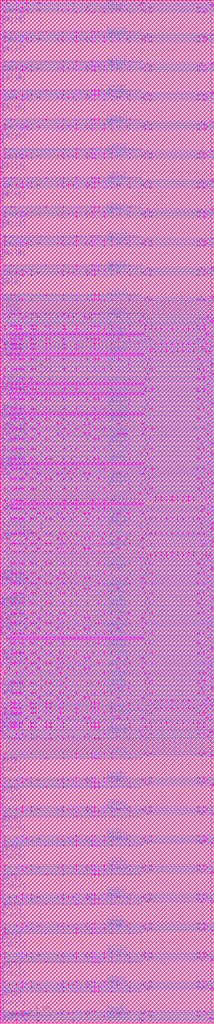
<source format=lef>
# Copyright (c) 1993 - 2019 ARM Limited. All Rights Reserved.
# Use of this Software is subject to the terms and conditions of the
# applicable license agreement with ARM Limited.

# PhyVGen V 8.3.0
# ARM Version r4p0
# Creation Date: Mon Nov 11 12:00:01 2019


# Memory Configuration:
# ~~~~~~~~~~~~~~~~~~~~~
#  -activity_factor 50 -atf off -back_biasing off -bits 19 -bmux on
# -bus_notation on -check_instname off -diodes on -drive 6 -ema on -frequency
# 1.0 -instname rf2_32x19_wm0 -left_bus_delim "[" -mux 2 -mvt BASE -name_case
# upper -pipeline off -power_gating off -power_type otc -pwr_gnd_rename
# vddpe:VDDPE,vddce:VDDCE,vsse:VSSE -rcols 2 -redundancy off -retention on
# -right_bus_delim "]" -rrows 0 -ser none -site_def off -top_layer m5-m10
# -words 32 -wp_size 1 -write_mask off -write_thru off -corners
# ff_0p99v_0p99v_125c,ss_0p81v_0p81v_m40c,tt_0p90v_0p90v_25c
# 

VERSION 5.7 ;
BUSBITCHARS "[]" ;
MACRO rf2_32x19_wm0
	FOREIGN rf2_32x19_wm0 0 0 ;
	SYMMETRY X Y ;
	SIZE 21.165 BY 100.94 ;
	CLASS BLOCK ;
	PIN AA[0]
		USE SIGNAL ;
		DIRECTION INPUT ;
		SHAPE ABUTMENT ;
		PORT
			LAYER	M1 ;
			RECT	0 32.87 0.25 32.97 ;
			LAYER	M2 ;
			RECT	0 32.87 0.25 32.97 ;
			LAYER	M3 ;
			RECT	0 32.87 0.25 32.97 ;
		END

		ANTENNAGATEAREA 0.014 ;
		ANTENNADIFFAREA 0.018 ;
		ANTENNAPARTIALMETALAREA 0.025 ;
	END AA[0]

	PIN AA[1]
		USE SIGNAL ;
		DIRECTION INPUT ;
		SHAPE ABUTMENT ;
		PORT
			LAYER	M1 ;
			RECT	0 35.9 0.25 36 ;
			LAYER	M2 ;
			RECT	0 35.9 0.25 36 ;
			LAYER	M3 ;
			RECT	0 35.9 0.25 36 ;
		END

		ANTENNAGATEAREA 0.014 ;
		ANTENNADIFFAREA 0.018 ;
		ANTENNAPARTIALMETALAREA 0.025 ;
	END AA[1]

	PIN AA[2]
		USE SIGNAL ;
		DIRECTION INPUT ;
		SHAPE ABUTMENT ;
		PORT
			LAYER	M1 ;
			RECT	0 38.93 0.25 39.03 ;
			LAYER	M2 ;
			RECT	0 38.93 0.25 39.03 ;
			LAYER	M3 ;
			RECT	0 38.93 0.25 39.03 ;
		END

		ANTENNAGATEAREA 0.014 ;
		ANTENNADIFFAREA 0.018 ;
		ANTENNAPARTIALMETALAREA 0.025 ;
	END AA[2]

	PIN AA[3]
		USE SIGNAL ;
		DIRECTION INPUT ;
		SHAPE ABUTMENT ;
		PORT
			LAYER	M1 ;
			RECT	0 40.475 0.25 40.575 ;
			LAYER	M2 ;
			RECT	0 40.475 0.25 40.575 ;
			LAYER	M3 ;
			RECT	0 40.475 0.25 40.575 ;
		END

		ANTENNAGATEAREA 0.014 ;
		ANTENNADIFFAREA 0.018 ;
		ANTENNAPARTIALMETALAREA 0.025 ;
	END AA[3]

	PIN AA[4]
		USE SIGNAL ;
		DIRECTION INPUT ;
		SHAPE ABUTMENT ;
		PORT
			LAYER	M1 ;
			RECT	0 43.505 0.25 43.605 ;
			LAYER	M2 ;
			RECT	0 43.505 0.25 43.605 ;
			LAYER	M3 ;
			RECT	0 43.505 0.25 43.605 ;
		END

		ANTENNAGATEAREA 0.014 ;
		ANTENNADIFFAREA 0.018 ;
		ANTENNAPARTIALMETALAREA 0.025 ;
	END AA[4]

	PIN AB[0]
		USE SIGNAL ;
		DIRECTION INPUT ;
		SHAPE ABUTMENT ;
		PORT
			LAYER	M1 ;
			RECT	0 65.785 0.25 65.885 ;
			LAYER	M2 ;
			RECT	0 65.785 0.25 65.885 ;
			LAYER	M3 ;
			RECT	0 65.785 0.25 65.885 ;
		END

		ANTENNAGATEAREA 0.014 ;
		ANTENNADIFFAREA 0.018 ;
		ANTENNAPARTIALMETALAREA 0.025 ;
	END AB[0]

	PIN AB[1]
		USE SIGNAL ;
		DIRECTION INPUT ;
		SHAPE ABUTMENT ;
		PORT
			LAYER	M1 ;
			RECT	0 62.56 0.25 62.66 ;
			LAYER	M2 ;
			RECT	0 62.56 0.25 62.66 ;
			LAYER	M3 ;
			RECT	0 62.56 0.25 62.66 ;
		END

		ANTENNAGATEAREA 0.014 ;
		ANTENNADIFFAREA 0.018 ;
		ANTENNAPARTIALMETALAREA 0.025 ;
	END AB[1]

	PIN AB[2]
		USE SIGNAL ;
		DIRECTION INPUT ;
		SHAPE ABUTMENT ;
		PORT
			LAYER	M1 ;
			RECT	0 59.725 0.25 59.825 ;
			LAYER	M2 ;
			RECT	0 59.725 0.25 59.825 ;
			LAYER	M3 ;
			RECT	0 59.725 0.25 59.825 ;
		END

		ANTENNAGATEAREA 0.014 ;
		ANTENNADIFFAREA 0.018 ;
		ANTENNAPARTIALMETALAREA 0.025 ;
	END AB[2]

	PIN AB[3]
		USE SIGNAL ;
		DIRECTION INPUT ;
		SHAPE ABUTMENT ;
		PORT
			LAYER	M1 ;
			RECT	0 58.18 0.25 58.28 ;
			LAYER	M2 ;
			RECT	0 58.18 0.25 58.28 ;
			LAYER	M3 ;
			RECT	0 58.18 0.25 58.28 ;
		END

		ANTENNAGATEAREA 0.014 ;
		ANTENNADIFFAREA 0.018 ;
		ANTENNAPARTIALMETALAREA 0.025 ;
	END AB[3]

	PIN AB[4]
		USE SIGNAL ;
		DIRECTION INPUT ;
		SHAPE ABUTMENT ;
		PORT
			LAYER	M1 ;
			RECT	0 55.15 0.25 55.25 ;
			LAYER	M2 ;
			RECT	0 55.15 0.25 55.25 ;
			LAYER	M3 ;
			RECT	0 55.15 0.25 55.25 ;
		END

		ANTENNAGATEAREA 0.014 ;
		ANTENNADIFFAREA 0.018 ;
		ANTENNAPARTIALMETALAREA 0.025 ;
	END AB[4]

	PIN AYA[0]
		USE SIGNAL ;
		DIRECTION OUTPUT ;
		SHAPE ABUTMENT ;
		PORT
			LAYER	M1 ;
			RECT	0 33.275 0.25 33.375 ;
			LAYER	M2 ;
			RECT	0 33.275 0.25 33.375 ;
			LAYER	M3 ;
			RECT	0 33.275 0.25 33.375 ;
		END

		ANTENNADIFFAREA 0.018 ;
		ANTENNAPARTIALMETALAREA 0.025 ;
	END AYA[0]

	PIN AYA[1]
		USE SIGNAL ;
		DIRECTION OUTPUT ;
		SHAPE ABUTMENT ;
		PORT
			LAYER	M1 ;
			RECT	0 36.305 0.25 36.405 ;
			LAYER	M2 ;
			RECT	0 36.305 0.25 36.405 ;
			LAYER	M3 ;
			RECT	0 36.305 0.25 36.405 ;
		END

		ANTENNADIFFAREA 0.018 ;
		ANTENNAPARTIALMETALAREA 0.025 ;
	END AYA[1]

	PIN AYA[2]
		USE SIGNAL ;
		DIRECTION OUTPUT ;
		SHAPE ABUTMENT ;
		PORT
			LAYER	M1 ;
			RECT	0 39.335 0.25 39.435 ;
			LAYER	M2 ;
			RECT	0 39.335 0.25 39.435 ;
			LAYER	M3 ;
			RECT	0 39.335 0.25 39.435 ;
		END

		ANTENNADIFFAREA 0.018 ;
		ANTENNAPARTIALMETALAREA 0.025 ;
	END AYA[2]

	PIN AYA[3]
		USE SIGNAL ;
		DIRECTION OUTPUT ;
		SHAPE ABUTMENT ;
		PORT
			LAYER	M1 ;
			RECT	0 40.1 0.25 40.2 ;
			LAYER	M2 ;
			RECT	0 40.1 0.25 40.2 ;
			LAYER	M3 ;
			RECT	0 40.1 0.25 40.2 ;
		END

		ANTENNADIFFAREA 0.018 ;
		ANTENNAPARTIALMETALAREA 0.025 ;
	END AYA[3]

	PIN AYA[4]
		USE SIGNAL ;
		DIRECTION OUTPUT ;
		SHAPE ABUTMENT ;
		PORT
			LAYER	M1 ;
			RECT	0 43.305 0.25 43.405 ;
			LAYER	M2 ;
			RECT	0 43.305 0.25 43.405 ;
			LAYER	M3 ;
			RECT	0 43.305 0.25 43.405 ;
		END

		ANTENNADIFFAREA 0.018 ;
		ANTENNAPARTIALMETALAREA 0.025 ;
	END AYA[4]

	PIN AYB[0]
		USE SIGNAL ;
		DIRECTION OUTPUT ;
		SHAPE ABUTMENT ;
		PORT
			LAYER	M1 ;
			RECT	0 65.38 0.25 65.48 ;
			LAYER	M2 ;
			RECT	0 65.38 0.25 65.48 ;
			LAYER	M3 ;
			RECT	0 65.38 0.25 65.48 ;
		END

		ANTENNADIFFAREA 0.018 ;
		ANTENNAPARTIALMETALAREA 0.025 ;
	END AYB[0]

	PIN AYB[1]
		USE SIGNAL ;
		DIRECTION OUTPUT ;
		SHAPE ABUTMENT ;
		PORT
			LAYER	M1 ;
			RECT	0 62.35 0.25 62.45 ;
			LAYER	M2 ;
			RECT	0 62.35 0.25 62.45 ;
			LAYER	M3 ;
			RECT	0 62.35 0.25 62.45 ;
		END

		ANTENNADIFFAREA 0.018 ;
		ANTENNAPARTIALMETALAREA 0.025 ;
	END AYB[1]

	PIN AYB[2]
		USE SIGNAL ;
		DIRECTION OUTPUT ;
		SHAPE ABUTMENT ;
		PORT
			LAYER	M1 ;
			RECT	0 59.35 0.25 59.45 ;
			LAYER	M2 ;
			RECT	0 59.35 0.25 59.45 ;
			LAYER	M3 ;
			RECT	0 59.35 0.25 59.45 ;
		END

		ANTENNADIFFAREA 0.018 ;
		ANTENNAPARTIALMETALAREA 0.025 ;
	END AYB[2]

	PIN AYB[3]
		USE SIGNAL ;
		DIRECTION OUTPUT ;
		SHAPE ABUTMENT ;
		PORT
			LAYER	M1 ;
			RECT	0 58.585 0.25 58.685 ;
			LAYER	M2 ;
			RECT	0 58.585 0.25 58.685 ;
			LAYER	M3 ;
			RECT	0 58.585 0.25 58.685 ;
		END

		ANTENNADIFFAREA 0.018 ;
		ANTENNAPARTIALMETALAREA 0.025 ;
	END AYB[3]

	PIN AYB[4]
		USE SIGNAL ;
		DIRECTION OUTPUT ;
		SHAPE ABUTMENT ;
		PORT
			LAYER	M1 ;
			RECT	0 55.525 0.25 55.625 ;
			LAYER	M2 ;
			RECT	0 55.525 0.25 55.625 ;
			LAYER	M3 ;
			RECT	0 55.525 0.25 55.625 ;
		END

		ANTENNADIFFAREA 0.018 ;
		ANTENNAPARTIALMETALAREA 0.025 ;
	END AYB[4]

	PIN CENA
		USE SIGNAL ;
		DIRECTION INPUT ;
		SHAPE ABUTMENT ;
		PORT
			LAYER	M1 ;
			RECT	0 30.11 0.25 30.21 ;
			LAYER	M2 ;
			RECT	0 30.11 0.25 30.21 ;
			LAYER	M3 ;
			RECT	0 30.11 0.25 30.21 ;
		END

		ANTENNAGATEAREA 0.014 ;
		ANTENNADIFFAREA 0.018 ;
		ANTENNAPARTIALMETALAREA 0.025 ;
	END CENA

	PIN CENB
		USE SIGNAL ;
		DIRECTION INPUT ;
		SHAPE ABUTMENT ;
		PORT
			LAYER	M1 ;
			RECT	0 70.305 0.25 70.405 ;
			LAYER	M2 ;
			RECT	0 70.305 0.25 70.405 ;
			LAYER	M3 ;
			RECT	0 70.305 0.25 70.405 ;
		END

		ANTENNAGATEAREA 0.014 ;
		ANTENNADIFFAREA 0.018 ;
		ANTENNAPARTIALMETALAREA 0.025 ;
	END CENB

	PIN CENYA
		USE SIGNAL ;
		DIRECTION OUTPUT ;
		SHAPE ABUTMENT ;
		PORT
			LAYER	M1 ;
			RECT	0 28.7 0.25 28.8 ;
			LAYER	M2 ;
			RECT	0 28.7 0.25 28.8 ;
			LAYER	M3 ;
			RECT	0 28.7 0.25 28.8 ;
		END

		ANTENNADIFFAREA 0.018 ;
		ANTENNAPARTIALMETALAREA 0.025 ;
	END CENYA

	PIN CENYB
		USE SIGNAL ;
		DIRECTION OUTPUT ;
		SHAPE ABUTMENT ;
		PORT
			LAYER	M1 ;
			RECT	0 70.85 0.25 70.95 ;
			LAYER	M2 ;
			RECT	0 70.85 0.25 70.95 ;
			LAYER	M3 ;
			RECT	0 70.85 0.25 70.95 ;
		END

		ANTENNADIFFAREA 0.018 ;
		ANTENNAPARTIALMETALAREA 0.025 ;
	END CENYB

	PIN CLKA
		USE SIGNAL ;
		DIRECTION INPUT ;
		SHAPE ABUTMENT ;
		PORT
			LAYER	M1 ;
			RECT	0 39.73 0.25 39.83 ;
			LAYER	M2 ;
			RECT	0 39.73 0.25 39.83 ;
			LAYER	M3 ;
			RECT	0 39.73 0.25 39.83 ;
		END

		ANTENNAGATEAREA 0.014 ;
		ANTENNADIFFAREA 0.018 ;
		ANTENNAPARTIALMETALAREA 0.025 ;
	END CLKA

	PIN CLKB
		USE SIGNAL ;
		DIRECTION INPUT ;
		SHAPE ABUTMENT ;
		PORT
			LAYER	M1 ;
			RECT	0 60.38 0.25 60.48 ;
			LAYER	M2 ;
			RECT	0 60.38 0.25 60.48 ;
			LAYER	M3 ;
			RECT	0 60.38 0.25 60.48 ;
		END

		ANTENNAGATEAREA 0.014 ;
		ANTENNADIFFAREA 0.018 ;
		ANTENNAPARTIALMETALAREA 0.025 ;
	END CLKB

	PIN COLLDISN
		USE SIGNAL ;
		DIRECTION INPUT ;
		SHAPE ABUTMENT ;
		PORT
			LAYER	M1 ;
			RECT	0 47.9 0.25 48 ;
			LAYER	M2 ;
			RECT	0 47.9 0.25 48 ;
			LAYER	M3 ;
			RECT	0 47.9 0.25 48 ;
		END

		ANTENNAGATEAREA 0.014 ;
		ANTENNADIFFAREA 0.018 ;
		ANTENNAPARTIALMETALAREA 0.025 ;
	END COLLDISN

	PIN DB[0]
		USE SIGNAL ;
		DIRECTION INPUT ;
		SHAPE ABUTMENT ;
		PORT
			LAYER	M1 ;
			RECT	0 2.195 0.25 2.295 ;
			LAYER	M2 ;
			RECT	0 2.195 0.25 2.295 ;
			LAYER	M3 ;
			RECT	0 2.195 0.25 2.295 ;
		END

		ANTENNAGATEAREA 0.014 ;
		ANTENNADIFFAREA 0.018 ;
		ANTENNAPARTIALMETALAREA 0.025 ;
	END DB[0]

	PIN DB[10]
		USE SIGNAL ;
		DIRECTION INPUT ;
		SHAPE ABUTMENT ;
		PORT
			LAYER	M1 ;
			RECT	0 75.605 0.25 75.705 ;
			LAYER	M2 ;
			RECT	0 75.605 0.25 75.705 ;
			LAYER	M3 ;
			RECT	0 75.605 0.25 75.705 ;
		END

		ANTENNAGATEAREA 0.014 ;
		ANTENNADIFFAREA 0.018 ;
		ANTENNAPARTIALMETALAREA 0.025 ;
	END DB[10]

	PIN DB[11]
		USE SIGNAL ;
		DIRECTION INPUT ;
		SHAPE ABUTMENT ;
		PORT
			LAYER	M1 ;
			RECT	0 78.485 0.25 78.585 ;
			LAYER	M2 ;
			RECT	0 78.485 0.25 78.585 ;
			LAYER	M3 ;
			RECT	0 78.485 0.25 78.585 ;
		END

		ANTENNAGATEAREA 0.014 ;
		ANTENNADIFFAREA 0.018 ;
		ANTENNAPARTIALMETALAREA 0.025 ;
	END DB[11]

	PIN DB[12]
		USE SIGNAL ;
		DIRECTION INPUT ;
		SHAPE ABUTMENT ;
		PORT
			LAYER	M1 ;
			RECT	0 81.365 0.25 81.465 ;
			LAYER	M2 ;
			RECT	0 81.365 0.25 81.465 ;
			LAYER	M3 ;
			RECT	0 81.365 0.25 81.465 ;
		END

		ANTENNAGATEAREA 0.014 ;
		ANTENNADIFFAREA 0.018 ;
		ANTENNAPARTIALMETALAREA 0.025 ;
	END DB[12]

	PIN DB[13]
		USE SIGNAL ;
		DIRECTION INPUT ;
		SHAPE ABUTMENT ;
		PORT
			LAYER	M1 ;
			RECT	0 84.245 0.25 84.345 ;
			LAYER	M2 ;
			RECT	0 84.245 0.25 84.345 ;
			LAYER	M3 ;
			RECT	0 84.245 0.25 84.345 ;
		END

		ANTENNAGATEAREA 0.014 ;
		ANTENNADIFFAREA 0.018 ;
		ANTENNAPARTIALMETALAREA 0.025 ;
	END DB[13]

	PIN DB[14]
		USE SIGNAL ;
		DIRECTION INPUT ;
		SHAPE ABUTMENT ;
		PORT
			LAYER	M1 ;
			RECT	0 87.125 0.25 87.225 ;
			LAYER	M2 ;
			RECT	0 87.125 0.25 87.225 ;
			LAYER	M3 ;
			RECT	0 87.125 0.25 87.225 ;
		END

		ANTENNAGATEAREA 0.014 ;
		ANTENNADIFFAREA 0.018 ;
		ANTENNAPARTIALMETALAREA 0.025 ;
	END DB[14]

	PIN DB[15]
		USE SIGNAL ;
		DIRECTION INPUT ;
		SHAPE ABUTMENT ;
		PORT
			LAYER	M1 ;
			RECT	0 90.005 0.25 90.105 ;
			LAYER	M2 ;
			RECT	0 90.005 0.25 90.105 ;
			LAYER	M3 ;
			RECT	0 90.005 0.25 90.105 ;
		END

		ANTENNAGATEAREA 0.014 ;
		ANTENNADIFFAREA 0.018 ;
		ANTENNAPARTIALMETALAREA 0.025 ;
	END DB[15]

	PIN DB[16]
		USE SIGNAL ;
		DIRECTION INPUT ;
		SHAPE ABUTMENT ;
		PORT
			LAYER	M1 ;
			RECT	0 92.885 0.25 92.985 ;
			LAYER	M2 ;
			RECT	0 92.885 0.25 92.985 ;
			LAYER	M3 ;
			RECT	0 92.885 0.25 92.985 ;
		END

		ANTENNAGATEAREA 0.014 ;
		ANTENNADIFFAREA 0.018 ;
		ANTENNAPARTIALMETALAREA 0.025 ;
	END DB[16]

	PIN DB[17]
		USE SIGNAL ;
		DIRECTION INPUT ;
		SHAPE ABUTMENT ;
		PORT
			LAYER	M1 ;
			RECT	0 95.765 0.25 95.865 ;
			LAYER	M2 ;
			RECT	0 95.765 0.25 95.865 ;
			LAYER	M3 ;
			RECT	0 95.765 0.25 95.865 ;
		END

		ANTENNAGATEAREA 0.014 ;
		ANTENNADIFFAREA 0.018 ;
		ANTENNAPARTIALMETALAREA 0.025 ;
	END DB[17]

	PIN DB[18]
		USE SIGNAL ;
		DIRECTION INPUT ;
		SHAPE ABUTMENT ;
		PORT
			LAYER	M1 ;
			RECT	0 98.645 0.25 98.745 ;
			LAYER	M2 ;
			RECT	0 98.645 0.25 98.745 ;
			LAYER	M3 ;
			RECT	0 98.645 0.25 98.745 ;
		END

		ANTENNAGATEAREA 0.014 ;
		ANTENNADIFFAREA 0.018 ;
		ANTENNAPARTIALMETALAREA 0.025 ;
	END DB[18]

	PIN DB[1]
		USE SIGNAL ;
		DIRECTION INPUT ;
		SHAPE ABUTMENT ;
		PORT
			LAYER	M1 ;
			RECT	0 5.075 0.25 5.175 ;
			LAYER	M2 ;
			RECT	0 5.075 0.25 5.175 ;
			LAYER	M3 ;
			RECT	0 5.075 0.25 5.175 ;
		END

		ANTENNAGATEAREA 0.014 ;
		ANTENNADIFFAREA 0.018 ;
		ANTENNAPARTIALMETALAREA 0.025 ;
	END DB[1]

	PIN DB[2]
		USE SIGNAL ;
		DIRECTION INPUT ;
		SHAPE ABUTMENT ;
		PORT
			LAYER	M1 ;
			RECT	0 7.955 0.25 8.055 ;
			LAYER	M2 ;
			RECT	0 7.955 0.25 8.055 ;
			LAYER	M3 ;
			RECT	0 7.955 0.25 8.055 ;
		END

		ANTENNAGATEAREA 0.014 ;
		ANTENNADIFFAREA 0.018 ;
		ANTENNAPARTIALMETALAREA 0.025 ;
	END DB[2]

	PIN DB[3]
		USE SIGNAL ;
		DIRECTION INPUT ;
		SHAPE ABUTMENT ;
		PORT
			LAYER	M1 ;
			RECT	0 10.835 0.25 10.935 ;
			LAYER	M2 ;
			RECT	0 10.835 0.25 10.935 ;
			LAYER	M3 ;
			RECT	0 10.835 0.25 10.935 ;
		END

		ANTENNAGATEAREA 0.014 ;
		ANTENNADIFFAREA 0.018 ;
		ANTENNAPARTIALMETALAREA 0.025 ;
	END DB[3]

	PIN DB[4]
		USE SIGNAL ;
		DIRECTION INPUT ;
		SHAPE ABUTMENT ;
		PORT
			LAYER	M1 ;
			RECT	0 13.715 0.25 13.815 ;
			LAYER	M2 ;
			RECT	0 13.715 0.25 13.815 ;
			LAYER	M3 ;
			RECT	0 13.715 0.25 13.815 ;
		END

		ANTENNAGATEAREA 0.014 ;
		ANTENNADIFFAREA 0.018 ;
		ANTENNAPARTIALMETALAREA 0.025 ;
	END DB[4]

	PIN DB[5]
		USE SIGNAL ;
		DIRECTION INPUT ;
		SHAPE ABUTMENT ;
		PORT
			LAYER	M1 ;
			RECT	0 16.595 0.25 16.695 ;
			LAYER	M2 ;
			RECT	0 16.595 0.25 16.695 ;
			LAYER	M3 ;
			RECT	0 16.595 0.25 16.695 ;
		END

		ANTENNAGATEAREA 0.014 ;
		ANTENNADIFFAREA 0.018 ;
		ANTENNAPARTIALMETALAREA 0.025 ;
	END DB[5]

	PIN DB[6]
		USE SIGNAL ;
		DIRECTION INPUT ;
		SHAPE ABUTMENT ;
		PORT
			LAYER	M1 ;
			RECT	0 19.475 0.25 19.575 ;
			LAYER	M2 ;
			RECT	0 19.475 0.25 19.575 ;
			LAYER	M3 ;
			RECT	0 19.475 0.25 19.575 ;
		END

		ANTENNAGATEAREA 0.014 ;
		ANTENNADIFFAREA 0.018 ;
		ANTENNAPARTIALMETALAREA 0.025 ;
	END DB[6]

	PIN DB[7]
		USE SIGNAL ;
		DIRECTION INPUT ;
		SHAPE ABUTMENT ;
		PORT
			LAYER	M1 ;
			RECT	0 22.355 0.25 22.455 ;
			LAYER	M2 ;
			RECT	0 22.355 0.25 22.455 ;
			LAYER	M3 ;
			RECT	0 22.355 0.25 22.455 ;
		END

		ANTENNAGATEAREA 0.014 ;
		ANTENNADIFFAREA 0.018 ;
		ANTENNAPARTIALMETALAREA 0.025 ;
	END DB[7]

	PIN DB[8]
		USE SIGNAL ;
		DIRECTION INPUT ;
		SHAPE ABUTMENT ;
		PORT
			LAYER	M1 ;
			RECT	0 25.235 0.25 25.335 ;
			LAYER	M2 ;
			RECT	0 25.235 0.25 25.335 ;
			LAYER	M3 ;
			RECT	0 25.235 0.25 25.335 ;
		END

		ANTENNAGATEAREA 0.014 ;
		ANTENNADIFFAREA 0.018 ;
		ANTENNAPARTIALMETALAREA 0.025 ;
	END DB[8]

	PIN DB[9]
		USE SIGNAL ;
		DIRECTION INPUT ;
		SHAPE ABUTMENT ;
		PORT
			LAYER	M1 ;
			RECT	0 72.725 0.25 72.825 ;
			LAYER	M2 ;
			RECT	0 72.725 0.25 72.825 ;
			LAYER	M3 ;
			RECT	0 72.725 0.25 72.825 ;
		END

		ANTENNAGATEAREA 0.014 ;
		ANTENNADIFFAREA 0.018 ;
		ANTENNAPARTIALMETALAREA 0.025 ;
	END DB[9]

	PIN DFTRAMBYP
		USE SIGNAL ;
		DIRECTION INPUT ;
		SHAPE ABUTMENT ;
		PORT
			LAYER	M1 ;
			RECT	0 67.3 0.25 67.4 ;
			LAYER	M2 ;
			RECT	0 67.3 0.25 67.4 ;
			LAYER	M3 ;
			RECT	0 67.3 0.25 67.4 ;
		END

		ANTENNAGATEAREA 0.014 ;
		ANTENNADIFFAREA 0.018 ;
		ANTENNAPARTIALMETALAREA 0.025 ;
	END DFTRAMBYP

	PIN EMAA[0]
		USE SIGNAL ;
		DIRECTION INPUT ;
		SHAPE ABUTMENT ;
		PORT
			LAYER	M1 ;
			RECT	0 41.37 0.25 41.47 ;
			LAYER	M2 ;
			RECT	0 41.37 0.25 41.47 ;
			LAYER	M3 ;
			RECT	0 41.37 0.25 41.47 ;
		END

		ANTENNAGATEAREA 0.014 ;
		ANTENNADIFFAREA 0.018 ;
		ANTENNAPARTIALMETALAREA 0.025 ;
	END EMAA[0]

	PIN EMAA[1]
		USE SIGNAL ;
		DIRECTION INPUT ;
		SHAPE ABUTMENT ;
		PORT
			LAYER	M1 ;
			RECT	0 41.17 0.25 41.27 ;
			LAYER	M2 ;
			RECT	0 41.17 0.25 41.27 ;
			LAYER	M3 ;
			RECT	0 41.17 0.25 41.27 ;
		END

		ANTENNAGATEAREA 0.014 ;
		ANTENNADIFFAREA 0.018 ;
		ANTENNAPARTIALMETALAREA 0.025 ;
	END EMAA[1]

	PIN EMAA[2]
		USE SIGNAL ;
		DIRECTION INPUT ;
		SHAPE ABUTMENT ;
		PORT
			LAYER	M1 ;
			RECT	0 43.105 0.25 43.205 ;
			LAYER	M2 ;
			RECT	0 43.105 0.25 43.205 ;
			LAYER	M3 ;
			RECT	0 43.105 0.25 43.205 ;
		END

		ANTENNAGATEAREA 0.014 ;
		ANTENNADIFFAREA 0.018 ;
		ANTENNAPARTIALMETALAREA 0.025 ;
	END EMAA[2]

	PIN EMAB[0]
		USE SIGNAL ;
		DIRECTION INPUT ;
		SHAPE ABUTMENT ;
		PORT
			LAYER	M1 ;
			RECT	0 55.905 0.25 56.005 ;
			LAYER	M2 ;
			RECT	0 55.905 0.25 56.005 ;
			LAYER	M3 ;
			RECT	0 55.905 0.25 56.005 ;
		END

		ANTENNAGATEAREA 0.014 ;
		ANTENNADIFFAREA 0.018 ;
		ANTENNAPARTIALMETALAREA 0.025 ;
	END EMAB[0]

	PIN EMAB[1]
		USE SIGNAL ;
		DIRECTION INPUT ;
		SHAPE ABUTMENT ;
		PORT
			LAYER	M1 ;
			RECT	0 56.905 0.25 57.005 ;
			LAYER	M2 ;
			RECT	0 56.905 0.25 57.005 ;
			LAYER	M3 ;
			RECT	0 56.905 0.25 57.005 ;
		END

		ANTENNAGATEAREA 0.014 ;
		ANTENNADIFFAREA 0.018 ;
		ANTENNAPARTIALMETALAREA 0.025 ;
	END EMAB[1]

	PIN EMAB[2]
		USE SIGNAL ;
		DIRECTION INPUT ;
		SHAPE ABUTMENT ;
		PORT
			LAYER	M1 ;
			RECT	0 54.425 0.25 54.525 ;
			LAYER	M2 ;
			RECT	0 54.425 0.25 54.525 ;
			LAYER	M3 ;
			RECT	0 54.425 0.25 54.525 ;
		END

		ANTENNAGATEAREA 0.014 ;
		ANTENNADIFFAREA 0.018 ;
		ANTENNAPARTIALMETALAREA 0.025 ;
	END EMAB[2]

	PIN EMASA
		USE SIGNAL ;
		DIRECTION INPUT ;
		SHAPE ABUTMENT ;
		PORT
			LAYER	M1 ;
			RECT	0 29.05 0.25 29.15 ;
			LAYER	M2 ;
			RECT	0 29.05 0.25 29.15 ;
			LAYER	M3 ;
			RECT	0 29.05 0.25 29.15 ;
		END

		ANTENNAGATEAREA 0.014 ;
		ANTENNADIFFAREA 0.018 ;
		ANTENNAPARTIALMETALAREA 0.025 ;
	END EMASA

	PIN QA[0]
		USE SIGNAL ;
		DIRECTION OUTPUT ;
		SHAPE ABUTMENT ;
		PORT
			LAYER	M1 ;
			RECT	0 2.455 0.25 2.555 ;
			LAYER	M2 ;
			RECT	0 2.455 0.25 2.555 ;
			LAYER	M3 ;
			RECT	0 2.455 0.25 2.555 ;
		END

		ANTENNADIFFAREA 0.018 ;
		ANTENNAPARTIALMETALAREA 0.025 ;
	END QA[0]

	PIN QA[10]
		USE SIGNAL ;
		DIRECTION OUTPUT ;
		SHAPE ABUTMENT ;
		PORT
			LAYER	M1 ;
			RECT	0 75.345 0.25 75.445 ;
			LAYER	M2 ;
			RECT	0 75.345 0.25 75.445 ;
			LAYER	M3 ;
			RECT	0 75.345 0.25 75.445 ;
		END

		ANTENNADIFFAREA 0.018 ;
		ANTENNAPARTIALMETALAREA 0.025 ;
	END QA[10]

	PIN QA[11]
		USE SIGNAL ;
		DIRECTION OUTPUT ;
		SHAPE ABUTMENT ;
		PORT
			LAYER	M1 ;
			RECT	0 78.225 0.25 78.325 ;
			LAYER	M2 ;
			RECT	0 78.225 0.25 78.325 ;
			LAYER	M3 ;
			RECT	0 78.225 0.25 78.325 ;
		END

		ANTENNADIFFAREA 0.018 ;
		ANTENNAPARTIALMETALAREA 0.025 ;
	END QA[11]

	PIN QA[12]
		USE SIGNAL ;
		DIRECTION OUTPUT ;
		SHAPE ABUTMENT ;
		PORT
			LAYER	M1 ;
			RECT	0 81.105 0.25 81.205 ;
			LAYER	M2 ;
			RECT	0 81.105 0.25 81.205 ;
			LAYER	M3 ;
			RECT	0 81.105 0.25 81.205 ;
		END

		ANTENNADIFFAREA 0.018 ;
		ANTENNAPARTIALMETALAREA 0.025 ;
	END QA[12]

	PIN QA[13]
		USE SIGNAL ;
		DIRECTION OUTPUT ;
		SHAPE ABUTMENT ;
		PORT
			LAYER	M1 ;
			RECT	0 83.985 0.25 84.085 ;
			LAYER	M2 ;
			RECT	0 83.985 0.25 84.085 ;
			LAYER	M3 ;
			RECT	0 83.985 0.25 84.085 ;
		END

		ANTENNADIFFAREA 0.018 ;
		ANTENNAPARTIALMETALAREA 0.025 ;
	END QA[13]

	PIN QA[14]
		USE SIGNAL ;
		DIRECTION OUTPUT ;
		SHAPE ABUTMENT ;
		PORT
			LAYER	M1 ;
			RECT	0 86.865 0.25 86.965 ;
			LAYER	M2 ;
			RECT	0 86.865 0.25 86.965 ;
			LAYER	M3 ;
			RECT	0 86.865 0.25 86.965 ;
		END

		ANTENNADIFFAREA 0.018 ;
		ANTENNAPARTIALMETALAREA 0.025 ;
	END QA[14]

	PIN QA[15]
		USE SIGNAL ;
		DIRECTION OUTPUT ;
		SHAPE ABUTMENT ;
		PORT
			LAYER	M1 ;
			RECT	0 89.745 0.25 89.845 ;
			LAYER	M2 ;
			RECT	0 89.745 0.25 89.845 ;
			LAYER	M3 ;
			RECT	0 89.745 0.25 89.845 ;
		END

		ANTENNADIFFAREA 0.018 ;
		ANTENNAPARTIALMETALAREA 0.025 ;
	END QA[15]

	PIN QA[16]
		USE SIGNAL ;
		DIRECTION OUTPUT ;
		SHAPE ABUTMENT ;
		PORT
			LAYER	M1 ;
			RECT	0 92.625 0.25 92.725 ;
			LAYER	M2 ;
			RECT	0 92.625 0.25 92.725 ;
			LAYER	M3 ;
			RECT	0 92.625 0.25 92.725 ;
		END

		ANTENNADIFFAREA 0.018 ;
		ANTENNAPARTIALMETALAREA 0.025 ;
	END QA[16]

	PIN QA[17]
		USE SIGNAL ;
		DIRECTION OUTPUT ;
		SHAPE ABUTMENT ;
		PORT
			LAYER	M1 ;
			RECT	0 95.505 0.25 95.605 ;
			LAYER	M2 ;
			RECT	0 95.505 0.25 95.605 ;
			LAYER	M3 ;
			RECT	0 95.505 0.25 95.605 ;
		END

		ANTENNADIFFAREA 0.018 ;
		ANTENNAPARTIALMETALAREA 0.025 ;
	END QA[17]

	PIN QA[18]
		USE SIGNAL ;
		DIRECTION OUTPUT ;
		SHAPE ABUTMENT ;
		PORT
			LAYER	M1 ;
			RECT	0 98.385 0.25 98.485 ;
			LAYER	M2 ;
			RECT	0 98.385 0.25 98.485 ;
			LAYER	M3 ;
			RECT	0 98.385 0.25 98.485 ;
		END

		ANTENNADIFFAREA 0.018 ;
		ANTENNAPARTIALMETALAREA 0.025 ;
	END QA[18]

	PIN QA[1]
		USE SIGNAL ;
		DIRECTION OUTPUT ;
		SHAPE ABUTMENT ;
		PORT
			LAYER	M1 ;
			RECT	0 5.335 0.25 5.435 ;
			LAYER	M2 ;
			RECT	0 5.335 0.25 5.435 ;
			LAYER	M3 ;
			RECT	0 5.335 0.25 5.435 ;
		END

		ANTENNADIFFAREA 0.018 ;
		ANTENNAPARTIALMETALAREA 0.025 ;
	END QA[1]

	PIN QA[2]
		USE SIGNAL ;
		DIRECTION OUTPUT ;
		SHAPE ABUTMENT ;
		PORT
			LAYER	M1 ;
			RECT	0 8.215 0.25 8.315 ;
			LAYER	M2 ;
			RECT	0 8.215 0.25 8.315 ;
			LAYER	M3 ;
			RECT	0 8.215 0.25 8.315 ;
		END

		ANTENNADIFFAREA 0.018 ;
		ANTENNAPARTIALMETALAREA 0.025 ;
	END QA[2]

	PIN QA[3]
		USE SIGNAL ;
		DIRECTION OUTPUT ;
		SHAPE ABUTMENT ;
		PORT
			LAYER	M1 ;
			RECT	0 11.095 0.25 11.195 ;
			LAYER	M2 ;
			RECT	0 11.095 0.25 11.195 ;
			LAYER	M3 ;
			RECT	0 11.095 0.25 11.195 ;
		END

		ANTENNADIFFAREA 0.018 ;
		ANTENNAPARTIALMETALAREA 0.025 ;
	END QA[3]

	PIN QA[4]
		USE SIGNAL ;
		DIRECTION OUTPUT ;
		SHAPE ABUTMENT ;
		PORT
			LAYER	M1 ;
			RECT	0 13.975 0.25 14.075 ;
			LAYER	M2 ;
			RECT	0 13.975 0.25 14.075 ;
			LAYER	M3 ;
			RECT	0 13.975 0.25 14.075 ;
		END

		ANTENNADIFFAREA 0.018 ;
		ANTENNAPARTIALMETALAREA 0.025 ;
	END QA[4]

	PIN QA[5]
		USE SIGNAL ;
		DIRECTION OUTPUT ;
		SHAPE ABUTMENT ;
		PORT
			LAYER	M1 ;
			RECT	0 16.855 0.25 16.955 ;
			LAYER	M2 ;
			RECT	0 16.855 0.25 16.955 ;
			LAYER	M3 ;
			RECT	0 16.855 0.25 16.955 ;
		END

		ANTENNADIFFAREA 0.018 ;
		ANTENNAPARTIALMETALAREA 0.025 ;
	END QA[5]

	PIN QA[6]
		USE SIGNAL ;
		DIRECTION OUTPUT ;
		SHAPE ABUTMENT ;
		PORT
			LAYER	M1 ;
			RECT	0 19.735 0.25 19.835 ;
			LAYER	M2 ;
			RECT	0 19.735 0.25 19.835 ;
			LAYER	M3 ;
			RECT	0 19.735 0.25 19.835 ;
		END

		ANTENNADIFFAREA 0.018 ;
		ANTENNAPARTIALMETALAREA 0.025 ;
	END QA[6]

	PIN QA[7]
		USE SIGNAL ;
		DIRECTION OUTPUT ;
		SHAPE ABUTMENT ;
		PORT
			LAYER	M1 ;
			RECT	0 22.615 0.25 22.715 ;
			LAYER	M2 ;
			RECT	0 22.615 0.25 22.715 ;
			LAYER	M3 ;
			RECT	0 22.615 0.25 22.715 ;
		END

		ANTENNADIFFAREA 0.018 ;
		ANTENNAPARTIALMETALAREA 0.025 ;
	END QA[7]

	PIN QA[8]
		USE SIGNAL ;
		DIRECTION OUTPUT ;
		SHAPE ABUTMENT ;
		PORT
			LAYER	M1 ;
			RECT	0 25.495 0.25 25.595 ;
			LAYER	M2 ;
			RECT	0 25.495 0.25 25.595 ;
			LAYER	M3 ;
			RECT	0 25.495 0.25 25.595 ;
		END

		ANTENNADIFFAREA 0.018 ;
		ANTENNAPARTIALMETALAREA 0.025 ;
	END QA[8]

	PIN QA[9]
		USE SIGNAL ;
		DIRECTION OUTPUT ;
		SHAPE ABUTMENT ;
		PORT
			LAYER	M1 ;
			RECT	0 72.465 0.25 72.565 ;
			LAYER	M2 ;
			RECT	0 72.465 0.25 72.565 ;
			LAYER	M3 ;
			RECT	0 72.465 0.25 72.565 ;
		END

		ANTENNADIFFAREA 0.018 ;
		ANTENNAPARTIALMETALAREA 0.025 ;
	END QA[9]

	PIN RET1N
		USE SIGNAL ;
		DIRECTION INPUT ;
		SHAPE ABUTMENT ;
		PORT
			LAYER	M1 ;
			RECT	0 29.71 0.25 29.81 ;
			LAYER	M2 ;
			RECT	0 29.71 0.25 29.81 ;
			LAYER	M3 ;
			RECT	0 29.71 0.25 29.81 ;
		END

		ANTENNAGATEAREA 0.014 ;
		ANTENNADIFFAREA 0.018 ;
		ANTENNAPARTIALMETALAREA 0.025 ;
	END RET1N

	PIN SEA
		USE SIGNAL ;
		DIRECTION INPUT ;
		SHAPE ABUTMENT ;
		PORT
			LAYER	M1 ;
			RECT	0 47.5 0.25 47.6 ;
			LAYER	M2 ;
			RECT	0 47.5 0.25 47.6 ;
			LAYER	M3 ;
			RECT	0 47.5 0.25 47.6 ;
		END

		ANTENNAGATEAREA 0.014 ;
		ANTENNADIFFAREA 0.018 ;
		ANTENNAPARTIALMETALAREA 0.025 ;
	END SEA

	PIN SEB
		USE SIGNAL ;
		DIRECTION INPUT ;
		SHAPE ABUTMENT ;
		PORT
			LAYER	M1 ;
			RECT	0 50.335 0.25 50.435 ;
			LAYER	M2 ;
			RECT	0 50.335 0.25 50.435 ;
			LAYER	M3 ;
			RECT	0 50.335 0.25 50.435 ;
		END

		ANTENNAGATEAREA 0.014 ;
		ANTENNADIFFAREA 0.018 ;
		ANTENNAPARTIALMETALAREA 0.025 ;
	END SEB

	PIN SIA[0]
		USE SIGNAL ;
		DIRECTION INPUT ;
		SHAPE ABUTMENT ;
		PORT
			LAYER	M1 ;
			RECT	0 47.7 0.25 47.8 ;
			LAYER	M2 ;
			RECT	0 47.7 0.25 47.8 ;
			LAYER	M3 ;
			RECT	0 47.7 0.25 47.8 ;
		END

		ANTENNAGATEAREA 0.014 ;
		ANTENNADIFFAREA 0.018 ;
		ANTENNAPARTIALMETALAREA 0.025 ;
	END SIA[0]

	PIN SIA[1]
		USE SIGNAL ;
		DIRECTION INPUT ;
		SHAPE ABUTMENT ;
		PORT
			LAYER	M1 ;
			RECT	0 48.67 0.25 48.77 ;
			LAYER	M2 ;
			RECT	0 48.67 0.25 48.77 ;
			LAYER	M3 ;
			RECT	0 48.67 0.25 48.77 ;
		END

		ANTENNAGATEAREA 0.014 ;
		ANTENNADIFFAREA 0.018 ;
		ANTENNAPARTIALMETALAREA 0.025 ;
	END SIA[1]

	PIN SIB[0]
		USE SIGNAL ;
		DIRECTION INPUT ;
		SHAPE ABUTMENT ;
		PORT
			LAYER	M1 ;
			RECT	0 44.275 0.25 44.375 ;
			LAYER	M2 ;
			RECT	0 44.275 0.25 44.375 ;
			LAYER	M3 ;
			RECT	0 44.275 0.25 44.375 ;
		END

		ANTENNAGATEAREA 0.014 ;
		ANTENNADIFFAREA 0.018 ;
		ANTENNAPARTIALMETALAREA 0.025 ;
	END SIB[0]

	PIN SIB[1]
		USE SIGNAL ;
		DIRECTION INPUT ;
		SHAPE ABUTMENT ;
		PORT
			LAYER	M1 ;
			RECT	0 61.925 0.25 62.025 ;
			LAYER	M2 ;
			RECT	0 61.925 0.25 62.025 ;
			LAYER	M3 ;
			RECT	0 61.925 0.25 62.025 ;
		END

		ANTENNAGATEAREA 0.014 ;
		ANTENNADIFFAREA 0.018 ;
		ANTENNAPARTIALMETALAREA 0.025 ;
	END SIB[1]

	PIN SOA[0]
		USE SIGNAL ;
		DIRECTION OUTPUT ;
		SHAPE ABUTMENT ;
		PORT
			LAYER	M1 ;
			RECT	0 0.36 0.25 0.46 ;
			LAYER	M2 ;
			RECT	0 0.36 0.25 0.46 ;
			LAYER	M3 ;
			RECT	0 0.36 0.25 0.46 ;
		END

		ANTENNADIFFAREA 0.018 ;
		ANTENNAPARTIALMETALAREA 0.025 ;
	END SOA[0]

	PIN SOA[1]
		USE SIGNAL ;
		DIRECTION OUTPUT ;
		SHAPE ABUTMENT ;
		PORT
			LAYER	M1 ;
			RECT	0 100.48 0.25 100.58 ;
			LAYER	M2 ;
			RECT	0 100.48 0.25 100.58 ;
			LAYER	M3 ;
			RECT	0 100.48 0.25 100.58 ;
		END

		ANTENNADIFFAREA 0.018 ;
		ANTENNAPARTIALMETALAREA 0.025 ;
	END SOA[1]

	PIN SOB[0]
		USE SIGNAL ;
		DIRECTION OUTPUT ;
		SHAPE ABUTMENT ;
		PORT
			LAYER	M1 ;
			RECT	0 0.09 0.25 0.19 ;
			LAYER	M2 ;
			RECT	0 0.09 0.25 0.19 ;
			LAYER	M3 ;
			RECT	0 0.09 0.25 0.19 ;
		END

		ANTENNADIFFAREA 0.018 ;
		ANTENNAPARTIALMETALAREA 0.025 ;
	END SOB[0]

	PIN SOB[1]
		USE SIGNAL ;
		DIRECTION OUTPUT ;
		SHAPE ABUTMENT ;
		PORT
			LAYER	M1 ;
			RECT	0 100.75 0.25 100.85 ;
			LAYER	M2 ;
			RECT	0 100.75 0.25 100.85 ;
			LAYER	M3 ;
			RECT	0 100.75 0.25 100.85 ;
		END

		ANTENNADIFFAREA 0.018 ;
		ANTENNAPARTIALMETALAREA 0.025 ;
	END SOB[1]

	PIN TAA[0]
		USE SIGNAL ;
		DIRECTION INPUT ;
		SHAPE ABUTMENT ;
		PORT
			LAYER	M1 ;
			RECT	0 32.355 0.25 32.455 ;
			LAYER	M2 ;
			RECT	0 32.355 0.25 32.455 ;
			LAYER	M3 ;
			RECT	0 32.355 0.25 32.455 ;
		END

		ANTENNAGATEAREA 0.014 ;
		ANTENNADIFFAREA 0.018 ;
		ANTENNAPARTIALMETALAREA 0.025 ;
	END TAA[0]

	PIN TAA[1]
		USE SIGNAL ;
		DIRECTION INPUT ;
		SHAPE ABUTMENT ;
		PORT
			LAYER	M1 ;
			RECT	0 35.385 0.25 35.485 ;
			LAYER	M2 ;
			RECT	0 35.385 0.25 35.485 ;
			LAYER	M3 ;
			RECT	0 35.385 0.25 35.485 ;
		END

		ANTENNAGATEAREA 0.014 ;
		ANTENNADIFFAREA 0.018 ;
		ANTENNAPARTIALMETALAREA 0.025 ;
	END TAA[1]

	PIN TAA[2]
		USE SIGNAL ;
		DIRECTION INPUT ;
		SHAPE ABUTMENT ;
		PORT
			LAYER	M1 ;
			RECT	0 38.445 0.25 38.545 ;
			LAYER	M2 ;
			RECT	0 38.445 0.25 38.545 ;
			LAYER	M3 ;
			RECT	0 38.445 0.25 38.545 ;
		END

		ANTENNAGATEAREA 0.014 ;
		ANTENNADIFFAREA 0.018 ;
		ANTENNAPARTIALMETALAREA 0.025 ;
	END TAA[2]

	PIN TAA[3]
		USE SIGNAL ;
		DIRECTION INPUT ;
		SHAPE ABUTMENT ;
		PORT
			LAYER	M1 ;
			RECT	0 40.96 0.25 41.06 ;
			LAYER	M2 ;
			RECT	0 40.96 0.25 41.06 ;
			LAYER	M3 ;
			RECT	0 40.96 0.25 41.06 ;
		END

		ANTENNAGATEAREA 0.014 ;
		ANTENNADIFFAREA 0.018 ;
		ANTENNAPARTIALMETALAREA 0.025 ;
	END TAA[3]

	PIN TAA[4]
		USE SIGNAL ;
		DIRECTION INPUT ;
		SHAPE ABUTMENT ;
		PORT
			LAYER	M1 ;
			RECT	0 43.99 0.25 44.09 ;
			LAYER	M2 ;
			RECT	0 43.99 0.25 44.09 ;
			LAYER	M3 ;
			RECT	0 43.99 0.25 44.09 ;
		END

		ANTENNAGATEAREA 0.014 ;
		ANTENNADIFFAREA 0.018 ;
		ANTENNAPARTIALMETALAREA 0.025 ;
	END TAA[4]

	PIN TAB[0]
		USE SIGNAL ;
		DIRECTION INPUT ;
		SHAPE ABUTMENT ;
		PORT
			LAYER	M1 ;
			RECT	0 66.27 0.25 66.37 ;
			LAYER	M2 ;
			RECT	0 66.27 0.25 66.37 ;
			LAYER	M3 ;
			RECT	0 66.27 0.25 66.37 ;
		END

		ANTENNAGATEAREA 0.014 ;
		ANTENNADIFFAREA 0.018 ;
		ANTENNAPARTIALMETALAREA 0.025 ;
	END TAB[0]

	PIN TAB[1]
		USE SIGNAL ;
		DIRECTION INPUT ;
		SHAPE ABUTMENT ;
		PORT
			LAYER	M1 ;
			RECT	0 63.24 0.25 63.34 ;
			LAYER	M2 ;
			RECT	0 63.24 0.25 63.34 ;
			LAYER	M3 ;
			RECT	0 63.24 0.25 63.34 ;
		END

		ANTENNAGATEAREA 0.014 ;
		ANTENNADIFFAREA 0.018 ;
		ANTENNAPARTIALMETALAREA 0.025 ;
	END TAB[1]

	PIN TAB[2]
		USE SIGNAL ;
		DIRECTION INPUT ;
		SHAPE ABUTMENT ;
		PORT
			LAYER	M1 ;
			RECT	0 60.18 0.25 60.28 ;
			LAYER	M2 ;
			RECT	0 60.18 0.25 60.28 ;
			LAYER	M3 ;
			RECT	0 60.18 0.25 60.28 ;
		END

		ANTENNAGATEAREA 0.014 ;
		ANTENNADIFFAREA 0.018 ;
		ANTENNAPARTIALMETALAREA 0.025 ;
	END TAB[2]

	PIN TAB[3]
		USE SIGNAL ;
		DIRECTION INPUT ;
		SHAPE ABUTMENT ;
		PORT
			LAYER	M1 ;
			RECT	0 57.695 0.25 57.795 ;
			LAYER	M2 ;
			RECT	0 57.695 0.25 57.795 ;
			LAYER	M3 ;
			RECT	0 57.695 0.25 57.795 ;
		END

		ANTENNAGATEAREA 0.014 ;
		ANTENNADIFFAREA 0.018 ;
		ANTENNAPARTIALMETALAREA 0.025 ;
	END TAB[3]

	PIN TAB[4]
		USE SIGNAL ;
		DIRECTION INPUT ;
		SHAPE ABUTMENT ;
		PORT
			LAYER	M1 ;
			RECT	0 54.66 0.25 54.76 ;
			LAYER	M2 ;
			RECT	0 54.66 0.25 54.76 ;
			LAYER	M3 ;
			RECT	0 54.66 0.25 54.76 ;
		END

		ANTENNAGATEAREA 0.014 ;
		ANTENNADIFFAREA 0.018 ;
		ANTENNAPARTIALMETALAREA 0.025 ;
	END TAB[4]

	PIN TCENA
		USE SIGNAL ;
		DIRECTION INPUT ;
		SHAPE ABUTMENT ;
		PORT
			LAYER	M1 ;
			RECT	0 29.91 0.25 30.01 ;
			LAYER	M2 ;
			RECT	0 29.91 0.25 30.01 ;
			LAYER	M3 ;
			RECT	0 29.91 0.25 30.01 ;
		END

		ANTENNAGATEAREA 0.014 ;
		ANTENNADIFFAREA 0.018 ;
		ANTENNAPARTIALMETALAREA 0.025 ;
	END TCENA

	PIN TCENB
		USE SIGNAL ;
		DIRECTION INPUT ;
		SHAPE ABUTMENT ;
		PORT
			LAYER	M1 ;
			RECT	0 69.91 0.25 70.01 ;
			LAYER	M2 ;
			RECT	0 69.91 0.25 70.01 ;
			LAYER	M3 ;
			RECT	0 69.91 0.25 70.01 ;
		END

		ANTENNAGATEAREA 0.014 ;
		ANTENNADIFFAREA 0.018 ;
		ANTENNAPARTIALMETALAREA 0.025 ;
	END TCENB

	PIN TDB[0]
		USE SIGNAL ;
		DIRECTION INPUT ;
		SHAPE ABUTMENT ;
		PORT
			LAYER	M1 ;
			RECT	0 1.465 0.25 1.565 ;
			LAYER	M2 ;
			RECT	0 1.465 0.25 1.565 ;
			LAYER	M3 ;
			RECT	0 1.465 0.25 1.565 ;
		END

		ANTENNAGATEAREA 0.014 ;
		ANTENNADIFFAREA 0.018 ;
		ANTENNAPARTIALMETALAREA 0.025 ;
	END TDB[0]

	PIN TDB[10]
		USE SIGNAL ;
		DIRECTION INPUT ;
		SHAPE ABUTMENT ;
		PORT
			LAYER	M1 ;
			RECT	0 76.335 0.25 76.435 ;
			LAYER	M2 ;
			RECT	0 76.335 0.25 76.435 ;
			LAYER	M3 ;
			RECT	0 76.335 0.25 76.435 ;
		END

		ANTENNAGATEAREA 0.014 ;
		ANTENNADIFFAREA 0.018 ;
		ANTENNAPARTIALMETALAREA 0.025 ;
	END TDB[10]

	PIN TDB[11]
		USE SIGNAL ;
		DIRECTION INPUT ;
		SHAPE ABUTMENT ;
		PORT
			LAYER	M1 ;
			RECT	0 79.215 0.25 79.315 ;
			LAYER	M2 ;
			RECT	0 79.215 0.25 79.315 ;
			LAYER	M3 ;
			RECT	0 79.215 0.25 79.315 ;
		END

		ANTENNAGATEAREA 0.014 ;
		ANTENNADIFFAREA 0.018 ;
		ANTENNAPARTIALMETALAREA 0.025 ;
	END TDB[11]

	PIN TDB[12]
		USE SIGNAL ;
		DIRECTION INPUT ;
		SHAPE ABUTMENT ;
		PORT
			LAYER	M1 ;
			RECT	0 82.095 0.25 82.195 ;
			LAYER	M2 ;
			RECT	0 82.095 0.25 82.195 ;
			LAYER	M3 ;
			RECT	0 82.095 0.25 82.195 ;
		END

		ANTENNAGATEAREA 0.014 ;
		ANTENNADIFFAREA 0.018 ;
		ANTENNAPARTIALMETALAREA 0.025 ;
	END TDB[12]

	PIN TDB[13]
		USE SIGNAL ;
		DIRECTION INPUT ;
		SHAPE ABUTMENT ;
		PORT
			LAYER	M1 ;
			RECT	0 84.975 0.25 85.075 ;
			LAYER	M2 ;
			RECT	0 84.975 0.25 85.075 ;
			LAYER	M3 ;
			RECT	0 84.975 0.25 85.075 ;
		END

		ANTENNAGATEAREA 0.014 ;
		ANTENNADIFFAREA 0.018 ;
		ANTENNAPARTIALMETALAREA 0.025 ;
	END TDB[13]

	PIN TDB[14]
		USE SIGNAL ;
		DIRECTION INPUT ;
		SHAPE ABUTMENT ;
		PORT
			LAYER	M1 ;
			RECT	0 87.855 0.25 87.955 ;
			LAYER	M2 ;
			RECT	0 87.855 0.25 87.955 ;
			LAYER	M3 ;
			RECT	0 87.855 0.25 87.955 ;
		END

		ANTENNAGATEAREA 0.014 ;
		ANTENNADIFFAREA 0.018 ;
		ANTENNAPARTIALMETALAREA 0.025 ;
	END TDB[14]

	PIN TDB[15]
		USE SIGNAL ;
		DIRECTION INPUT ;
		SHAPE ABUTMENT ;
		PORT
			LAYER	M1 ;
			RECT	0 90.735 0.25 90.835 ;
			LAYER	M2 ;
			RECT	0 90.735 0.25 90.835 ;
			LAYER	M3 ;
			RECT	0 90.735 0.25 90.835 ;
		END

		ANTENNAGATEAREA 0.014 ;
		ANTENNADIFFAREA 0.018 ;
		ANTENNAPARTIALMETALAREA 0.025 ;
	END TDB[15]

	PIN TDB[16]
		USE SIGNAL ;
		DIRECTION INPUT ;
		SHAPE ABUTMENT ;
		PORT
			LAYER	M1 ;
			RECT	0 93.615 0.25 93.715 ;
			LAYER	M2 ;
			RECT	0 93.615 0.25 93.715 ;
			LAYER	M3 ;
			RECT	0 93.615 0.25 93.715 ;
		END

		ANTENNAGATEAREA 0.014 ;
		ANTENNADIFFAREA 0.018 ;
		ANTENNAPARTIALMETALAREA 0.025 ;
	END TDB[16]

	PIN TDB[17]
		USE SIGNAL ;
		DIRECTION INPUT ;
		SHAPE ABUTMENT ;
		PORT
			LAYER	M1 ;
			RECT	0 96.495 0.25 96.595 ;
			LAYER	M2 ;
			RECT	0 96.495 0.25 96.595 ;
			LAYER	M3 ;
			RECT	0 96.495 0.25 96.595 ;
		END

		ANTENNAGATEAREA 0.014 ;
		ANTENNADIFFAREA 0.018 ;
		ANTENNAPARTIALMETALAREA 0.025 ;
	END TDB[17]

	PIN TDB[18]
		USE SIGNAL ;
		DIRECTION INPUT ;
		SHAPE ABUTMENT ;
		PORT
			LAYER	M1 ;
			RECT	0 99.375 0.25 99.475 ;
			LAYER	M2 ;
			RECT	0 99.375 0.25 99.475 ;
			LAYER	M3 ;
			RECT	0 99.375 0.25 99.475 ;
		END

		ANTENNAGATEAREA 0.014 ;
		ANTENNADIFFAREA 0.018 ;
		ANTENNAPARTIALMETALAREA 0.025 ;
	END TDB[18]

	PIN TDB[1]
		USE SIGNAL ;
		DIRECTION INPUT ;
		SHAPE ABUTMENT ;
		PORT
			LAYER	M1 ;
			RECT	0 4.345 0.25 4.445 ;
			LAYER	M2 ;
			RECT	0 4.345 0.25 4.445 ;
			LAYER	M3 ;
			RECT	0 4.345 0.25 4.445 ;
		END

		ANTENNAGATEAREA 0.014 ;
		ANTENNADIFFAREA 0.018 ;
		ANTENNAPARTIALMETALAREA 0.025 ;
	END TDB[1]

	PIN TDB[2]
		USE SIGNAL ;
		DIRECTION INPUT ;
		SHAPE ABUTMENT ;
		PORT
			LAYER	M1 ;
			RECT	0 7.225 0.25 7.325 ;
			LAYER	M2 ;
			RECT	0 7.225 0.25 7.325 ;
			LAYER	M3 ;
			RECT	0 7.225 0.25 7.325 ;
		END

		ANTENNAGATEAREA 0.014 ;
		ANTENNADIFFAREA 0.018 ;
		ANTENNAPARTIALMETALAREA 0.025 ;
	END TDB[2]

	PIN TDB[3]
		USE SIGNAL ;
		DIRECTION INPUT ;
		SHAPE ABUTMENT ;
		PORT
			LAYER	M1 ;
			RECT	0 10.105 0.25 10.205 ;
			LAYER	M2 ;
			RECT	0 10.105 0.25 10.205 ;
			LAYER	M3 ;
			RECT	0 10.105 0.25 10.205 ;
		END

		ANTENNAGATEAREA 0.014 ;
		ANTENNADIFFAREA 0.018 ;
		ANTENNAPARTIALMETALAREA 0.025 ;
	END TDB[3]

	PIN TDB[4]
		USE SIGNAL ;
		DIRECTION INPUT ;
		SHAPE ABUTMENT ;
		PORT
			LAYER	M1 ;
			RECT	0 12.985 0.25 13.085 ;
			LAYER	M2 ;
			RECT	0 12.985 0.25 13.085 ;
			LAYER	M3 ;
			RECT	0 12.985 0.25 13.085 ;
		END

		ANTENNAGATEAREA 0.014 ;
		ANTENNADIFFAREA 0.018 ;
		ANTENNAPARTIALMETALAREA 0.025 ;
	END TDB[4]

	PIN TDB[5]
		USE SIGNAL ;
		DIRECTION INPUT ;
		SHAPE ABUTMENT ;
		PORT
			LAYER	M1 ;
			RECT	0 15.865 0.25 15.965 ;
			LAYER	M2 ;
			RECT	0 15.865 0.25 15.965 ;
			LAYER	M3 ;
			RECT	0 15.865 0.25 15.965 ;
		END

		ANTENNAGATEAREA 0.014 ;
		ANTENNADIFFAREA 0.018 ;
		ANTENNAPARTIALMETALAREA 0.025 ;
	END TDB[5]

	PIN TDB[6]
		USE SIGNAL ;
		DIRECTION INPUT ;
		SHAPE ABUTMENT ;
		PORT
			LAYER	M1 ;
			RECT	0 18.745 0.25 18.845 ;
			LAYER	M2 ;
			RECT	0 18.745 0.25 18.845 ;
			LAYER	M3 ;
			RECT	0 18.745 0.25 18.845 ;
		END

		ANTENNAGATEAREA 0.014 ;
		ANTENNADIFFAREA 0.018 ;
		ANTENNAPARTIALMETALAREA 0.025 ;
	END TDB[6]

	PIN TDB[7]
		USE SIGNAL ;
		DIRECTION INPUT ;
		SHAPE ABUTMENT ;
		PORT
			LAYER	M1 ;
			RECT	0 21.625 0.25 21.725 ;
			LAYER	M2 ;
			RECT	0 21.625 0.25 21.725 ;
			LAYER	M3 ;
			RECT	0 21.625 0.25 21.725 ;
		END

		ANTENNAGATEAREA 0.014 ;
		ANTENNADIFFAREA 0.018 ;
		ANTENNAPARTIALMETALAREA 0.025 ;
	END TDB[7]

	PIN TDB[8]
		USE SIGNAL ;
		DIRECTION INPUT ;
		SHAPE ABUTMENT ;
		PORT
			LAYER	M1 ;
			RECT	0 24.505 0.25 24.605 ;
			LAYER	M2 ;
			RECT	0 24.505 0.25 24.605 ;
			LAYER	M3 ;
			RECT	0 24.505 0.25 24.605 ;
		END

		ANTENNAGATEAREA 0.014 ;
		ANTENNADIFFAREA 0.018 ;
		ANTENNAPARTIALMETALAREA 0.025 ;
	END TDB[8]

	PIN TDB[9]
		USE SIGNAL ;
		DIRECTION INPUT ;
		SHAPE ABUTMENT ;
		PORT
			LAYER	M1 ;
			RECT	0 73.455 0.25 73.555 ;
			LAYER	M2 ;
			RECT	0 73.455 0.25 73.555 ;
			LAYER	M3 ;
			RECT	0 73.455 0.25 73.555 ;
		END

		ANTENNAGATEAREA 0.014 ;
		ANTENNADIFFAREA 0.018 ;
		ANTENNAPARTIALMETALAREA 0.025 ;
	END TDB[9]

	PIN TENA
		USE SIGNAL ;
		DIRECTION INPUT ;
		SHAPE ABUTMENT ;
		PORT
			LAYER	M1 ;
			RECT	0 32.05 0.25 32.15 ;
			LAYER	M2 ;
			RECT	0 32.05 0.25 32.15 ;
			LAYER	M3 ;
			RECT	0 32.05 0.25 32.15 ;
		END

		ANTENNAGATEAREA 0.014 ;
		ANTENNADIFFAREA 0.018 ;
		ANTENNAPARTIALMETALAREA 0.025 ;
	END TENA

	PIN TENB
		USE SIGNAL ;
		DIRECTION INPUT ;
		SHAPE ABUTMENT ;
		PORT
			LAYER	M1 ;
			RECT	0 66.525 0.25 66.625 ;
			LAYER	M2 ;
			RECT	0 66.525 0.25 66.625 ;
			LAYER	M3 ;
			RECT	0 66.525 0.25 66.625 ;
		END

		ANTENNAGATEAREA 0.014 ;
		ANTENNADIFFAREA 0.018 ;
		ANTENNAPARTIALMETALAREA 0.025 ;
	END TENB

	PIN VDDCE
		USE POWER ;
		DIRECTION INOUT ;
		PORT
			LAYER	M4 ;
			RECT	0 97.495 21.165 97.645 ;
		END

		PORT
			LAYER	M4 ;
			RECT	0 94.615 21.165 94.765 ;
		END

		PORT
			LAYER	M4 ;
			RECT	0 91.735 21.165 91.885 ;
		END

		PORT
			LAYER	M4 ;
			RECT	0 88.855 21.165 89.005 ;
		END

		PORT
			LAYER	M4 ;
			RECT	0 85.975 21.165 86.125 ;
		END

		PORT
			LAYER	M4 ;
			RECT	0 83.095 21.165 83.245 ;
		END

		PORT
			LAYER	M4 ;
			RECT	0 80.215 21.165 80.365 ;
		END

		PORT
			LAYER	M4 ;
			RECT	0 77.335 21.165 77.485 ;
		END

		PORT
			LAYER	M4 ;
			RECT	0 74.455 21.165 74.605 ;
		END

		PORT
			LAYER	M4 ;
			RECT	0 71.575 21.165 71.725 ;
		END

		PORT
			LAYER	M4 ;
			RECT	0 26.335 21.165 26.485 ;
		END

		PORT
			LAYER	M4 ;
			RECT	0 23.455 21.165 23.605 ;
		END

		PORT
			LAYER	M4 ;
			RECT	0 20.575 21.165 20.725 ;
		END

		PORT
			LAYER	M4 ;
			RECT	0 17.695 21.165 17.845 ;
		END

		PORT
			LAYER	M4 ;
			RECT	0 14.815 21.165 14.965 ;
		END

		PORT
			LAYER	M4 ;
			RECT	0 11.935 21.165 12.085 ;
		END

		PORT
			LAYER	M4 ;
			RECT	0 9.055 21.165 9.205 ;
		END

		PORT
			LAYER	M4 ;
			RECT	0 6.175 21.165 6.325 ;
		END

		PORT
			LAYER	M4 ;
			RECT	0 3.295 21.165 3.445 ;
		END

		PORT
			LAYER	M4 ;
			RECT	0 32.98 21.165 33.17 ;
		END

		PORT
			LAYER	M4 ;
			RECT	0 33.96 21.165 34.15 ;
		END

		PORT
			LAYER	M4 ;
			RECT	0 36.915 21.165 37.105 ;
		END

		PORT
			LAYER	M4 ;
			RECT	0 40.85 21.165 41.04 ;
		END

		PORT
			LAYER	M4 ;
			RECT	0 41.835 21.165 42.025 ;
		END

		PORT
			LAYER	M4 ;
			RECT	0 44.785 21.165 44.975 ;
		END

		PORT
			LAYER	M4 ;
			RECT	0 48.72 21.165 48.91 ;
		END

		PORT
			LAYER	M4 ;
			RECT	0 49.215 21.165 49.405 ;
		END

		PORT
			LAYER	M4 ;
			RECT	0 53.15 21.165 53.34 ;
		END

		PORT
			LAYER	M4 ;
			RECT	0 56.105 21.165 56.295 ;
		END

		PORT
			LAYER	M4 ;
			RECT	0 57.085 21.165 57.275 ;
		END

		PORT
			LAYER	M4 ;
			RECT	0 61.025 21.165 61.215 ;
		END

		PORT
			LAYER	M4 ;
			RECT	0 63.975 21.165 64.165 ;
		END

		PORT
			LAYER	M4 ;
			RECT	0 64.925 21.165 65.115 ;
		END

		PORT
			LAYER	M4 ;
			RECT	0 100.375 21.165 100.525 ;
		END

		PORT
			LAYER	M4 ;
			RECT	0 0.415 21.165 0.565 ;
		END

		PORT
			LAYER	M4 ;
			RECT	0 28.695 21.165 28.845 ;
		END

		PORT
			LAYER	M4 ;
			RECT	0 69.215 21.165 69.365 ;
		END

	END VDDCE

	PIN VDDPE
		USE POWER ;
		DIRECTION INOUT ;
		PORT
			LAYER	M4 ;
			RECT	0 99.915 21.165 100.065 ;
		END

		PORT
			LAYER	M4 ;
			RECT	0 97.035 21.165 97.185 ;
		END

		PORT
			LAYER	M4 ;
			RECT	0 94.155 21.165 94.305 ;
		END

		PORT
			LAYER	M4 ;
			RECT	0 91.275 21.165 91.425 ;
		END

		PORT
			LAYER	M4 ;
			RECT	0 88.395 21.165 88.545 ;
		END

		PORT
			LAYER	M4 ;
			RECT	0 85.515 21.165 85.665 ;
		END

		PORT
			LAYER	M4 ;
			RECT	0 82.635 21.165 82.785 ;
		END

		PORT
			LAYER	M4 ;
			RECT	0 79.755 21.165 79.905 ;
		END

		PORT
			LAYER	M4 ;
			RECT	0 76.875 21.165 77.025 ;
		END

		PORT
			LAYER	M4 ;
			RECT	0 73.995 21.165 74.145 ;
		END

		PORT
			LAYER	M4 ;
			RECT	0 23.915 21.165 24.065 ;
		END

		PORT
			LAYER	M4 ;
			RECT	0 21.035 21.165 21.185 ;
		END

		PORT
			LAYER	M4 ;
			RECT	0 18.155 21.165 18.305 ;
		END

		PORT
			LAYER	M4 ;
			RECT	0 15.275 21.165 15.425 ;
		END

		PORT
			LAYER	M4 ;
			RECT	0 12.395 21.165 12.545 ;
		END

		PORT
			LAYER	M4 ;
			RECT	0 9.515 21.165 9.665 ;
		END

		PORT
			LAYER	M4 ;
			RECT	0 6.635 21.165 6.785 ;
		END

		PORT
			LAYER	M4 ;
			RECT	0 3.755 21.165 3.905 ;
		END

		PORT
			LAYER	M4 ;
			RECT	0 0.875 21.165 1.025 ;
		END

		PORT
			LAYER	M4 ;
			RECT	0 30.025 21.165 30.215 ;
		END

		PORT
			LAYER	M4 ;
			RECT	0 32.03 21.165 32.22 ;
		END

		PORT
			LAYER	M4 ;
			RECT	0 34.945 21.165 35.135 ;
		END

		PORT
			LAYER	M4 ;
			RECT	0 35.93 21.165 36.12 ;
		END

		PORT
			LAYER	M4 ;
			RECT	0 37.9 21.165 38.09 ;
		END

		PORT
			LAYER	M4 ;
			RECT	0 38.88 21.165 39.07 ;
		END

		PORT
			LAYER	M4 ;
			RECT	0 39.865 21.165 40.055 ;
		END

		PORT
			LAYER	M4 ;
			RECT	0 42.82 21.165 43.01 ;
		END

		PORT
			LAYER	M4 ;
			RECT	0 46.755 21.165 46.945 ;
		END

		PORT
			LAYER	M4 ;
			RECT	0 47.74 21.165 47.93 ;
		END

		PORT
			LAYER	M4 ;
			RECT	0 50.2 21.165 50.39 ;
		END

		PORT
			LAYER	M4 ;
			RECT	0 51.18 21.165 51.37 ;
		END

		PORT
			LAYER	M4 ;
			RECT	0 55.12 21.165 55.31 ;
		END

		PORT
			LAYER	M4 ;
			RECT	0 58.07 21.165 58.26 ;
		END

		PORT
			LAYER	M4 ;
			RECT	0 59.055 21.165 59.245 ;
		END

		PORT
			LAYER	M4 ;
			RECT	0 60.04 21.165 60.23 ;
		END

		PORT
			LAYER	M4 ;
			RECT	0 62.005 21.165 62.195 ;
		END

		PORT
			LAYER	M4 ;
			RECT	0 62.99 21.165 63.18 ;
		END

		PORT
			LAYER	M4 ;
			RECT	0 65.91 21.165 66.1 ;
		END

		PORT
			LAYER	M4 ;
			RECT	0 67.91 21.165 68.1 ;
		END

		PORT
			LAYER	M4 ;
			RECT	0 100.605 21.165 100.755 ;
		END

		PORT
			LAYER	M4 ;
			RECT	0 0.185 21.165 0.335 ;
		END

		PORT
			LAYER	M4 ;
			RECT	0 28.235 21.165 28.385 ;
		END

		PORT
			LAYER	M4 ;
			RECT	0 69.675 21.165 69.825 ;
		END

	END VDDPE

	PIN VSSE
		USE GROUND ;
		DIRECTION INOUT ;
		PORT
			LAYER	M4 ;
			RECT	0 100.145 21.165 100.295 ;
		END

		PORT
			LAYER	M4 ;
			RECT	0 0.645 21.165 0.795 ;
		END

		PORT
			LAYER	M4 ;
			RECT	0 28.465 21.165 28.615 ;
		END

		PORT
			LAYER	M4 ;
			RECT	0 69.445 21.165 69.595 ;
		END

		PORT
			LAYER	M4 ;
			RECT	0 97.265 21.165 97.415 ;
		END

		PORT
			LAYER	M4 ;
			RECT	0 94.385 21.165 94.535 ;
		END

		PORT
			LAYER	M4 ;
			RECT	0 26.565 21.165 26.715 ;
		END

		PORT
			LAYER	M4 ;
			RECT	0 23.685 21.165 23.835 ;
		END

		PORT
			LAYER	M4 ;
			RECT	0 20.805 21.165 20.955 ;
		END

		PORT
			LAYER	M4 ;
			RECT	0 17.925 21.165 18.075 ;
		END

		PORT
			LAYER	M4 ;
			RECT	0 15.045 21.165 15.195 ;
		END

		PORT
			LAYER	M4 ;
			RECT	0 12.165 21.165 12.315 ;
		END

		PORT
			LAYER	M4 ;
			RECT	0 9.285 21.165 9.435 ;
		END

		PORT
			LAYER	M4 ;
			RECT	0 6.405 21.165 6.555 ;
		END

		PORT
			LAYER	M4 ;
			RECT	0 91.505 21.165 91.655 ;
		END

		PORT
			LAYER	M4 ;
			RECT	0 3.525 21.165 3.675 ;
		END

		PORT
			LAYER	M4 ;
			RECT	0 88.625 21.165 88.775 ;
		END

		PORT
			LAYER	M4 ;
			RECT	0 85.745 21.165 85.895 ;
		END

		PORT
			LAYER	M4 ;
			RECT	0 82.865 21.165 83.015 ;
		END

		PORT
			LAYER	M4 ;
			RECT	0 79.985 21.165 80.135 ;
		END

		PORT
			LAYER	M4 ;
			RECT	0 77.105 21.165 77.255 ;
		END

		PORT
			LAYER	M4 ;
			RECT	0 74.225 21.165 74.375 ;
		END

		PORT
			LAYER	M4 ;
			RECT	0 71.345 21.165 71.495 ;
		END

		PORT
			LAYER	M4 ;
			RECT	0 99.685 21.165 99.835 ;
		END

		PORT
			LAYER	M4 ;
			RECT	0 24.145 21.165 24.295 ;
		END

		PORT
			LAYER	M4 ;
			RECT	0 21.265 21.165 21.415 ;
		END

		PORT
			LAYER	M4 ;
			RECT	0 18.385 21.165 18.535 ;
		END

		PORT
			LAYER	M4 ;
			RECT	0 93.925 21.165 94.075 ;
		END

		PORT
			LAYER	M4 ;
			RECT	0 15.505 21.165 15.655 ;
		END

		PORT
			LAYER	M4 ;
			RECT	0 12.625 21.165 12.775 ;
		END

		PORT
			LAYER	M4 ;
			RECT	0 9.745 21.165 9.895 ;
		END

		PORT
			LAYER	M4 ;
			RECT	0 6.865 21.165 7.015 ;
		END

		PORT
			LAYER	M4 ;
			RECT	0 3.985 21.165 4.135 ;
		END

		PORT
			LAYER	M4 ;
			RECT	0 1.105 21.165 1.255 ;
		END

		PORT
			LAYER	M4 ;
			RECT	0 91.045 21.165 91.195 ;
		END

		PORT
			LAYER	M4 ;
			RECT	0 88.165 21.165 88.315 ;
		END

		PORT
			LAYER	M4 ;
			RECT	0 85.285 21.165 85.435 ;
		END

		PORT
			LAYER	M4 ;
			RECT	0 82.405 21.165 82.555 ;
		END

		PORT
			LAYER	M4 ;
			RECT	0 79.525 21.165 79.675 ;
		END

		PORT
			LAYER	M4 ;
			RECT	0 76.645 21.165 76.795 ;
		END

		PORT
			LAYER	M4 ;
			RECT	0 73.765 21.165 73.915 ;
		END

		PORT
			LAYER	M4 ;
			RECT	0 96.805 21.165 96.955 ;
		END

		PORT
			LAYER	M4 ;
			RECT	0 29.535 21.165 29.725 ;
		END

		PORT
			LAYER	M4 ;
			RECT	0 30.515 21.165 30.705 ;
		END

		PORT
			LAYER	M4 ;
			RECT	0 32.485 21.165 32.675 ;
		END

		PORT
			LAYER	M4 ;
			RECT	0 33.47 21.165 33.66 ;
		END

		PORT
			LAYER	M4 ;
			RECT	0 36.425 21.165 36.615 ;
		END

		PORT
			LAYER	M4 ;
			RECT	0 37.405 21.165 37.595 ;
		END

		PORT
			LAYER	M4 ;
			RECT	0 38.39 21.165 38.58 ;
		END

		PORT
			LAYER	M4 ;
			RECT	0 40.36 21.165 40.55 ;
		END

		PORT
			LAYER	M4 ;
			RECT	0 41.33 21.165 41.54 ;
		END

		PORT
			LAYER	M4 ;
			RECT	0 42.325 21.165 42.515 ;
		END

		PORT
			LAYER	M4 ;
			RECT	0 44.3 21.165 44.49 ;
		END

		PORT
			LAYER	M4 ;
			RECT	0 45.28 21.165 45.47 ;
		END

		PORT
			LAYER	M4 ;
			RECT	0 48.23 21.165 48.42 ;
		END

		PORT
			LAYER	M4 ;
			RECT	0 49.705 21.165 49.895 ;
		END

		PORT
			LAYER	M4 ;
			RECT	0 52.655 21.165 52.845 ;
		END

		PORT
			LAYER	M4 ;
			RECT	0 53.645 21.165 53.835 ;
		END

		PORT
			LAYER	M4 ;
			RECT	0 55.61 21.165 55.8 ;
		END

		PORT
			LAYER	M4 ;
			RECT	0 56.585 21.165 56.795 ;
		END

		PORT
			LAYER	M4 ;
			RECT	0 57.58 21.165 57.77 ;
		END

		PORT
			LAYER	M4 ;
			RECT	0 59.545 21.165 59.735 ;
		END

		PORT
			LAYER	M4 ;
			RECT	0 60.53 21.165 60.72 ;
		END

		PORT
			LAYER	M4 ;
			RECT	0 61.515 21.165 61.705 ;
		END

		PORT
			LAYER	M4 ;
			RECT	0 64.455 21.165 64.665 ;
		END

		PORT
			LAYER	M4 ;
			RECT	0 65.45 21.165 65.64 ;
		END

		PORT
			LAYER	M4 ;
			RECT	0 67.42 21.165 67.61 ;
		END

		PORT
			LAYER	M4 ;
			RECT	0 68.405 21.165 68.595 ;
		END

	END VSSE

	OBS
		LAYER	M1 DESIGNRULEWIDTH 0.165 ;
		RECT	0.32 0.35 20.845 100.59 ;
		RECT	0 0.56 0.32 1.365 ;
		RECT	0 1.665 0.32 2.095 ;
		RECT	0 2.655 0.32 4.245 ;
		RECT	0 4.545 0.32 4.975 ;
		RECT	0 5.535 0.32 7.125 ;
		RECT	0 7.425 0.32 7.855 ;
		RECT	0 8.415 0.32 10.005 ;
		RECT	0 10.305 0.32 10.735 ;
		RECT	0 11.295 0.32 12.885 ;
		RECT	0 13.185 0.32 13.615 ;
		RECT	0 14.175 0.32 15.765 ;
		RECT	0 16.065 0.32 16.495 ;
		RECT	0 17.055 0.32 18.645 ;
		RECT	0 18.945 0.32 19.375 ;
		RECT	0 19.935 0.32 21.525 ;
		RECT	0 21.825 0.32 22.255 ;
		RECT	0 22.815 0.32 24.405 ;
		RECT	0 24.705 0.32 25.135 ;
		RECT	0 25.695 0.32 28.6 ;
		RECT	0 28.9 0.32 28.95 ;
		RECT	0 29.25 0.32 29.61 ;
		RECT	0 30.31 0.32 31.95 ;
		RECT	0 32.555 0.32 32.77 ;
		RECT	0 33.07 0.32 33.175 ;
		RECT	0 33.475 0.32 35.285 ;
		RECT	0 35.585 0.32 35.8 ;
		RECT	0 36.1 0.32 36.205 ;
		RECT	0 36.505 0.32 38.345 ;
		RECT	0 38.645 0.32 38.83 ;
		RECT	0 39.13 0.32 39.235 ;
		RECT	0 39.535 0.32 39.63 ;
		RECT	0 39.93 0.32 40 ;
		RECT	0 40.3 0.32 40.375 ;
		RECT	0 40.675 0.32 40.86 ;
		RECT	0 41.57 0.32 43.005 ;
		RECT	0 43.705 0.32 43.89 ;
		RECT	0 44.475 0.32 47.4 ;
		RECT	0 48.1 0.32 48.57 ;
		RECT	0 48.87 0.32 50.235 ;
		RECT	0 50.535 0.32 54.325 ;
		RECT	0 54.86 0.32 55.05 ;
		RECT	0 55.35 0.32 55.425 ;
		RECT	0 55.725 0.32 55.805 ;
		RECT	0 56.105 0.32 56.805 ;
		RECT	0 57.105 0.32 57.595 ;
		RECT	0 57.895 0.32 58.08 ;
		RECT	0 58.38 0.32 58.485 ;
		RECT	0 58.785 0.32 59.25 ;
		RECT	0 59.55 0.32 59.625 ;
		RECT	0 59.925 0.32 60.08 ;
		RECT	0 60.58 0.32 61.825 ;
		RECT	0 62.125 0.32 62.25 ;
		RECT	0 62.76 0.32 63.14 ;
		RECT	0 63.44 0.32 65.28 ;
		RECT	0 65.58 0.32 65.685 ;
		RECT	0 65.985 0.32 66.17 ;
		RECT	0 66.725 0.32 67.2 ;
		RECT	0 67.5 0.32 69.81 ;
		RECT	0 70.11 0.32 70.205 ;
		RECT	0 70.505 0.32 70.75 ;
		RECT	0 71.05 0.32 72.365 ;
		RECT	0 72.925 0.32 73.355 ;
		RECT	0 73.655 0.32 75.245 ;
		RECT	0 75.805 0.32 76.235 ;
		RECT	0 76.535 0.32 78.125 ;
		RECT	0 78.685 0.32 79.115 ;
		RECT	0 79.415 0.32 81.005 ;
		RECT	0 81.565 0.32 81.995 ;
		RECT	0 82.295 0.32 83.885 ;
		RECT	0 84.445 0.32 84.875 ;
		RECT	0 85.175 0.32 86.765 ;
		RECT	0 87.325 0.32 87.755 ;
		RECT	0 88.055 0.32 89.645 ;
		RECT	0 90.205 0.32 90.635 ;
		RECT	0 90.935 0.32 92.525 ;
		RECT	0 93.085 0.32 93.515 ;
		RECT	0 93.815 0.32 95.405 ;
		RECT	0 95.965 0.32 96.395 ;
		RECT	0 96.695 0.32 98.285 ;
		RECT	0 98.845 0.32 99.275 ;
		RECT	0 99.575 0.32 100.38 ;
		RECT	20.845 0 21.165 100.94 ;
		RECT	0.32 0 20.845 0.35 ;
		RECT	0.32 100.59 20.845 100.94 ;
		LAYER	M2 DESIGNRULEWIDTH 0.165 ;
		RECT	0.32 0.35 20.845 100.59 ;
		RECT	0 0.56 0.32 1.365 ;
		RECT	0 1.665 0.32 2.095 ;
		RECT	0 2.655 0.32 4.245 ;
		RECT	0 4.545 0.32 4.975 ;
		RECT	0 5.535 0.32 7.125 ;
		RECT	0 7.425 0.32 7.855 ;
		RECT	0 8.415 0.32 10.005 ;
		RECT	0 10.305 0.32 10.735 ;
		RECT	0 11.295 0.32 12.885 ;
		RECT	0 13.185 0.32 13.615 ;
		RECT	0 14.175 0.32 15.765 ;
		RECT	0 16.065 0.32 16.495 ;
		RECT	0 17.055 0.32 18.645 ;
		RECT	0 18.945 0.32 19.375 ;
		RECT	0 19.935 0.32 21.525 ;
		RECT	0 21.825 0.32 22.255 ;
		RECT	0 22.815 0.32 24.405 ;
		RECT	0 24.705 0.32 25.135 ;
		RECT	0 25.695 0.32 28.6 ;
		RECT	0 28.9 0.32 28.95 ;
		RECT	0 29.25 0.32 29.61 ;
		RECT	0 30.31 0.32 31.95 ;
		RECT	0 32.555 0.32 32.77 ;
		RECT	0 33.07 0.32 33.175 ;
		RECT	0 33.475 0.32 35.285 ;
		RECT	0 35.585 0.32 35.8 ;
		RECT	0 36.1 0.32 36.205 ;
		RECT	0 36.505 0.32 38.345 ;
		RECT	0 38.645 0.32 38.83 ;
		RECT	0 39.13 0.32 39.235 ;
		RECT	0 39.535 0.32 39.63 ;
		RECT	0 39.93 0.32 40 ;
		RECT	0 40.3 0.32 40.375 ;
		RECT	0 40.675 0.32 40.86 ;
		RECT	0 41.57 0.32 43.005 ;
		RECT	0 43.705 0.32 43.89 ;
		RECT	0 44.475 0.32 47.4 ;
		RECT	0 48.1 0.32 48.57 ;
		RECT	0 48.87 0.32 50.235 ;
		RECT	0 50.535 0.32 54.325 ;
		RECT	0 54.86 0.32 55.05 ;
		RECT	0 55.35 0.32 55.425 ;
		RECT	0 55.725 0.32 55.805 ;
		RECT	0 56.105 0.32 56.805 ;
		RECT	0 57.105 0.32 57.595 ;
		RECT	0 57.895 0.32 58.08 ;
		RECT	0 58.38 0.32 58.485 ;
		RECT	0 58.785 0.32 59.25 ;
		RECT	0 59.55 0.32 59.625 ;
		RECT	0 59.925 0.32 60.08 ;
		RECT	0 60.58 0.32 61.825 ;
		RECT	0 62.125 0.32 62.25 ;
		RECT	0 62.76 0.32 63.14 ;
		RECT	0 63.44 0.32 65.28 ;
		RECT	0 65.58 0.32 65.685 ;
		RECT	0 65.985 0.32 66.17 ;
		RECT	0 66.725 0.32 67.2 ;
		RECT	0 67.5 0.32 69.81 ;
		RECT	0 70.11 0.32 70.205 ;
		RECT	0 70.505 0.32 70.75 ;
		RECT	0 71.05 0.32 72.365 ;
		RECT	0 72.925 0.32 73.355 ;
		RECT	0 73.655 0.32 75.245 ;
		RECT	0 75.805 0.32 76.235 ;
		RECT	0 76.535 0.32 78.125 ;
		RECT	0 78.685 0.32 79.115 ;
		RECT	0 79.415 0.32 81.005 ;
		RECT	0 81.565 0.32 81.995 ;
		RECT	0 82.295 0.32 83.885 ;
		RECT	0 84.445 0.32 84.875 ;
		RECT	0 85.175 0.32 86.765 ;
		RECT	0 87.325 0.32 87.755 ;
		RECT	0 88.055 0.32 89.645 ;
		RECT	0 90.205 0.32 90.635 ;
		RECT	0 90.935 0.32 92.525 ;
		RECT	0 93.085 0.32 93.515 ;
		RECT	0 93.815 0.32 95.405 ;
		RECT	0 95.965 0.32 96.395 ;
		RECT	0 96.695 0.32 98.285 ;
		RECT	0 98.845 0.32 99.275 ;
		RECT	0 99.575 0.32 100.38 ;
		RECT	20.845 0 21.165 100.94 ;
		RECT	0.32 0 20.845 0.35 ;
		RECT	0.32 100.59 20.845 100.94 ;
		LAYER	M3 DESIGNRULEWIDTH 0.165 ;
		RECT	0.32 0.35 20.845 100.59 ;
		RECT	0 0.56 0.32 1.365 ;
		RECT	0 1.665 0.32 2.095 ;
		RECT	0 2.655 0.32 4.245 ;
		RECT	0 4.545 0.32 4.975 ;
		RECT	0 5.535 0.32 7.125 ;
		RECT	0 7.425 0.32 7.855 ;
		RECT	0 8.415 0.32 10.005 ;
		RECT	0 10.305 0.32 10.735 ;
		RECT	0 11.295 0.32 12.885 ;
		RECT	0 13.185 0.32 13.615 ;
		RECT	0 14.175 0.32 15.765 ;
		RECT	0 16.065 0.32 16.495 ;
		RECT	0 17.055 0.32 18.645 ;
		RECT	0 18.945 0.32 19.375 ;
		RECT	0 19.935 0.32 21.525 ;
		RECT	0 21.825 0.32 22.255 ;
		RECT	0 22.815 0.32 24.405 ;
		RECT	0 24.705 0.32 25.135 ;
		RECT	0 25.695 0.32 28.6 ;
		RECT	0 28.9 0.32 28.95 ;
		RECT	0 29.25 0.32 29.61 ;
		RECT	0 30.31 0.32 31.95 ;
		RECT	0 32.555 0.32 32.77 ;
		RECT	0 33.07 0.32 33.175 ;
		RECT	0 33.475 0.32 35.285 ;
		RECT	0 35.585 0.32 35.8 ;
		RECT	0 36.1 0.32 36.205 ;
		RECT	0 36.505 0.32 38.345 ;
		RECT	0 38.645 0.32 38.83 ;
		RECT	0 39.13 0.32 39.235 ;
		RECT	0 39.535 0.32 39.63 ;
		RECT	0 39.93 0.32 40 ;
		RECT	0 40.3 0.32 40.375 ;
		RECT	0 40.675 0.32 40.86 ;
		RECT	0 41.57 0.32 43.005 ;
		RECT	0 43.705 0.32 43.89 ;
		RECT	0 44.475 0.32 47.4 ;
		RECT	0 48.1 0.32 48.57 ;
		RECT	0 48.87 0.32 50.235 ;
		RECT	0 50.535 0.32 54.325 ;
		RECT	0 54.86 0.32 55.05 ;
		RECT	0 55.35 0.32 55.425 ;
		RECT	0 55.725 0.32 55.805 ;
		RECT	0 56.105 0.32 56.805 ;
		RECT	0 57.105 0.32 57.595 ;
		RECT	0 57.895 0.32 58.08 ;
		RECT	0 58.38 0.32 58.485 ;
		RECT	0 58.785 0.32 59.25 ;
		RECT	0 59.55 0.32 59.625 ;
		RECT	0 59.925 0.32 60.08 ;
		RECT	0 60.58 0.32 61.825 ;
		RECT	0 62.125 0.32 62.25 ;
		RECT	0 62.76 0.32 63.14 ;
		RECT	0 63.44 0.32 65.28 ;
		RECT	0 65.58 0.32 65.685 ;
		RECT	0 65.985 0.32 66.17 ;
		RECT	0 66.725 0.32 67.2 ;
		RECT	0 67.5 0.32 69.81 ;
		RECT	0 70.11 0.32 70.205 ;
		RECT	0 70.505 0.32 70.75 ;
		RECT	0 71.05 0.32 72.365 ;
		RECT	0 72.925 0.32 73.355 ;
		RECT	0 73.655 0.32 75.245 ;
		RECT	0 75.805 0.32 76.235 ;
		RECT	0 76.535 0.32 78.125 ;
		RECT	0 78.685 0.32 79.115 ;
		RECT	0 79.415 0.32 81.005 ;
		RECT	0 81.565 0.32 81.995 ;
		RECT	0 82.295 0.32 83.885 ;
		RECT	0 84.445 0.32 84.875 ;
		RECT	0 85.175 0.32 86.765 ;
		RECT	0 87.325 0.32 87.755 ;
		RECT	0 88.055 0.32 89.645 ;
		RECT	0 90.205 0.32 90.635 ;
		RECT	0 90.935 0.32 92.525 ;
		RECT	0 93.085 0.32 93.515 ;
		RECT	0 93.815 0.32 95.405 ;
		RECT	0 95.965 0.32 96.395 ;
		RECT	0 96.695 0.32 98.285 ;
		RECT	0 98.845 0.32 99.275 ;
		RECT	0 99.575 0.32 100.38 ;
		RECT	20.845 0 21.165 100.94 ;
		RECT	0.32 0 20.845 0.35 ;
		RECT	0.32 100.59 20.845 100.94 ;
		LAYER	M4 DESIGNRULEWIDTH 0.165 ;
		RECT	0.57 26.775 14.49 27.945 ;
		RECT	14.185 27.945 14.49 28.175 ;
		RECT	0.57 28.005 14.125 28.155 ;
		RECT	0.57 28.905 14.49 29.015 ;
		RECT	0.57 29.15 14.49 29.34 ;
		RECT	0.57 29.825 14.49 29.925 ;
		RECT	0.57 30.315 11.56 30.415 ;
		RECT	0.57 30.805 14.49 30.905 ;
		RECT	11.255 30.905 14.49 30.91 ;
		RECT	11.255 30.91 12.345 31.255 ;
		RECT	0.57 31.005 11.155 31.215 ;
		RECT	12.445 31.01 14.49 31.2 ;
		RECT	11.255 31.255 11.56 31.315 ;
		RECT	0.57 31.315 11.56 31.385 ;
		RECT	0.57 31.485 14.49 31.675 ;
		RECT	0.57 31.775 14.49 31.93 ;
		RECT	0.57 32.32 14.49 32.385 ;
		RECT	0.57 32.775 14.49 32.88 ;
		RECT	0.57 33.27 14.49 33.37 ;
		RECT	0.57 33.76 14.15 33.86 ;
		RECT	0.57 34.25 14.49 34.355 ;
		RECT	0.57 34.745 14.49 34.845 ;
		RECT	0.57 35.235 14.49 35.34 ;
		RECT	0.57 35.44 14.49 35.63 ;
		RECT	0.57 35.73 14.49 35.83 ;
		RECT	0.57 36.22 14.49 36.325 ;
		RECT	0.57 36.715 14.49 36.815 ;
		RECT	0.57 37.205 14.49 37.305 ;
		RECT	0.57 37.695 14.49 37.8 ;
		RECT	0.57 38.19 14.49 38.29 ;
		RECT	0.57 38.68 14.49 38.78 ;
		RECT	0.57 39.17 14.49 39.275 ;
		RECT	0.57 39.375 14.49 39.565 ;
		RECT	0.57 39.665 14.49 39.765 ;
		RECT	0.57 40.155 14.49 40.26 ;
		RECT	0.57 40.65 14.49 40.75 ;
		RECT	8.61 41.14 14.49 41.23 ;
		RECT	0.57 41.155 8.56 41.225 ;
		RECT	0.57 41.64 14.49 41.735 ;
		RECT	0.57 42.125 14.49 42.225 ;
		RECT	0.57 42.615 14.49 42.72 ;
		RECT	9.515 43.11 14.49 43.2 ;
		RECT	9.295 43.115 9.465 43.125 ;
		RECT	0.57 43.125 9.465 43.195 ;
		RECT	9.295 43.195 9.465 43.205 ;
		RECT	0.57 43.3 14.49 43.51 ;
		RECT	0.57 43.61 14.49 43.705 ;
		RECT	0.57 44.095 14.49 44.2 ;
		RECT	0.57 44.59 14.49 44.685 ;
		RECT	0.57 45.075 14.49 45.18 ;
		RECT	0.57 45.57 14.49 45.655 ;
		RECT	0.57 46.045 14.49 46.28 ;
		RECT	0.57 46.28 13.465 46.395 ;
		RECT	13.565 46.38 14.49 46.57 ;
		RECT	11.215 46.395 13.465 46.655 ;
		RECT	0.57 46.455 11.155 46.605 ;
		RECT	0.57 47.045 13.8 47.145 ;
		RECT	0.57 47.245 14.49 47.435 ;
		RECT	0.57 47.535 13.8 47.64 ;
		RECT	0.57 48.03 14.49 48.13 ;
		RECT	0.57 48.52 14.49 48.62 ;
		RECT	0.57 49.01 7.02 49.115 ;
		RECT	13.595 49.01 14.49 49.115 ;
		RECT	0.57 49.505 14.49 49.605 ;
		RECT	0.57 49.995 14.49 50.1 ;
		RECT	0.57 50.49 13.8 50.59 ;
		RECT	0.57 50.69 14.49 50.88 ;
		RECT	0.57 50.98 13.8 51.08 ;
		RECT	11.215 51.47 13.5 51.73 ;
		RECT	13.6 51.495 14.49 51.685 ;
		RECT	0.57 51.52 11.155 51.67 ;
		RECT	0.57 51.73 13.5 51.785 ;
		RECT	0.57 51.785 14.49 52.08 ;
		RECT	0.57 52.47 14.49 52.555 ;
		RECT	0.57 52.945 14.49 53.05 ;
		RECT	0.57 53.44 14.49 53.545 ;
		RECT	0.57 53.935 14.49 54.025 ;
		RECT	7.785 54.435 14.49 54.515 ;
		RECT	0.57 54.44 7.735 54.51 ;
		RECT	0.57 54.615 14.49 54.825 ;
		RECT	0.57 54.925 14.49 55.02 ;
		RECT	0.57 55.41 14.49 55.51 ;
		RECT	0.57 55.9 14.49 56.005 ;
		RECT	0.57 56.395 14.49 56.485 ;
		RECT	8.06 56.895 14.49 56.985 ;
		RECT	0.57 56.9 8.01 56.97 ;
		RECT	0.57 57.375 14.49 57.48 ;
		RECT	0.57 57.87 14.49 57.97 ;
		RECT	0.57 58.36 14.49 58.465 ;
		RECT	0.57 58.565 14.49 58.755 ;
		RECT	0.57 58.855 14.49 58.955 ;
		RECT	0.57 59.345 14.49 59.445 ;
		RECT	0.57 59.835 14.49 59.94 ;
		RECT	0.57 60.33 14.49 60.43 ;
		RECT	0.57 60.82 14.49 60.925 ;
		RECT	0.57 61.315 14.49 61.415 ;
		RECT	0.57 61.805 14.49 61.905 ;
		RECT	0.57 62.295 14.15 62.39 ;
		RECT	0.57 62.49 14.49 62.7 ;
		RECT	2.785 62.8 14.49 62.89 ;
		RECT	0.57 63.28 14.49 63.375 ;
		RECT	0.57 63.79 14.49 63.86 ;
		RECT	0.57 64.28 14.49 64.35 ;
		RECT	0.57 64.765 14.49 64.825 ;
		RECT	0.57 65.215 14.49 65.35 ;
		RECT	0.57 65.74 14.49 65.81 ;
		RECT	0.57 66.2 14.49 66.35 ;
		RECT	0.57 66.45 14.49 66.64 ;
		RECT	0.57 66.74 12.555 66.815 ;
		RECT	11.255 66.815 12.555 66.825 ;
		RECT	11.255 66.825 12.27 67.215 ;
		RECT	0.57 66.915 11.155 67.125 ;
		RECT	12.37 66.925 14.49 67.115 ;
		RECT	11.255 67.215 14.49 67.225 ;
		RECT	0.57 67.225 14.49 67.32 ;
		RECT	0.57 67.71 12.555 67.81 ;
		RECT	0.57 68.2 14.49 68.305 ;
		RECT	0.57 68.705 14.49 68.915 ;
		RECT	0.57 69.045 14.49 69.155 ;
		RECT	14.21 69.885 14.49 70.115 ;
		RECT	0.57 69.905 14.15 70.055 ;
		RECT	0.57 70.115 14.49 71.285 ;
		RECT	0.21 28.005 0.57 28.155 ;
		RECT	0.215 29.15 0.57 29.34 ;
		RECT	0.22 31.005 0.57 31.215 ;
		RECT	0.22 31.485 0.57 31.675 ;
		RECT	0.22 35.44 0.57 35.63 ;
		RECT	0.23 39.375 0.57 39.565 ;
		RECT	0.14 41.155 0.57 41.225 ;
		RECT	0.15 43.125 0.57 43.195 ;
		RECT	0.215 43.3 0.57 43.51 ;
		RECT	0.21 46.455 0.57 46.605 ;
		RECT	0.225 47.245 0.57 47.435 ;
		RECT	0.325 50.69 0.61 50.88 ;
		RECT	0.21 51.52 0.57 51.67 ;
		RECT	0.15 54.44 0.57 54.51 ;
		RECT	0.235 54.615 0.57 54.825 ;
		RECT	0.14 56.9 0.57 56.97 ;
		RECT	0.24 58.565 0.57 58.755 ;
		RECT	0.225 62.49 0.57 62.7 ;
		RECT	0.14 62.805 0.57 62.875 ;
		RECT	0.235 66.45 0.57 66.64 ;
		RECT	0.225 66.915 0.57 67.125 ;
		RECT	0.24 68.705 0.57 68.915 ;
		RECT	0.22 69.905 0.57 70.055 ;
		RECT	5.7 23.225 13.945 23.375 ;
		RECT	5.7 20.345 13.945 20.495 ;
		RECT	5.7 17.465 13.945 17.615 ;
		RECT	5.7 14.585 13.945 14.735 ;
		RECT	5.7 11.705 13.945 11.855 ;
		RECT	5.7 8.825 13.945 8.975 ;
		RECT	5.7 5.945 13.945 6.095 ;
		RECT	5.7 3.065 13.945 3.215 ;
		RECT	5.7 26.105 13.945 26.255 ;
		RECT	0.57 23.225 1.11 23.375 ;
		RECT	0.57 20.345 1.11 20.495 ;
		RECT	0.57 17.465 1.11 17.615 ;
		RECT	0.57 14.585 1.11 14.735 ;
		RECT	0.57 11.705 1.11 11.855 ;
		RECT	0.57 8.825 1.11 8.975 ;
		RECT	0.57 5.945 1.11 6.095 ;
		RECT	0.57 3.065 1.11 3.215 ;
		RECT	0.57 26.105 1.11 26.255 ;
		RECT	1.005 23.225 5.7 23.375 ;
		RECT	1.005 20.345 5.7 20.495 ;
		RECT	1.005 17.465 5.7 17.615 ;
		RECT	1.005 14.585 5.7 14.735 ;
		RECT	1.005 11.705 5.7 11.855 ;
		RECT	1.005 8.825 5.7 8.975 ;
		RECT	1.005 5.945 5.7 6.095 ;
		RECT	1.005 3.065 5.7 3.215 ;
		RECT	1.005 26.105 5.7 26.255 ;
		RECT	0.255 26.105 0.57 26.255 ;
		RECT	0.255 23.225 0.57 23.375 ;
		RECT	0.255 20.345 0.57 20.495 ;
		RECT	0.255 17.465 0.57 17.615 ;
		RECT	0.255 14.585 0.57 14.735 ;
		RECT	0.255 11.705 0.57 11.855 ;
		RECT	0.255 8.825 0.57 8.975 ;
		RECT	0.255 5.945 0.57 6.095 ;
		RECT	0.255 3.065 0.57 3.215 ;
		RECT	5.7 74.685 13.945 74.835 ;
		RECT	5.7 77.565 13.945 77.715 ;
		RECT	5.7 80.445 13.945 80.595 ;
		RECT	5.7 83.325 13.945 83.475 ;
		RECT	5.7 86.205 13.945 86.355 ;
		RECT	5.7 89.085 13.945 89.235 ;
		RECT	5.7 91.965 13.945 92.115 ;
		RECT	5.7 94.845 13.945 94.995 ;
		RECT	5.7 97.725 13.945 97.875 ;
		RECT	5.7 71.805 13.945 71.955 ;
		RECT	0.57 74.685 1.11 74.835 ;
		RECT	0.57 77.565 1.11 77.715 ;
		RECT	0.57 80.445 1.11 80.595 ;
		RECT	0.57 83.325 1.11 83.475 ;
		RECT	0.57 86.205 1.11 86.355 ;
		RECT	0.57 89.085 1.11 89.235 ;
		RECT	0.57 91.965 1.11 92.115 ;
		RECT	0.57 94.845 1.11 94.995 ;
		RECT	0.57 97.725 1.11 97.875 ;
		RECT	0.57 71.805 1.11 71.955 ;
		RECT	1.005 74.685 5.7 74.835 ;
		RECT	1.005 77.565 5.7 77.715 ;
		RECT	1.005 80.445 5.7 80.595 ;
		RECT	1.005 83.325 5.7 83.475 ;
		RECT	1.005 86.205 5.7 86.355 ;
		RECT	1.005 89.085 5.7 89.235 ;
		RECT	1.005 91.965 5.7 92.115 ;
		RECT	1.005 94.845 5.7 94.995 ;
		RECT	1.005 97.725 5.7 97.875 ;
		RECT	1.005 71.805 5.7 71.955 ;
		RECT	0.255 71.805 0.57 71.955 ;
		RECT	0.255 74.685 0.57 74.835 ;
		RECT	0.255 77.565 0.57 77.715 ;
		RECT	0.255 80.445 0.57 80.595 ;
		RECT	0.255 83.325 0.57 83.475 ;
		RECT	0.255 86.205 0.57 86.355 ;
		RECT	0.255 89.085 0.57 89.235 ;
		RECT	0.255 91.965 0.57 92.115 ;
		RECT	0.255 94.845 0.57 94.995 ;
		RECT	0.255 97.725 0.57 97.875 ;
		RECT	15.63 28.905 16.17 29.015 ;
		RECT	15.63 26.775 16.17 28.175 ;
		RECT	16.17 28.905 16.71 29.015 ;
		RECT	16.17 26.775 16.71 28.175 ;
		RECT	16.71 28.905 17.25 29.015 ;
		RECT	16.71 26.775 17.25 28.175 ;
		RECT	15.09 28.905 15.63 29.015 ;
		RECT	15.09 26.775 15.63 28.175 ;
		RECT	14.49 28.905 15.09 29.015 ;
		RECT	14.49 26.775 15.09 28.175 ;
		RECT	17.25 28.905 17.79 29.015 ;
		RECT	17.25 26.775 17.79 28.175 ;
		RECT	17.79 28.905 18.33 29.015 ;
		RECT	17.79 26.775 18.33 28.175 ;
		RECT	18.33 28.905 18.87 29.015 ;
		RECT	18.33 26.775 18.87 28.175 ;
		RECT	19.41 28.905 20.01 29.015 ;
		RECT	19.41 26.775 20.01 28.175 ;
		RECT	18.87 28.905 19.41 29.015 ;
		RECT	18.87 26.775 19.41 28.175 ;
		RECT	15.09 69.045 15.63 69.155 ;
		RECT	15.09 69.885 15.63 71.285 ;
		RECT	14.49 69.045 15.09 69.155 ;
		RECT	14.49 69.885 15.09 71.285 ;
		RECT	15.63 69.045 16.17 69.155 ;
		RECT	15.63 69.885 16.17 71.285 ;
		RECT	16.17 69.045 16.71 69.155 ;
		RECT	16.17 69.885 16.71 71.285 ;
		RECT	16.71 69.045 17.25 69.155 ;
		RECT	16.71 69.885 17.25 71.285 ;
		RECT	17.25 69.045 17.79 69.155 ;
		RECT	17.25 69.885 17.79 71.285 ;
		RECT	17.79 69.045 18.33 69.155 ;
		RECT	17.79 69.885 18.33 71.285 ;
		RECT	18.33 69.045 18.87 69.155 ;
		RECT	18.33 69.885 18.87 71.285 ;
		RECT	19.41 69.045 20.01 69.155 ;
		RECT	19.41 69.885 20.01 71.285 ;
		RECT	18.87 69.045 19.41 69.155 ;
		RECT	18.87 69.885 19.41 71.285 ;
		RECT	20.01 26.775 21.165 28.175 ;
		RECT	20.01 28.905 21.165 29.015 ;
		RECT	20.97 29.015 21.165 29.435 ;
		RECT	20.01 29.15 20.87 29.34 ;
		RECT	20.01 29.825 21.165 29.925 ;
		RECT	20.01 30.805 21.165 30.91 ;
		RECT	20.97 30.91 21.165 31.255 ;
		RECT	20.01 31.01 20.87 31.2 ;
		RECT	20.97 31.435 21.165 31.775 ;
		RECT	20.01 31.485 20.87 31.675 ;
		RECT	20.92 31.775 21.165 31.93 ;
		RECT	20.01 31.78 20.86 31.93 ;
		RECT	20.01 32.32 21.165 32.385 ;
		RECT	20.01 32.775 21.165 32.88 ;
		RECT	20.01 33.27 21.165 33.37 ;
		RECT	20.41 33.76 21.165 33.86 ;
		RECT	20.01 34.25 21.165 34.355 ;
		RECT	20.79 34.355 21.165 34.745 ;
		RECT	20.01 34.745 21.165 34.845 ;
		RECT	20.01 35.235 21.165 35.34 ;
		RECT	20.97 35.34 21.165 35.73 ;
		RECT	20.01 35.44 20.87 35.63 ;
		RECT	20.01 35.73 21.165 35.83 ;
		RECT	20.01 36.22 21.165 36.325 ;
		RECT	20.01 36.715 21.165 36.815 ;
		RECT	20.01 37.205 21.165 37.305 ;
		RECT	20.01 37.695 21.165 37.8 ;
		RECT	20.01 38.19 21.165 38.29 ;
		RECT	20.01 38.68 21.165 38.78 ;
		RECT	20.01 39.17 21.165 39.275 ;
		RECT	20.97 39.275 21.165 39.665 ;
		RECT	20.01 39.375 20.87 39.565 ;
		RECT	20.01 39.665 21.165 39.765 ;
		RECT	20.01 40.155 21.165 40.26 ;
		RECT	20.01 40.65 21.165 40.75 ;
		RECT	20.01 41.14 21.165 41.23 ;
		RECT	20.01 41.64 21.165 41.735 ;
		RECT	20.01 42.125 21.165 42.225 ;
		RECT	20.01 42.615 21.165 42.72 ;
		RECT	20.01 43.11 21.165 43.2 ;
		RECT	20.97 43.2 21.165 43.61 ;
		RECT	20.01 43.3 20.87 43.51 ;
		RECT	20.01 43.61 21.165 43.705 ;
		RECT	20.97 43.705 21.165 44.095 ;
		RECT	20.01 44.095 21.165 44.2 ;
		RECT	20.01 44.59 21.165 44.685 ;
		RECT	20.01 45.075 21.165 45.18 ;
		RECT	20.01 45.57 21.165 45.655 ;
		RECT	20.97 45.655 21.165 46.655 ;
		RECT	20.01 46.055 20.87 46.265 ;
		RECT	20.01 46.38 20.86 46.57 ;
		RECT	20.97 47.19 21.165 47.495 ;
		RECT	20.01 47.245 20.87 47.435 ;
		RECT	20.01 48.03 21.165 48.13 ;
		RECT	20.01 48.52 21.165 48.62 ;
		RECT	20.01 49.01 21.165 49.115 ;
		RECT	20.01 49.505 21.165 49.605 ;
		RECT	20.01 49.995 21.165 50.1 ;
		RECT	20.97 50.635 21.165 50.935 ;
		RECT	20.01 50.69 20.87 50.88 ;
		RECT	20.97 51.47 21.165 52.47 ;
		RECT	20.01 51.495 20.87 51.685 ;
		RECT	20.01 51.83 20.87 52.04 ;
		RECT	20.01 52.47 21.165 52.555 ;
		RECT	20.01 52.945 21.165 53.05 ;
		RECT	20.01 53.44 21.165 53.545 ;
		RECT	20.01 53.935 21.165 54.025 ;
		RECT	20.97 54.025 21.165 54.435 ;
		RECT	20.01 54.435 21.165 54.515 ;
		RECT	20.97 54.515 21.165 54.925 ;
		RECT	20.01 54.615 20.87 54.825 ;
		RECT	20.01 54.925 21.165 55.02 ;
		RECT	20.01 55.41 21.165 55.51 ;
		RECT	20.01 55.9 21.165 56.005 ;
		RECT	20.01 56.395 21.165 56.485 ;
		RECT	20.01 56.895 21.165 56.985 ;
		RECT	20.01 57.375 21.165 57.48 ;
		RECT	20.01 57.87 21.165 57.97 ;
		RECT	20.01 58.36 21.165 58.465 ;
		RECT	20.97 58.465 21.165 58.855 ;
		RECT	20.01 58.565 20.87 58.755 ;
		RECT	20.01 58.855 21.165 58.955 ;
		RECT	20.01 59.345 21.165 59.445 ;
		RECT	20.01 59.835 21.165 59.94 ;
		RECT	20.01 60.33 21.165 60.43 ;
		RECT	20.01 60.82 21.165 60.925 ;
		RECT	20.01 61.315 21.165 61.415 ;
		RECT	20.01 61.805 21.165 61.905 ;
		RECT	20.41 62.295 21.165 62.39 ;
		RECT	20.97 62.39 21.165 62.8 ;
		RECT	20.01 62.49 20.87 62.7 ;
		RECT	20.01 62.8 21.165 62.89 ;
		RECT	20.01 63.28 21.165 63.375 ;
		RECT	20.79 63.375 21.165 63.785 ;
		RECT	20.74 63.785 21.165 63.875 ;
		RECT	20.74 64.265 21.165 64.355 ;
		RECT	20.01 64.765 21.165 64.825 ;
		RECT	20.01 65.215 21.165 65.35 ;
		RECT	20.01 65.74 21.165 65.81 ;
		RECT	20.97 66.2 21.165 66.69 ;
		RECT	20.01 66.2 20.87 66.35 ;
		RECT	20.01 66.45 20.87 66.64 ;
		RECT	20.97 66.87 21.165 67.215 ;
		RECT	20.01 66.925 20.87 67.115 ;
		RECT	20.01 67.215 21.165 67.32 ;
		RECT	20.01 68.2 21.165 68.305 ;
		RECT	20.97 68.695 21.165 69.045 ;
		RECT	20.01 68.705 20.87 68.915 ;
		RECT	20.01 69.045 21.165 69.155 ;
		RECT	20.01 69.885 21.165 71.285 ;
		RECT	14.49 29.15 19.41 29.34 ;
		RECT	14.49 29.825 19.41 29.925 ;
		RECT	14.49 30.805 19.41 30.91 ;
		RECT	14.49 31.01 19.41 31.2 ;
		RECT	14.49 31.485 19.41 31.675 ;
		RECT	14.59 31.78 19.41 31.93 ;
		RECT	14.49 32.32 19.41 32.385 ;
		RECT	14.49 32.775 19.41 32.88 ;
		RECT	14.49 33.27 19.41 33.37 ;
		RECT	14.49 34.25 19.41 34.355 ;
		RECT	14.49 34.745 19.41 34.845 ;
		RECT	14.49 35.235 19.41 35.34 ;
		RECT	14.49 35.44 19.41 35.63 ;
		RECT	14.49 35.73 19.41 35.83 ;
		RECT	14.49 36.22 19.41 36.325 ;
		RECT	14.49 36.715 19.41 36.815 ;
		RECT	14.49 37.205 19.41 37.305 ;
		RECT	14.49 37.695 19.41 37.8 ;
		RECT	14.49 38.19 19.41 38.29 ;
		RECT	14.49 38.68 19.41 38.78 ;
		RECT	14.49 39.17 19.41 39.275 ;
		RECT	14.49 39.375 19.41 39.565 ;
		RECT	14.49 39.665 19.41 39.765 ;
		RECT	14.49 40.155 19.41 40.26 ;
		RECT	14.49 40.65 19.41 40.75 ;
		RECT	14.49 41.14 19.41 41.23 ;
		RECT	14.49 41.64 19.41 41.735 ;
		RECT	14.49 42.125 19.41 42.225 ;
		RECT	14.49 42.615 19.41 42.72 ;
		RECT	14.49 43.11 19.41 43.2 ;
		RECT	14.49 43.3 19.41 43.51 ;
		RECT	14.49 43.61 19.41 43.705 ;
		RECT	14.49 44.095 19.41 44.2 ;
		RECT	14.49 44.59 19.41 44.685 ;
		RECT	14.49 45.075 19.41 45.18 ;
		RECT	14.49 45.57 19.41 45.655 ;
		RECT	14.49 46.045 14.595 46.28 ;
		RECT	14.695 46.055 19.41 46.265 ;
		RECT	14.49 46.38 19.41 46.57 ;
		RECT	14.49 47.245 19.41 47.435 ;
		RECT	14.49 48.03 19.41 48.13 ;
		RECT	14.49 48.52 19.41 48.62 ;
		RECT	14.49 49.01 19.41 49.115 ;
		RECT	14.49 49.505 19.41 49.605 ;
		RECT	14.49 49.995 19.41 50.1 ;
		RECT	14.49 50.69 19.41 50.88 ;
		RECT	14.49 51.495 19.41 51.685 ;
		RECT	14.59 51.83 19.41 52.04 ;
		RECT	14.49 52.47 19.41 52.555 ;
		RECT	14.49 52.945 19.41 53.05 ;
		RECT	14.49 53.44 19.41 53.545 ;
		RECT	14.49 53.935 19.41 54.025 ;
		RECT	14.49 54.435 19.41 54.515 ;
		RECT	14.49 54.615 19.41 54.825 ;
		RECT	14.49 54.925 19.41 55.02 ;
		RECT	14.49 55.41 19.41 55.51 ;
		RECT	14.49 55.9 19.41 56.005 ;
		RECT	14.49 56.395 19.41 56.485 ;
		RECT	14.49 56.895 19.41 56.985 ;
		RECT	14.49 57.375 19.41 57.48 ;
		RECT	14.49 57.87 19.41 57.97 ;
		RECT	14.49 58.36 19.41 58.465 ;
		RECT	14.49 58.565 19.41 58.755 ;
		RECT	14.49 58.855 19.41 58.955 ;
		RECT	14.49 59.345 19.41 59.445 ;
		RECT	14.49 59.835 19.41 59.94 ;
		RECT	14.49 60.33 19.41 60.43 ;
		RECT	14.49 60.82 19.41 60.925 ;
		RECT	14.49 61.315 19.41 61.415 ;
		RECT	14.49 61.805 19.41 61.905 ;
		RECT	14.49 62.49 19.41 62.7 ;
		RECT	14.49 62.8 19.41 62.89 ;
		RECT	14.49 63.28 19.41 63.375 ;
		RECT	14.49 63.79 19.41 63.86 ;
		RECT	14.49 64.28 19.445 64.35 ;
		RECT	14.49 64.765 19.41 64.825 ;
		RECT	14.49 65.215 19.41 65.35 ;
		RECT	14.49 65.74 19.41 65.81 ;
		RECT	14.49 66.2 14.63 66.35 ;
		RECT	14.69 66.2 19.41 66.35 ;
		RECT	14.49 66.45 19.41 66.64 ;
		RECT	14.49 66.925 19.41 67.115 ;
		RECT	14.49 67.215 19.41 67.32 ;
		RECT	14.49 68.2 19.41 68.305 ;
		RECT	14.49 68.705 19.41 68.915 ;
		RECT	19.41 29.15 20.01 29.34 ;
		RECT	19.41 29.825 20.01 29.925 ;
		RECT	19.41 30.805 20.01 30.91 ;
		RECT	19.41 31.01 20.01 31.2 ;
		RECT	19.41 31.485 20.01 31.675 ;
		RECT	19.41 31.78 20.175 31.93 ;
		RECT	19.41 32.32 20.01 32.385 ;
		RECT	19.41 32.775 20.01 32.88 ;
		RECT	19.41 33.27 20.01 33.37 ;
		RECT	19.41 34.25 20.01 34.355 ;
		RECT	19.41 34.745 20.01 34.845 ;
		RECT	19.41 35.235 20.01 35.34 ;
		RECT	19.41 35.44 20.01 35.63 ;
		RECT	19.41 35.73 20.01 35.83 ;
		RECT	19.41 36.22 20.01 36.325 ;
		RECT	19.41 36.715 20.01 36.815 ;
		RECT	19.41 37.205 20.01 37.305 ;
		RECT	19.41 37.695 20.01 37.8 ;
		RECT	19.41 38.19 20.01 38.29 ;
		RECT	19.41 38.68 20.01 38.78 ;
		RECT	19.41 39.17 20.01 39.275 ;
		RECT	19.41 39.375 20.01 39.565 ;
		RECT	19.41 39.665 20.01 39.765 ;
		RECT	19.41 40.155 20.01 40.26 ;
		RECT	19.41 40.65 20.01 40.75 ;
		RECT	19.41 41.14 20.01 41.23 ;
		RECT	19.41 41.64 20.01 41.735 ;
		RECT	19.41 42.125 20.01 42.225 ;
		RECT	19.41 42.615 20.01 42.72 ;
		RECT	19.41 43.11 20.01 43.2 ;
		RECT	19.41 43.3 20.01 43.51 ;
		RECT	19.41 43.61 20.01 43.705 ;
		RECT	19.41 44.095 20.01 44.2 ;
		RECT	19.41 44.59 20.01 44.685 ;
		RECT	19.41 45.075 20.01 45.18 ;
		RECT	19.41 45.57 20.01 45.655 ;
		RECT	19.41 46.055 20.085 46.265 ;
		RECT	19.41 46.38 20.01 46.57 ;
		RECT	19.41 47.245 20.01 47.435 ;
		RECT	19.41 48.03 20.01 48.13 ;
		RECT	19.41 48.52 20.01 48.62 ;
		RECT	19.41 49.01 20.01 49.115 ;
		RECT	19.41 49.505 20.01 49.605 ;
		RECT	19.41 49.995 20.01 50.1 ;
		RECT	19.41 50.69 20.01 50.88 ;
		RECT	19.41 51.495 20.01 51.685 ;
		RECT	19.41 51.83 20.01 52.04 ;
		RECT	19.41 52.47 20.01 52.555 ;
		RECT	19.41 52.945 20.01 53.05 ;
		RECT	19.41 53.44 20.01 53.545 ;
		RECT	19.41 53.935 20.01 54.025 ;
		RECT	19.41 54.435 20.01 54.515 ;
		RECT	19.41 54.615 20.01 54.825 ;
		RECT	19.41 54.925 20.01 55.02 ;
		RECT	19.41 55.41 20.01 55.51 ;
		RECT	19.41 55.9 20.01 56.005 ;
		RECT	19.41 56.395 20.01 56.485 ;
		RECT	19.41 56.895 20.01 56.985 ;
		RECT	19.41 57.375 20.01 57.48 ;
		RECT	19.41 57.87 20.01 57.97 ;
		RECT	19.41 58.36 20.01 58.465 ;
		RECT	19.41 58.565 20.01 58.755 ;
		RECT	19.41 58.855 20.01 58.955 ;
		RECT	19.41 59.345 20.01 59.445 ;
		RECT	19.41 59.835 20.01 59.94 ;
		RECT	19.41 60.33 20.01 60.43 ;
		RECT	19.41 60.82 20.01 60.925 ;
		RECT	19.41 61.315 20.01 61.415 ;
		RECT	19.41 61.805 20.01 61.905 ;
		RECT	19.41 62.49 20.01 62.7 ;
		RECT	19.41 62.8 20.01 62.89 ;
		RECT	19.41 63.28 20.01 63.375 ;
		RECT	19.41 63.79 20.01 63.86 ;
		RECT	19.41 64.28 20.01 64.35 ;
		RECT	19.41 64.765 20.01 64.825 ;
		RECT	19.41 65.215 20.01 65.35 ;
		RECT	19.41 65.74 20.01 65.81 ;
		RECT	19.41 66.2 20.01 66.35 ;
		RECT	19.41 66.45 20.01 66.64 ;
		RECT	19.41 66.925 20.01 67.115 ;
		RECT	19.41 67.215 20.01 67.32 ;
		RECT	19.41 68.2 20.01 68.305 ;
		RECT	19.41 68.705 20.01 68.915 ;
		RECT	0.295 34.455 20.69 34.645 ;
		RECT	0.215 43.805 20.87 43.995 ;
		RECT	0.21 45.755 20.86 45.945 ;
		RECT	0.22 52.18 20.87 52.37 ;
		RECT	0.225 54.125 20.87 54.335 ;
		RECT	0.225 63.475 20.69 63.685 ;
		RECT	0.225 63.79 0.57 63.86 ;
		RECT	0.22 64.28 0.57 64.35 ;
		RECT	11.61 30.32 21.07 30.41 ;
		RECT	11.61 31.305 21.07 31.385 ;
		RECT	14.2 33.765 20.36 33.855 ;
		RECT	13.85 47.05 21.07 47.14 ;
		RECT	13.85 47.545 21.07 47.635 ;
		RECT	7.07 49.015 13.545 49.115 ;
		RECT	13.85 50.495 21.07 50.585 ;
		RECT	13.85 50.985 21.07 51.075 ;
		RECT	14.2 62.3 20.36 62.39 ;
		RECT	0.57 62.805 2.735 62.875 ;
		RECT	12.605 66.74 21.07 66.82 ;
		RECT	12.605 67.715 21.07 67.805 ;
		RECT	20.01 63.79 20.69 63.86 ;
		RECT	20.01 64.28 20.69 64.35 ;
		LAYER	VIA1 DESIGNRULEWIDTH 0.07 ;
		RECT	0 0 21.165 100.94 ;
		LAYER	VIA2 DESIGNRULEWIDTH 0.07 ;
		RECT	0 0 21.165 100.94 ;
		LAYER	VIA3 DESIGNRULEWIDTH 0.07 ;
		RECT	0.435 28.015 0.485 28.145 ;
		RECT	0.435 29.18 0.485 29.31 ;
		RECT	0.435 31.045 0.485 31.175 ;
		RECT	0.435 31.515 0.485 31.645 ;
		RECT	0.435 35.47 0.485 35.6 ;
		RECT	0.435 39.405 0.485 39.535 ;
		RECT	0.435 43.34 0.485 43.47 ;
		RECT	0.435 46.465 0.485 46.595 ;
		RECT	0.435 47.275 0.485 47.405 ;
		RECT	0.435 50.72 0.485 50.85 ;
		RECT	0.435 51.53 0.485 51.66 ;
		RECT	0.435 54.655 0.485 54.785 ;
		RECT	0.435 58.595 0.485 58.725 ;
		RECT	0.435 62.53 0.485 62.66 ;
		RECT	0.435 66.48 0.485 66.61 ;
		RECT	0.435 66.955 0.485 67.085 ;
		RECT	0.435 68.745 0.485 68.875 ;
		RECT	0.435 69.915 0.485 70.045 ;
		RECT	0.435 28.475 0.485 28.605 ;
		RECT	0.435 34.485 0.485 34.615 ;
		RECT	0.435 63.515 0.485 63.645 ;
		RECT	0.435 69.455 0.485 69.585 ;
		RECT	1.085 28.015 1.135 28.145 ;
		RECT	1.38 28.015 1.43 28.145 ;
		RECT	1.86 28.015 1.91 28.145 ;
		RECT	2.01 28.015 2.06 28.145 ;
		RECT	3.25 28.015 3.3 28.145 ;
		RECT	3.515 28.015 3.565 28.145 ;
		RECT	4.51 28.015 4.56 28.145 ;
		RECT	5.035 28.015 5.085 28.145 ;
		RECT	6.22 28.015 6.27 28.145 ;
		RECT	7.5 28.015 7.55 28.145 ;
		RECT	9.315 28.015 9.365 28.145 ;
		RECT	9.72 28.015 9.77 28.145 ;
		RECT	11.025 28.015 11.075 28.145 ;
		RECT	0.62 28.245 0.67 28.375 ;
		RECT	3.65 28.245 3.7 28.375 ;
		RECT	7.19 28.245 7.24 28.375 ;
		RECT	14.14 28.245 14.19 28.375 ;
		RECT	2.18 28.475 2.23 28.605 ;
		RECT	8.56 28.475 8.61 28.605 ;
		RECT	10.27 28.475 10.32 28.605 ;
		RECT	13.8 28.705 13.85 28.835 ;
		RECT	1.045 29.155 1.175 29.205 ;
		RECT	1.34 29.155 1.47 29.205 ;
		RECT	4.47 29.155 4.6 29.205 ;
		RECT	9.275 29.155 9.405 29.205 ;
		RECT	1.86 29.18 1.91 29.31 ;
		RECT	2.01 29.18 2.06 29.31 ;
		RECT	3.25 29.18 3.3 29.31 ;
		RECT	3.515 29.18 3.565 29.31 ;
		RECT	5.035 29.18 5.085 29.31 ;
		RECT	6.22 29.18 6.27 29.31 ;
		RECT	7.5 29.18 7.55 29.31 ;
		RECT	9.72 29.18 9.77 29.31 ;
		RECT	11.025 29.18 11.075 29.31 ;
		RECT	1.045 29.285 1.175 29.335 ;
		RECT	1.34 29.285 1.47 29.335 ;
		RECT	4.47 29.285 4.6 29.335 ;
		RECT	9.275 29.285 9.405 29.335 ;
		RECT	3.02 29.54 3.15 29.59 ;
		RECT	1.57 29.565 1.62 29.695 ;
		RECT	4.87 29.565 4.92 29.695 ;
		RECT	5.9 29.565 5.95 29.695 ;
		RECT	8.955 29.565 9.005 29.695 ;
		RECT	12.79 29.565 12.84 29.695 ;
		RECT	14.33 29.565 14.38 29.695 ;
		RECT	3.02 29.67 3.15 29.72 ;
		RECT	3.8 30.03 3.93 30.08 ;
		RECT	5.635 30.03 5.765 30.08 ;
		RECT	8.31 30.03 8.44 30.08 ;
		RECT	8.73 30.03 8.86 30.08 ;
		RECT	0.9 30.055 0.95 30.185 ;
		RECT	2.485 30.055 2.535 30.185 ;
		RECT	2.615 30.055 2.665 30.185 ;
		RECT	6.065 30.055 6.115 30.185 ;
		RECT	6.725 30.055 6.775 30.185 ;
		RECT	11.555 30.055 11.865 30.185 ;
		RECT	12.52 30.055 12.57 30.185 ;
		RECT	14.005 30.055 14.055 30.185 ;
		RECT	3.8 30.16 3.93 30.21 ;
		RECT	5.635 30.16 5.765 30.21 ;
		RECT	8.31 30.16 8.44 30.21 ;
		RECT	8.73 30.16 8.86 30.21 ;
		RECT	11.685 30.34 11.735 30.39 ;
		RECT	12.655 30.34 12.705 30.39 ;
		RECT	3.02 30.52 3.15 30.57 ;
		RECT	1.57 30.545 1.62 30.675 ;
		RECT	4.87 30.545 4.92 30.675 ;
		RECT	5.9 30.545 5.95 30.675 ;
		RECT	8.955 30.545 9.005 30.675 ;
		RECT	12.79 30.545 12.84 30.675 ;
		RECT	14.335 30.545 14.385 30.675 ;
		RECT	3.02 30.65 3.15 30.7 ;
		RECT	1.045 31.02 1.175 31.07 ;
		RECT	1.34 31.02 1.47 31.07 ;
		RECT	4.47 31.02 4.6 31.07 ;
		RECT	9.275 31.02 9.405 31.07 ;
		RECT	13.675 31.04 13.725 31.17 ;
		RECT	1.86 31.045 1.91 31.175 ;
		RECT	2.01 31.045 2.06 31.175 ;
		RECT	3.25 31.045 3.3 31.175 ;
		RECT	3.515 31.045 3.565 31.175 ;
		RECT	5.035 31.045 5.085 31.175 ;
		RECT	6.22 31.045 6.27 31.175 ;
		RECT	7.5 31.045 7.55 31.175 ;
		RECT	9.72 31.045 9.77 31.175 ;
		RECT	11.025 31.045 11.075 31.175 ;
		RECT	1.045 31.15 1.175 31.2 ;
		RECT	1.34 31.15 1.47 31.2 ;
		RECT	4.47 31.15 4.6 31.2 ;
		RECT	9.275 31.15 9.405 31.2 ;
		RECT	11.685 31.32 11.735 31.37 ;
		RECT	12.655 31.32 12.705 31.37 ;
		RECT	1.045 31.49 1.175 31.54 ;
		RECT	1.34 31.49 1.47 31.54 ;
		RECT	4.47 31.49 4.6 31.54 ;
		RECT	9.275 31.49 9.405 31.54 ;
		RECT	1.86 31.515 1.91 31.645 ;
		RECT	2.01 31.515 2.06 31.645 ;
		RECT	3.25 31.515 3.3 31.645 ;
		RECT	3.515 31.515 3.565 31.645 ;
		RECT	5.035 31.515 5.085 31.645 ;
		RECT	6.22 31.515 6.27 31.645 ;
		RECT	7.5 31.515 7.55 31.645 ;
		RECT	9.72 31.515 9.77 31.645 ;
		RECT	11.025 31.515 11.075 31.645 ;
		RECT	1.045 31.62 1.175 31.67 ;
		RECT	1.34 31.62 1.47 31.67 ;
		RECT	4.47 31.62 4.6 31.67 ;
		RECT	9.275 31.62 9.405 31.67 ;
		RECT	3.8 32.035 3.93 32.085 ;
		RECT	5.635 32.035 5.765 32.085 ;
		RECT	8.31 32.035 8.44 32.085 ;
		RECT	8.73 32.035 8.86 32.085 ;
		RECT	0.9 32.06 0.95 32.19 ;
		RECT	2.485 32.06 2.535 32.19 ;
		RECT	2.615 32.06 2.665 32.19 ;
		RECT	6.065 32.06 6.115 32.19 ;
		RECT	6.725 32.06 6.775 32.19 ;
		RECT	11.555 32.06 11.865 32.19 ;
		RECT	12.52 32.06 12.57 32.19 ;
		RECT	14.005 32.06 14.055 32.19 ;
		RECT	3.8 32.165 3.93 32.215 ;
		RECT	5.635 32.165 5.765 32.215 ;
		RECT	8.31 32.165 8.44 32.215 ;
		RECT	8.73 32.165 8.86 32.215 ;
		RECT	3.02 32.49 3.15 32.54 ;
		RECT	1.57 32.515 1.62 32.645 ;
		RECT	4.87 32.515 4.92 32.645 ;
		RECT	5.9 32.515 5.95 32.645 ;
		RECT	8.955 32.515 9.005 32.645 ;
		RECT	12.79 32.515 12.84 32.645 ;
		RECT	14.335 32.515 14.385 32.645 ;
		RECT	3.02 32.62 3.15 32.67 ;
		RECT	4.035 33.01 4.085 33.14 ;
		RECT	6.495 33.01 6.545 33.14 ;
		RECT	11.685 33.01 11.735 33.14 ;
		RECT	12.655 33.01 12.705 33.14 ;
		RECT	3.02 33.475 3.15 33.525 ;
		RECT	1.57 33.5 1.62 33.63 ;
		RECT	4.87 33.5 4.92 33.63 ;
		RECT	5.9 33.5 5.95 33.63 ;
		RECT	8.955 33.5 9.005 33.63 ;
		RECT	12.79 33.5 12.84 33.63 ;
		RECT	14.335 33.5 14.385 33.63 ;
		RECT	3.02 33.605 3.15 33.655 ;
		RECT	14.29 33.785 14.42 33.835 ;
		RECT	4.035 33.99 4.085 34.12 ;
		RECT	6.495 33.99 6.545 34.12 ;
		RECT	2.18 34.485 2.23 34.615 ;
		RECT	8.56 34.485 8.61 34.615 ;
		RECT	10.27 34.485 10.32 34.615 ;
		RECT	3.8 34.95 3.93 35 ;
		RECT	5.635 34.95 5.765 35 ;
		RECT	8.31 34.95 8.44 35 ;
		RECT	8.73 34.95 8.86 35 ;
		RECT	0.9 34.975 0.95 35.105 ;
		RECT	2.485 34.975 2.535 35.105 ;
		RECT	2.615 34.975 2.665 35.105 ;
		RECT	6.065 34.975 6.115 35.105 ;
		RECT	6.725 34.975 6.775 35.105 ;
		RECT	11.555 34.975 11.865 35.105 ;
		RECT	12.52 34.975 12.57 35.105 ;
		RECT	14.005 34.975 14.055 35.105 ;
		RECT	3.8 35.08 3.93 35.13 ;
		RECT	5.635 35.08 5.765 35.13 ;
		RECT	8.31 35.08 8.44 35.13 ;
		RECT	8.73 35.08 8.86 35.13 ;
		RECT	1.045 35.445 1.175 35.495 ;
		RECT	1.34 35.445 1.47 35.495 ;
		RECT	4.47 35.445 4.6 35.495 ;
		RECT	1.86 35.47 1.91 35.6 ;
		RECT	2.01 35.47 2.06 35.6 ;
		RECT	2.32 35.47 2.37 35.6 ;
		RECT	3.25 35.47 3.3 35.6 ;
		RECT	3.515 35.47 3.565 35.6 ;
		RECT	5.035 35.47 5.085 35.6 ;
		RECT	6.22 35.47 6.27 35.6 ;
		RECT	7.5 35.47 7.55 35.6 ;
		RECT	9.72 35.47 9.77 35.6 ;
		RECT	11.025 35.47 11.075 35.6 ;
		RECT	1.045 35.575 1.175 35.625 ;
		RECT	1.34 35.575 1.47 35.625 ;
		RECT	4.47 35.575 4.6 35.625 ;
		RECT	3.8 35.935 3.93 35.985 ;
		RECT	5.635 35.935 5.765 35.985 ;
		RECT	8.31 35.935 8.44 35.985 ;
		RECT	8.73 35.935 8.86 35.985 ;
		RECT	0.9 35.96 0.95 36.09 ;
		RECT	2.485 35.96 2.535 36.09 ;
		RECT	2.615 35.96 2.665 36.09 ;
		RECT	6.065 35.96 6.115 36.09 ;
		RECT	6.725 35.96 6.775 36.09 ;
		RECT	11.555 35.96 11.865 36.09 ;
		RECT	12.52 35.96 12.57 36.09 ;
		RECT	14.005 35.96 14.055 36.09 ;
		RECT	3.8 36.065 3.93 36.115 ;
		RECT	5.635 36.065 5.765 36.115 ;
		RECT	8.31 36.065 8.44 36.115 ;
		RECT	8.73 36.065 8.86 36.115 ;
		RECT	3.02 36.43 3.15 36.48 ;
		RECT	1.57 36.455 1.62 36.585 ;
		RECT	4.87 36.455 4.92 36.585 ;
		RECT	5.9 36.455 5.95 36.585 ;
		RECT	9.195 36.455 9.245 36.585 ;
		RECT	10.27 36.455 10.32 36.585 ;
		RECT	12.79 36.455 12.84 36.585 ;
		RECT	14.335 36.455 14.385 36.585 ;
		RECT	3.02 36.56 3.15 36.61 ;
		RECT	4.035 36.945 4.085 37.075 ;
		RECT	3.02 37.41 3.15 37.46 ;
		RECT	1.57 37.435 1.62 37.565 ;
		RECT	4.87 37.435 4.92 37.565 ;
		RECT	5.9 37.435 5.95 37.565 ;
		RECT	9.195 37.435 9.245 37.565 ;
		RECT	9.43 37.435 9.48 37.565 ;
		RECT	10.27 37.435 10.32 37.565 ;
		RECT	12.79 37.435 12.84 37.565 ;
		RECT	14.335 37.435 14.385 37.565 ;
		RECT	3.02 37.54 3.15 37.59 ;
		RECT	0.9 37.905 14.055 38.085 ;
		RECT	3.02 38.395 3.15 38.445 ;
		RECT	1.57 38.42 1.62 38.55 ;
		RECT	4.87 38.42 4.92 38.55 ;
		RECT	5.9 38.42 5.95 38.55 ;
		RECT	9.43 38.42 9.48 38.55 ;
		RECT	10.27 38.42 10.32 38.55 ;
		RECT	12.79 38.42 12.84 38.55 ;
		RECT	14.33 38.42 14.38 38.55 ;
		RECT	3.02 38.525 3.15 38.575 ;
		RECT	3.8 38.885 3.93 38.935 ;
		RECT	5.635 38.885 5.765 38.935 ;
		RECT	8.31 38.885 8.44 38.935 ;
		RECT	8.73 38.885 8.86 38.935 ;
		RECT	0.9 38.91 0.95 39.04 ;
		RECT	2.485 38.91 2.535 39.04 ;
		RECT	2.615 38.91 2.665 39.04 ;
		RECT	6.065 38.91 6.115 39.04 ;
		RECT	6.725 38.91 6.775 39.04 ;
		RECT	11.555 38.91 11.865 39.04 ;
		RECT	12.52 38.91 12.57 39.04 ;
		RECT	14.005 38.91 14.055 39.04 ;
		RECT	3.8 39.015 3.93 39.065 ;
		RECT	5.635 39.015 5.765 39.065 ;
		RECT	8.31 39.015 8.44 39.065 ;
		RECT	8.73 39.015 8.86 39.065 ;
		RECT	1.045 39.38 1.175 39.43 ;
		RECT	1.34 39.38 1.47 39.43 ;
		RECT	4.47 39.38 4.6 39.43 ;
		RECT	1.86 39.405 1.91 39.535 ;
		RECT	2.01 39.405 2.06 39.535 ;
		RECT	2.32 39.405 2.37 39.535 ;
		RECT	3.25 39.405 3.3 39.535 ;
		RECT	3.515 39.405 3.565 39.535 ;
		RECT	5.035 39.405 5.085 39.535 ;
		RECT	6.22 39.405 6.27 39.535 ;
		RECT	7.5 39.405 7.55 39.535 ;
		RECT	9.72 39.405 9.77 39.535 ;
		RECT	11.025 39.405 11.075 39.535 ;
		RECT	1.045 39.51 1.175 39.56 ;
		RECT	1.34 39.51 1.47 39.56 ;
		RECT	4.47 39.51 4.6 39.56 ;
		RECT	3.8 39.87 3.93 39.92 ;
		RECT	5.635 39.87 5.765 39.92 ;
		RECT	8.31 39.87 8.44 39.92 ;
		RECT	8.73 39.87 8.86 39.92 ;
		RECT	0.9 39.895 0.95 40.025 ;
		RECT	2.485 39.895 2.535 40.025 ;
		RECT	2.615 39.895 2.665 40.025 ;
		RECT	6.065 39.895 6.115 40.025 ;
		RECT	6.725 39.895 6.775 40.025 ;
		RECT	11.555 39.895 11.865 40.025 ;
		RECT	12.52 39.895 12.57 40.025 ;
		RECT	14.005 39.895 14.055 40.025 ;
		RECT	3.8 40 3.93 40.05 ;
		RECT	5.635 40 5.765 40.05 ;
		RECT	8.31 40 8.44 40.05 ;
		RECT	8.73 40 8.86 40.05 ;
		RECT	3.02 40.365 3.15 40.415 ;
		RECT	1.57 40.39 1.62 40.52 ;
		RECT	4.87 40.39 4.92 40.52 ;
		RECT	5.9 40.39 5.95 40.52 ;
		RECT	6.375 40.39 6.425 40.52 ;
		RECT	10.27 40.39 10.32 40.52 ;
		RECT	12.65 40.39 12.84 40.52 ;
		RECT	14.33 40.39 14.38 40.52 ;
		RECT	3.02 40.495 3.15 40.545 ;
		RECT	4.035 40.88 4.085 41.01 ;
		RECT	6.835 41.165 6.885 41.215 ;
		RECT	3.02 41.345 3.15 41.395 ;
		RECT	1.57 41.37 1.62 41.5 ;
		RECT	4.87 41.37 4.92 41.5 ;
		RECT	5.9 41.37 5.95 41.5 ;
		RECT	6.375 41.37 6.425 41.5 ;
		RECT	7.015 41.37 7.065 41.5 ;
		RECT	10.27 41.37 10.32 41.5 ;
		RECT	12.79 41.37 12.84 41.5 ;
		RECT	14.33 41.37 14.38 41.5 ;
		RECT	3.02 41.475 3.15 41.525 ;
		RECT	4.035 41.865 4.085 41.995 ;
		RECT	3.02 42.33 3.15 42.38 ;
		RECT	1.57 42.355 1.62 42.485 ;
		RECT	4.87 42.355 4.92 42.485 ;
		RECT	5.9 42.355 5.95 42.485 ;
		RECT	6.375 42.355 6.425 42.485 ;
		RECT	7.015 42.355 7.065 42.485 ;
		RECT	10.27 42.355 10.32 42.485 ;
		RECT	12.79 42.355 12.84 42.485 ;
		RECT	14.33 42.355 14.38 42.485 ;
		RECT	3.02 42.46 3.15 42.51 ;
		RECT	0.9 42.85 0.95 42.98 ;
		RECT	2.485 42.85 2.535 42.98 ;
		RECT	2.615 42.85 2.665 42.98 ;
		RECT	6.065 42.85 6.115 42.98 ;
		RECT	6.675 42.85 6.725 42.98 ;
		RECT	11.555 42.85 11.865 42.98 ;
		RECT	12.52 42.85 12.57 42.98 ;
		RECT	14.005 42.85 14.055 42.98 ;
		RECT	3.8 42.89 3.93 42.94 ;
		RECT	5.635 42.89 5.765 42.94 ;
		RECT	8.31 42.89 8.44 42.94 ;
		RECT	8.73 42.89 8.86 42.94 ;
		RECT	9.315 43.135 9.445 43.185 ;
		RECT	1.045 43.315 1.175 43.365 ;
		RECT	1.34 43.315 1.47 43.365 ;
		RECT	4.47 43.315 4.6 43.365 ;
		RECT	1.86 43.34 1.91 43.47 ;
		RECT	2.01 43.34 2.06 43.47 ;
		RECT	2.32 43.34 2.37 43.47 ;
		RECT	3.25 43.34 3.3 43.47 ;
		RECT	3.515 43.34 3.565 43.47 ;
		RECT	5.035 43.34 5.085 43.47 ;
		RECT	6.22 43.34 6.27 43.47 ;
		RECT	7.5 43.34 7.55 43.47 ;
		RECT	9.72 43.34 9.77 43.47 ;
		RECT	11.025 43.34 11.075 43.47 ;
		RECT	1.045 43.445 1.175 43.495 ;
		RECT	1.34 43.445 1.47 43.495 ;
		RECT	4.47 43.445 4.6 43.495 ;
		RECT	0.62 43.835 0.67 43.965 ;
		RECT	3.65 43.835 3.7 43.965 ;
		RECT	7.19 43.835 7.24 43.965 ;
		RECT	14.14 43.835 14.19 43.965 ;
		RECT	3.02 44.305 3.15 44.355 ;
		RECT	1.57 44.33 1.62 44.46 ;
		RECT	4.87 44.33 4.92 44.46 ;
		RECT	5.9 44.33 5.95 44.46 ;
		RECT	6.375 44.33 6.425 44.46 ;
		RECT	7.015 44.33 7.065 44.46 ;
		RECT	10.27 44.33 10.32 44.46 ;
		RECT	12.79 44.33 12.84 44.46 ;
		RECT	14.335 44.33 14.385 44.46 ;
		RECT	3.02 44.435 3.15 44.485 ;
		RECT	4.035 44.815 4.085 44.945 ;
		RECT	11.685 44.815 11.735 44.945 ;
		RECT	13.9 44.815 13.95 44.945 ;
		RECT	3.02 45.285 3.15 45.335 ;
		RECT	1.57 45.31 1.62 45.44 ;
		RECT	4.87 45.31 4.92 45.44 ;
		RECT	5.9 45.31 5.95 45.44 ;
		RECT	6.375 45.31 6.425 45.44 ;
		RECT	7.015 45.31 7.065 45.44 ;
		RECT	10.27 45.31 10.32 45.44 ;
		RECT	12.79 45.31 12.84 45.44 ;
		RECT	14.335 45.31 14.385 45.44 ;
		RECT	3.02 45.415 3.15 45.465 ;
		RECT	13.8 45.785 13.85 45.915 ;
		RECT	13.675 46.41 13.725 46.54 ;
		RECT	1.085 46.465 1.135 46.595 ;
		RECT	1.38 46.465 1.43 46.595 ;
		RECT	1.86 46.465 1.91 46.595 ;
		RECT	2.01 46.465 2.06 46.595 ;
		RECT	2.32 46.465 2.37 46.595 ;
		RECT	3.25 46.465 3.3 46.595 ;
		RECT	3.515 46.465 3.565 46.595 ;
		RECT	4.51 46.465 4.56 46.595 ;
		RECT	5.035 46.465 5.085 46.595 ;
		RECT	6.22 46.465 6.27 46.595 ;
		RECT	7.5 46.465 7.55 46.595 ;
		RECT	9.72 46.465 9.77 46.595 ;
		RECT	11.025 46.465 11.075 46.595 ;
		RECT	3.8 46.76 3.93 46.81 ;
		RECT	5.635 46.76 5.765 46.81 ;
		RECT	8.31 46.76 8.44 46.81 ;
		RECT	8.73 46.76 8.86 46.81 ;
		RECT	0.9 46.785 0.95 46.915 ;
		RECT	2.485 46.785 2.535 46.915 ;
		RECT	2.615 46.785 2.665 46.915 ;
		RECT	6.065 46.785 6.115 46.915 ;
		RECT	6.675 46.785 6.725 46.915 ;
		RECT	11.555 46.785 11.865 46.915 ;
		RECT	12.52 46.785 12.57 46.915 ;
		RECT	14.005 46.785 14.055 46.915 ;
		RECT	3.8 46.89 3.93 46.94 ;
		RECT	5.635 46.89 5.765 46.94 ;
		RECT	8.31 46.89 8.44 46.94 ;
		RECT	8.73 46.89 8.86 46.94 ;
		RECT	13.9 47.07 13.95 47.12 ;
		RECT	1.045 47.25 1.175 47.3 ;
		RECT	1.34 47.25 1.47 47.3 ;
		RECT	4.47 47.25 4.6 47.3 ;
		RECT	1.86 47.275 1.91 47.405 ;
		RECT	2.01 47.275 2.06 47.405 ;
		RECT	2.32 47.275 2.37 47.405 ;
		RECT	3.25 47.275 3.3 47.405 ;
		RECT	3.515 47.275 3.565 47.405 ;
		RECT	5.035 47.275 5.085 47.405 ;
		RECT	6.22 47.275 6.27 47.405 ;
		RECT	7.5 47.275 7.55 47.405 ;
		RECT	9.72 47.275 9.77 47.405 ;
		RECT	11.025 47.275 11.075 47.405 ;
		RECT	1.045 47.38 1.175 47.43 ;
		RECT	1.34 47.38 1.47 47.43 ;
		RECT	4.47 47.38 4.6 47.43 ;
		RECT	13.9 47.565 13.95 47.615 ;
		RECT	3.8 47.745 3.93 47.795 ;
		RECT	5.635 47.745 5.765 47.795 ;
		RECT	8.31 47.745 8.44 47.795 ;
		RECT	8.73 47.745 8.86 47.795 ;
		RECT	0.9 47.77 0.95 47.9 ;
		RECT	2.485 47.77 2.535 47.9 ;
		RECT	2.615 47.77 2.665 47.9 ;
		RECT	6.065 47.77 6.115 47.9 ;
		RECT	6.675 47.77 6.725 47.9 ;
		RECT	10.12 47.77 10.17 47.9 ;
		RECT	11.555 47.77 11.865 47.9 ;
		RECT	12.52 47.77 12.57 47.9 ;
		RECT	14.005 47.77 14.055 47.9 ;
		RECT	3.8 47.875 3.93 47.925 ;
		RECT	5.635 47.875 5.765 47.925 ;
		RECT	8.31 47.875 8.44 47.925 ;
		RECT	8.73 47.875 8.86 47.925 ;
		RECT	3.02 48.235 3.15 48.285 ;
		RECT	1.57 48.26 1.62 48.39 ;
		RECT	4.87 48.26 4.92 48.39 ;
		RECT	5.9 48.26 5.95 48.39 ;
		RECT	6.375 48.26 6.425 48.39 ;
		RECT	7.015 48.26 7.065 48.39 ;
		RECT	9.11 48.26 9.16 48.39 ;
		RECT	10.27 48.26 10.32 48.39 ;
		RECT	12.79 48.26 12.84 48.39 ;
		RECT	14.335 48.26 14.385 48.39 ;
		RECT	3.02 48.365 3.15 48.415 ;
		RECT	4.035 48.75 4.085 48.88 ;
		RECT	13.9 48.75 13.95 48.88 ;
		RECT	7.19 49.04 7.24 49.09 ;
		RECT	12.655 49.04 12.705 49.09 ;
		RECT	4.035 49.245 4.085 49.375 ;
		RECT	13.9 49.245 13.95 49.375 ;
		RECT	3.02 49.71 3.15 49.76 ;
		RECT	1.57 49.735 1.62 49.865 ;
		RECT	4.87 49.735 4.92 49.865 ;
		RECT	5.9 49.735 5.95 49.865 ;
		RECT	6.375 49.735 6.425 49.865 ;
		RECT	7.015 49.735 7.065 49.865 ;
		RECT	9.11 49.735 9.16 49.865 ;
		RECT	10.27 49.735 10.32 49.865 ;
		RECT	12.79 49.735 12.84 49.865 ;
		RECT	14.335 49.735 14.385 49.865 ;
		RECT	3.02 49.84 3.15 49.89 ;
		RECT	3.8 50.205 3.93 50.255 ;
		RECT	4.22 50.205 4.35 50.255 ;
		RECT	5.635 50.205 5.765 50.255 ;
		RECT	8.31 50.205 8.44 50.255 ;
		RECT	8.73 50.205 8.86 50.255 ;
		RECT	0.9 50.23 0.95 50.36 ;
		RECT	2.485 50.23 2.535 50.36 ;
		RECT	2.615 50.23 2.665 50.36 ;
		RECT	6.065 50.23 6.115 50.36 ;
		RECT	6.675 50.23 6.725 50.36 ;
		RECT	10.12 50.23 10.17 50.36 ;
		RECT	11.555 50.23 11.865 50.36 ;
		RECT	12.52 50.23 12.57 50.36 ;
		RECT	14.005 50.23 14.055 50.36 ;
		RECT	3.8 50.335 3.93 50.385 ;
		RECT	4.22 50.335 4.35 50.385 ;
		RECT	5.635 50.335 5.765 50.385 ;
		RECT	8.31 50.335 8.44 50.385 ;
		RECT	8.73 50.335 8.86 50.385 ;
		RECT	13.9 50.515 13.95 50.565 ;
		RECT	1.045 50.695 1.175 50.745 ;
		RECT	1.34 50.695 1.47 50.745 ;
		RECT	4.47 50.695 4.6 50.745 ;
		RECT	1.86 50.72 1.91 50.85 ;
		RECT	2.01 50.72 2.06 50.85 ;
		RECT	2.32 50.72 2.37 50.85 ;
		RECT	3.25 50.72 3.3 50.85 ;
		RECT	3.515 50.72 3.565 50.85 ;
		RECT	5.035 50.72 5.085 50.85 ;
		RECT	6.22 50.72 6.27 50.85 ;
		RECT	7.5 50.72 7.55 50.85 ;
		RECT	9.72 50.72 9.77 50.85 ;
		RECT	11.025 50.72 11.075 50.85 ;
		RECT	1.045 50.825 1.175 50.875 ;
		RECT	1.34 50.825 1.47 50.875 ;
		RECT	4.47 50.825 4.6 50.875 ;
		RECT	13.9 51.005 13.95 51.055 ;
		RECT	0.9 51.185 14.055 51.365 ;
		RECT	13.675 51.525 13.725 51.655 ;
		RECT	1.085 51.53 1.135 51.66 ;
		RECT	1.38 51.53 1.43 51.66 ;
		RECT	1.86 51.53 1.91 51.66 ;
		RECT	2.01 51.53 2.06 51.66 ;
		RECT	2.32 51.53 2.37 51.66 ;
		RECT	3.25 51.53 3.3 51.66 ;
		RECT	3.515 51.53 3.565 51.66 ;
		RECT	4.51 51.53 4.56 51.66 ;
		RECT	5.035 51.53 5.085 51.66 ;
		RECT	6.22 51.53 6.27 51.66 ;
		RECT	7.5 51.53 7.55 51.66 ;
		RECT	9.72 51.53 9.77 51.66 ;
		RECT	11.025 51.53 11.075 51.66 ;
		RECT	13.8 52.21 13.85 52.34 ;
		RECT	3.02 52.66 3.15 52.71 ;
		RECT	1.57 52.685 1.62 52.815 ;
		RECT	4.87 52.685 4.92 52.815 ;
		RECT	6.375 52.685 6.425 52.815 ;
		RECT	7.015 52.685 7.065 52.815 ;
		RECT	10.27 52.685 10.32 52.815 ;
		RECT	12.79 52.685 12.84 52.815 ;
		RECT	14.33 52.685 14.38 52.815 ;
		RECT	3.02 52.79 3.15 52.84 ;
		RECT	4.035 53.18 4.085 53.31 ;
		RECT	12.655 53.18 12.705 53.31 ;
		RECT	13.9 53.18 13.95 53.31 ;
		RECT	3.02 53.65 3.15 53.7 ;
		RECT	1.57 53.675 1.62 53.805 ;
		RECT	4.87 53.675 4.92 53.805 ;
		RECT	6.375 53.675 6.425 53.805 ;
		RECT	7.015 53.675 7.065 53.805 ;
		RECT	10.27 53.675 10.32 53.805 ;
		RECT	12.79 53.675 12.84 53.805 ;
		RECT	14.33 53.675 14.38 53.805 ;
		RECT	3.02 53.78 3.15 53.83 ;
		RECT	0.62 54.165 0.67 54.295 ;
		RECT	3.65 54.165 3.7 54.295 ;
		RECT	7.19 54.165 7.24 54.295 ;
		RECT	14.14 54.165 14.19 54.295 ;
		RECT	6.85 54.45 6.9 54.5 ;
		RECT	1.045 54.63 1.175 54.68 ;
		RECT	1.34 54.63 1.47 54.68 ;
		RECT	4.47 54.63 4.6 54.68 ;
		RECT	1.86 54.655 1.91 54.785 ;
		RECT	2.01 54.655 2.06 54.785 ;
		RECT	2.32 54.655 2.37 54.785 ;
		RECT	3.25 54.655 3.3 54.785 ;
		RECT	3.515 54.655 3.565 54.785 ;
		RECT	5.035 54.655 5.085 54.785 ;
		RECT	6.22 54.655 6.27 54.785 ;
		RECT	7.5 54.655 7.55 54.785 ;
		RECT	9.72 54.655 9.77 54.785 ;
		RECT	11.025 54.655 11.075 54.785 ;
		RECT	1.045 54.76 1.175 54.81 ;
		RECT	1.34 54.76 1.47 54.81 ;
		RECT	4.47 54.76 4.6 54.81 ;
		RECT	0.9 55.125 14.055 55.305 ;
		RECT	3.02 55.615 3.15 55.665 ;
		RECT	1.57 55.64 1.62 55.77 ;
		RECT	4.87 55.64 4.92 55.77 ;
		RECT	6.375 55.64 6.425 55.77 ;
		RECT	7.015 55.64 7.065 55.77 ;
		RECT	10.27 55.64 10.32 55.77 ;
		RECT	12.79 55.64 12.84 55.77 ;
		RECT	14.33 55.64 14.38 55.77 ;
		RECT	3.02 55.745 3.15 55.795 ;
		RECT	4.035 56.135 4.085 56.265 ;
		RECT	12.655 56.135 12.705 56.265 ;
		RECT	13.9 56.135 13.95 56.265 ;
		RECT	3.02 56.6 3.15 56.65 ;
		RECT	1.57 56.625 1.62 56.755 ;
		RECT	4.87 56.625 4.92 56.755 ;
		RECT	6.375 56.625 6.425 56.755 ;
		RECT	7.015 56.625 7.065 56.755 ;
		RECT	10.27 56.625 10.32 56.755 ;
		RECT	12.79 56.625 12.84 56.755 ;
		RECT	14.33 56.625 14.38 56.755 ;
		RECT	3.02 56.73 3.15 56.78 ;
		RECT	6.85 56.91 6.9 56.96 ;
		RECT	4.035 57.115 4.085 57.245 ;
		RECT	12.655 57.115 12.705 57.245 ;
		RECT	3.02 57.585 3.15 57.635 ;
		RECT	1.57 57.61 1.62 57.74 ;
		RECT	4.87 57.61 4.92 57.74 ;
		RECT	6.375 57.61 6.425 57.74 ;
		RECT	10.27 57.61 10.32 57.74 ;
		RECT	12.79 57.61 12.84 57.74 ;
		RECT	14.33 57.61 14.38 57.74 ;
		RECT	3.02 57.715 3.15 57.765 ;
		RECT	3.8 58.075 3.93 58.125 ;
		RECT	5.635 58.075 5.765 58.125 ;
		RECT	8.31 58.075 8.44 58.125 ;
		RECT	8.73 58.075 8.86 58.125 ;
		RECT	0.9 58.1 0.95 58.23 ;
		RECT	2.485 58.1 2.535 58.23 ;
		RECT	2.615 58.1 2.665 58.23 ;
		RECT	6.065 58.1 6.115 58.23 ;
		RECT	6.725 58.1 6.775 58.23 ;
		RECT	11.555 58.1 12.57 58.23 ;
		RECT	14.005 58.1 14.055 58.23 ;
		RECT	3.8 58.205 3.93 58.255 ;
		RECT	5.635 58.205 5.765 58.255 ;
		RECT	8.31 58.205 8.44 58.255 ;
		RECT	8.73 58.205 8.86 58.255 ;
		RECT	1.045 58.57 1.175 58.62 ;
		RECT	1.34 58.57 1.47 58.62 ;
		RECT	4.47 58.57 4.6 58.62 ;
		RECT	9.275 58.57 9.405 58.62 ;
		RECT	1.86 58.595 1.91 58.725 ;
		RECT	2.01 58.595 2.06 58.725 ;
		RECT	2.32 58.595 2.37 58.725 ;
		RECT	3.25 58.595 3.3 58.725 ;
		RECT	3.515 58.595 3.565 58.725 ;
		RECT	6.22 58.595 6.27 58.725 ;
		RECT	7.5 58.595 7.55 58.725 ;
		RECT	9.72 58.595 9.77 58.725 ;
		RECT	11.025 58.595 11.075 58.725 ;
		RECT	1.045 58.7 1.175 58.75 ;
		RECT	1.34 58.7 1.47 58.75 ;
		RECT	4.47 58.7 4.6 58.75 ;
		RECT	9.275 58.7 9.405 58.75 ;
		RECT	3.8 59.06 3.93 59.11 ;
		RECT	5.635 59.06 5.765 59.11 ;
		RECT	8.31 59.06 8.44 59.11 ;
		RECT	8.73 59.06 8.86 59.11 ;
		RECT	0.9 59.085 0.95 59.215 ;
		RECT	2.485 59.085 2.535 59.215 ;
		RECT	2.615 59.085 2.665 59.215 ;
		RECT	6.065 59.085 6.115 59.215 ;
		RECT	6.725 59.085 6.775 59.215 ;
		RECT	11.555 59.085 11.865 59.215 ;
		RECT	12.52 59.085 12.57 59.215 ;
		RECT	14.005 59.085 14.055 59.215 ;
		RECT	3.8 59.19 3.93 59.24 ;
		RECT	5.635 59.19 5.765 59.24 ;
		RECT	8.31 59.19 8.44 59.24 ;
		RECT	8.73 59.19 8.86 59.24 ;
		RECT	3.02 59.55 3.15 59.6 ;
		RECT	1.57 59.575 1.62 59.705 ;
		RECT	4.87 59.575 4.92 59.705 ;
		RECT	6.375 59.575 6.425 59.705 ;
		RECT	10.27 59.575 10.32 59.705 ;
		RECT	12.79 59.575 12.84 59.705 ;
		RECT	14.33 59.575 14.38 59.705 ;
		RECT	3.02 59.68 3.15 59.73 ;
		RECT	0.9 60.045 14.055 60.225 ;
		RECT	3.02 60.535 3.15 60.585 ;
		RECT	1.57 60.56 1.62 60.69 ;
		RECT	4.87 60.56 4.92 60.69 ;
		RECT	6.375 60.56 6.425 60.69 ;
		RECT	10.27 60.56 10.32 60.69 ;
		RECT	12.79 60.56 12.84 60.69 ;
		RECT	14.33 60.56 14.38 60.69 ;
		RECT	3.02 60.665 3.15 60.715 ;
		RECT	12.655 61.045 12.705 61.175 ;
		RECT	4.035 61.055 4.085 61.185 ;
		RECT	3.02 61.52 3.15 61.57 ;
		RECT	1.57 61.545 1.62 61.675 ;
		RECT	4.87 61.545 4.92 61.675 ;
		RECT	6.375 61.545 6.425 61.675 ;
		RECT	10.27 61.545 10.32 61.675 ;
		RECT	12.79 61.545 12.84 61.675 ;
		RECT	14.33 61.545 14.38 61.675 ;
		RECT	3.02 61.65 3.15 61.7 ;
		RECT	0.9 62.01 14.055 62.19 ;
		RECT	14.29 62.32 14.42 62.37 ;
		RECT	1.045 62.505 1.175 62.555 ;
		RECT	1.34 62.505 1.47 62.555 ;
		RECT	4.47 62.505 4.6 62.555 ;
		RECT	9.275 62.505 9.405 62.555 ;
		RECT	1.86 62.53 1.91 62.66 ;
		RECT	2.01 62.53 2.06 62.66 ;
		RECT	2.32 62.53 2.37 62.66 ;
		RECT	3.25 62.53 3.3 62.66 ;
		RECT	3.515 62.53 3.565 62.66 ;
		RECT	6.22 62.53 6.27 62.66 ;
		RECT	7.5 62.53 7.55 62.66 ;
		RECT	9.72 62.53 9.77 62.66 ;
		RECT	11.025 62.53 11.075 62.66 ;
		RECT	1.045 62.635 1.175 62.685 ;
		RECT	1.34 62.635 1.47 62.685 ;
		RECT	4.47 62.635 4.6 62.685 ;
		RECT	9.275 62.635 9.405 62.685 ;
		RECT	0.9 62.815 0.95 62.865 ;
		RECT	2.51 62.815 2.64 62.865 ;
		RECT	0.9 62.995 14.055 63.175 ;
		RECT	2.18 63.515 2.23 63.645 ;
		RECT	8.56 63.515 8.61 63.645 ;
		RECT	10.27 63.515 10.32 63.645 ;
		RECT	4.035 64.005 4.085 64.135 ;
		RECT	3.02 64.47 3.15 64.52 ;
		RECT	1.57 64.495 1.62 64.625 ;
		RECT	4.87 64.495 4.92 64.625 ;
		RECT	6.375 64.495 6.425 64.625 ;
		RECT	11.69 64.495 11.74 64.625 ;
		RECT	12.79 64.495 12.84 64.625 ;
		RECT	12.79 64.495 12.84 64.625 ;
		RECT	14.33 64.495 14.38 64.625 ;
		RECT	3.02 64.6 3.15 64.65 ;
		RECT	4.035 64.955 4.085 65.085 ;
		RECT	12.655 64.955 12.705 65.085 ;
		RECT	3.02 65.455 3.15 65.505 ;
		RECT	1.57 65.48 1.62 65.61 ;
		RECT	4.87 65.48 4.92 65.61 ;
		RECT	6.375 65.48 6.425 65.61 ;
		RECT	11.69 65.48 11.74 65.61 ;
		RECT	12.79 65.48 12.84 65.61 ;
		RECT	12.79 65.48 12.84 65.61 ;
		RECT	14.33 65.48 14.38 65.61 ;
		RECT	3.02 65.585 3.15 65.635 ;
		RECT	0.9 65.915 14.055 66.095 ;
		RECT	1.045 66.455 1.175 66.505 ;
		RECT	1.34 66.455 1.47 66.505 ;
		RECT	4.47 66.455 4.6 66.505 ;
		RECT	9.275 66.455 9.405 66.505 ;
		RECT	1.86 66.48 1.91 66.61 ;
		RECT	2.01 66.48 2.06 66.61 ;
		RECT	3.25 66.48 3.3 66.61 ;
		RECT	3.515 66.48 3.565 66.61 ;
		RECT	6.22 66.48 6.27 66.61 ;
		RECT	7.5 66.48 7.55 66.61 ;
		RECT	9.72 66.48 9.77 66.61 ;
		RECT	11.025 66.48 11.075 66.61 ;
		RECT	1.045 66.585 1.175 66.635 ;
		RECT	1.34 66.585 1.47 66.635 ;
		RECT	4.47 66.585 4.6 66.635 ;
		RECT	9.275 66.585 9.405 66.635 ;
		RECT	12.655 66.755 12.705 66.805 ;
		RECT	1.045 66.93 1.175 66.98 ;
		RECT	1.34 66.93 1.47 66.98 ;
		RECT	4.47 66.93 4.6 66.98 ;
		RECT	9.275 66.93 9.405 66.98 ;
		RECT	1.86 66.955 1.91 67.085 ;
		RECT	2.01 66.955 2.06 67.085 ;
		RECT	3.25 66.955 3.3 67.085 ;
		RECT	3.515 66.955 3.565 67.085 ;
		RECT	6.22 66.955 6.27 67.085 ;
		RECT	7.5 66.955 7.55 67.085 ;
		RECT	9.72 66.955 9.77 67.085 ;
		RECT	11.025 66.955 11.075 67.085 ;
		RECT	13.675 66.955 13.725 67.085 ;
		RECT	1.045 67.06 1.175 67.11 ;
		RECT	1.34 67.06 1.47 67.11 ;
		RECT	4.47 67.06 4.6 67.11 ;
		RECT	9.275 67.06 9.405 67.11 ;
		RECT	3.02 67.425 3.15 67.475 ;
		RECT	1.57 67.45 1.62 67.58 ;
		RECT	4.87 67.45 4.92 67.58 ;
		RECT	6.375 67.45 6.425 67.58 ;
		RECT	8.975 67.45 9.025 67.58 ;
		RECT	11.69 67.45 11.74 67.58 ;
		RECT	12.79 67.45 12.84 67.58 ;
		RECT	14.33 67.45 14.38 67.58 ;
		RECT	3.02 67.555 3.15 67.605 ;
		RECT	12.655 67.735 12.705 67.785 ;
		RECT	0.9 67.915 14.055 68.095 ;
		RECT	1.57 68.435 1.62 68.565 ;
		RECT	4.87 68.435 4.92 68.565 ;
		RECT	6.375 68.435 6.425 68.565 ;
		RECT	8.975 68.435 9.025 68.565 ;
		RECT	11.69 68.435 11.74 68.565 ;
		RECT	12.79 68.435 12.84 68.565 ;
		RECT	14.33 68.435 14.38 68.565 ;
		RECT	3.02 68.475 3.15 68.525 ;
		RECT	1.045 68.72 1.175 68.77 ;
		RECT	1.34 68.72 1.47 68.77 ;
		RECT	4.47 68.72 4.6 68.77 ;
		RECT	9.275 68.72 9.405 68.77 ;
		RECT	1.86 68.745 1.91 68.875 ;
		RECT	2.01 68.745 2.06 68.875 ;
		RECT	3.25 68.745 3.3 68.875 ;
		RECT	3.515 68.745 3.565 68.875 ;
		RECT	6.22 68.745 6.27 68.875 ;
		RECT	7.5 68.745 7.55 68.875 ;
		RECT	9.72 68.745 9.77 68.875 ;
		RECT	11.025 68.745 11.075 68.875 ;
		RECT	1.045 68.85 1.175 68.9 ;
		RECT	1.34 68.85 1.47 68.9 ;
		RECT	4.47 68.85 4.6 68.9 ;
		RECT	9.275 68.85 9.405 68.9 ;
		RECT	13.8 69.225 13.85 69.355 ;
		RECT	2.18 69.455 2.23 69.585 ;
		RECT	8.56 69.455 8.61 69.585 ;
		RECT	10.27 69.455 10.32 69.585 ;
		RECT	0.62 69.685 0.67 69.815 ;
		RECT	3.65 69.685 3.7 69.815 ;
		RECT	7.19 69.685 7.24 69.815 ;
		RECT	14.14 69.685 14.19 69.815 ;
		RECT	1.085 69.915 1.135 70.045 ;
		RECT	1.38 69.915 1.43 70.045 ;
		RECT	1.86 69.915 1.91 70.045 ;
		RECT	2.01 69.915 2.06 70.045 ;
		RECT	3.25 69.915 3.3 70.045 ;
		RECT	3.515 69.915 3.565 70.045 ;
		RECT	4.51 69.915 4.56 70.045 ;
		RECT	6.22 69.915 6.27 70.045 ;
		RECT	7.5 69.915 7.55 70.045 ;
		RECT	9.315 69.915 9.365 70.045 ;
		RECT	9.72 69.915 9.77 70.045 ;
		RECT	11.025 69.915 11.075 70.045 ;
		RECT	0.435 29.565 0.485 29.695 ;
		RECT	0.435 30.545 0.485 30.675 ;
		RECT	0.435 32.515 0.485 32.645 ;
		RECT	0.435 33.5 0.485 33.63 ;
		RECT	0.435 36.455 0.485 36.585 ;
		RECT	0.435 37.435 0.485 37.565 ;
		RECT	0.435 38.42 0.485 38.55 ;
		RECT	0.435 40.39 0.485 40.52 ;
		RECT	0.17 41.17 0.22 41.22 ;
		RECT	0.435 41.37 0.485 41.5 ;
		RECT	0.435 42.355 0.485 42.485 ;
		RECT	0.18 43.135 0.23 43.185 ;
		RECT	0.435 44.33 0.485 44.46 ;
		RECT	0.435 45.31 0.485 45.44 ;
		RECT	0.435 48.26 0.485 48.39 ;
		RECT	0.435 49.735 0.485 49.865 ;
		RECT	0.435 52.685 0.485 52.815 ;
		RECT	0.435 53.675 0.485 53.805 ;
		RECT	0.18 54.45 0.23 54.5 ;
		RECT	0.435 55.64 0.485 55.77 ;
		RECT	0.435 56.625 0.485 56.755 ;
		RECT	0.17 56.91 0.22 56.96 ;
		RECT	0.435 57.61 0.485 57.74 ;
		RECT	0.435 59.575 0.485 59.705 ;
		RECT	0.435 60.56 0.485 60.69 ;
		RECT	0.435 61.545 0.485 61.675 ;
		RECT	0.17 62.815 0.22 62.865 ;
		RECT	0.435 63.8 0.485 63.85 ;
		RECT	0.435 64.29 0.485 64.34 ;
		RECT	0.435 64.495 0.485 64.625 ;
		RECT	0.435 65.48 0.485 65.61 ;
		RECT	0.435 67.45 0.485 67.58 ;
		RECT	0.435 68.435 0.485 68.565 ;
		RECT	3.06 69.915 3.11 70.045 ;
		RECT	4.87 69.915 4.92 70.045 ;
		RECT	6.375 69.915 6.425 70.045 ;
		RECT	8.975 69.915 9.025 70.045 ;
		RECT	12.79 69.915 12.84 70.045 ;
		RECT	1.57 28.015 1.62 28.145 ;
		RECT	3.06 28.015 3.11 28.145 ;
		RECT	4.87 28.015 4.92 28.145 ;
		RECT	12.79 28.015 12.84 28.145 ;
		RECT	1.57 29.18 1.62 29.31 ;
		RECT	3.02 29.155 3.15 29.335 ;
		RECT	4.87 29.18 4.92 29.31 ;
		RECT	8.955 29.18 9.005 29.31 ;
		RECT	12.79 29.18 12.84 29.31 ;
		RECT	14.29 29.155 14.42 29.335 ;
		RECT	1.045 29.54 1.175 29.72 ;
		RECT	1.34 29.54 1.47 29.72 ;
		RECT	1.86 29.565 1.91 29.695 ;
		RECT	2.01 29.565 2.06 29.695 ;
		RECT	3.25 29.565 3.3 29.695 ;
		RECT	3.515 29.565 3.565 29.695 ;
		RECT	4.47 29.54 4.6 29.72 ;
		RECT	5.035 29.565 5.085 29.695 ;
		RECT	6.22 29.565 6.27 29.695 ;
		RECT	7.5 29.565 7.55 29.695 ;
		RECT	9.275 29.54 9.405 29.72 ;
		RECT	9.72 29.565 9.77 29.695 ;
		RECT	11.025 29.565 11.075 29.695 ;
		RECT	1.045 30.52 1.175 30.7 ;
		RECT	1.34 30.52 1.47 30.7 ;
		RECT	1.86 30.545 1.91 30.675 ;
		RECT	2.01 30.545 2.06 30.675 ;
		RECT	3.25 30.545 3.3 30.675 ;
		RECT	3.515 30.545 3.565 30.675 ;
		RECT	4.47 30.52 4.6 30.7 ;
		RECT	5.035 30.545 5.085 30.675 ;
		RECT	6.22 30.545 6.27 30.675 ;
		RECT	7.5 30.545 7.55 30.675 ;
		RECT	9.275 30.52 9.405 30.7 ;
		RECT	9.72 30.545 9.77 30.675 ;
		RECT	11.025 30.545 11.075 30.675 ;
		RECT	1.57 31.045 1.62 31.175 ;
		RECT	3.02 31.02 3.15 31.2 ;
		RECT	4.87 31.045 4.92 31.175 ;
		RECT	5.9 31.045 5.95 31.175 ;
		RECT	8.955 31.045 9.005 31.175 ;
		RECT	1.57 31.515 1.62 31.645 ;
		RECT	3.02 31.49 3.15 31.67 ;
		RECT	4.87 31.515 4.92 31.645 ;
		RECT	5.9 31.515 5.95 31.645 ;
		RECT	8.955 31.515 9.005 31.645 ;
		RECT	12.79 31.515 12.84 31.645 ;
		RECT	1.045 32.49 1.175 32.67 ;
		RECT	1.34 32.49 1.47 32.67 ;
		RECT	1.86 32.515 1.91 32.645 ;
		RECT	2.01 32.515 2.06 32.645 ;
		RECT	3.25 32.515 3.3 32.645 ;
		RECT	3.515 32.515 3.565 32.645 ;
		RECT	4.47 32.49 4.6 32.67 ;
		RECT	5.035 32.515 5.085 32.645 ;
		RECT	6.22 32.515 6.27 32.645 ;
		RECT	7.5 32.515 7.55 32.645 ;
		RECT	9.275 32.49 9.405 32.67 ;
		RECT	9.72 32.515 9.77 32.645 ;
		RECT	11.025 32.515 11.075 32.645 ;
		RECT	1.045 33.475 1.175 33.655 ;
		RECT	1.34 33.475 1.47 33.655 ;
		RECT	1.86 33.5 1.91 33.63 ;
		RECT	2.01 33.5 2.06 33.63 ;
		RECT	3.25 33.5 3.3 33.63 ;
		RECT	3.515 33.5 3.565 33.63 ;
		RECT	4.47 33.475 4.6 33.655 ;
		RECT	5.035 33.5 5.085 33.63 ;
		RECT	6.22 33.5 6.27 33.63 ;
		RECT	7.5 33.5 7.55 33.63 ;
		RECT	9.72 33.5 9.77 33.63 ;
		RECT	11.025 33.5 11.075 33.63 ;
		RECT	1.57 35.47 1.62 35.6 ;
		RECT	3.02 35.445 3.15 35.625 ;
		RECT	4.87 35.47 4.92 35.6 ;
		RECT	5.9 35.47 5.95 35.6 ;
		RECT	12.79 35.47 12.84 35.6 ;
		RECT	14.29 35.445 14.42 35.625 ;
		RECT	1.045 36.43 1.175 36.61 ;
		RECT	1.34 36.43 1.47 36.61 ;
		RECT	1.86 36.455 1.91 36.585 ;
		RECT	2.01 36.455 2.06 36.585 ;
		RECT	2.32 36.455 2.37 36.585 ;
		RECT	3.25 36.455 3.3 36.585 ;
		RECT	3.515 36.455 3.565 36.585 ;
		RECT	4.47 36.43 4.6 36.61 ;
		RECT	5.035 36.455 5.085 36.585 ;
		RECT	6.22 36.455 6.27 36.585 ;
		RECT	7.5 36.455 7.55 36.585 ;
		RECT	9.72 36.455 9.77 36.585 ;
		RECT	11.025 36.455 11.075 36.585 ;
		RECT	1.045 37.41 1.175 37.59 ;
		RECT	1.34 37.41 1.47 37.59 ;
		RECT	1.86 37.435 1.91 37.565 ;
		RECT	2.01 37.435 2.06 37.565 ;
		RECT	2.32 37.435 2.37 37.565 ;
		RECT	3.25 37.435 3.3 37.565 ;
		RECT	3.515 37.435 3.565 37.565 ;
		RECT	4.47 37.41 4.6 37.59 ;
		RECT	5.035 37.435 5.085 37.565 ;
		RECT	6.22 37.435 6.27 37.565 ;
		RECT	7.5 37.435 7.55 37.565 ;
		RECT	9.72 37.435 9.77 37.565 ;
		RECT	11.025 37.435 11.075 37.565 ;
		RECT	1.045 38.395 1.175 38.575 ;
		RECT	1.34 38.395 1.47 38.575 ;
		RECT	1.86 38.42 1.91 38.55 ;
		RECT	2.01 38.42 2.06 38.55 ;
		RECT	2.32 38.42 2.37 38.55 ;
		RECT	3.25 38.42 3.3 38.55 ;
		RECT	3.515 38.42 3.565 38.55 ;
		RECT	4.47 38.395 4.6 38.575 ;
		RECT	5.035 38.42 5.085 38.55 ;
		RECT	6.22 38.42 6.27 38.55 ;
		RECT	7.5 38.42 7.55 38.55 ;
		RECT	9.72 38.42 9.77 38.55 ;
		RECT	11.025 38.42 11.075 38.55 ;
		RECT	1.57 39.405 1.62 39.535 ;
		RECT	3.02 39.38 3.15 39.56 ;
		RECT	4.87 39.405 4.92 39.535 ;
		RECT	5.9 39.405 5.95 39.535 ;
		RECT	9.43 39.405 9.48 39.535 ;
		RECT	10.27 39.405 10.32 39.535 ;
		RECT	12.79 39.405 12.84 39.535 ;
		RECT	14.29 39.38 14.42 39.56 ;
		RECT	1.045 40.365 1.175 40.545 ;
		RECT	1.34 40.365 1.47 40.545 ;
		RECT	1.86 40.39 1.91 40.52 ;
		RECT	2.01 40.39 2.06 40.52 ;
		RECT	2.32 40.39 2.37 40.52 ;
		RECT	3.25 40.39 3.3 40.52 ;
		RECT	3.515 40.39 3.565 40.52 ;
		RECT	4.47 40.365 4.6 40.545 ;
		RECT	5.035 40.39 5.085 40.52 ;
		RECT	6.22 40.39 6.27 40.52 ;
		RECT	7.5 40.39 7.55 40.52 ;
		RECT	9.72 40.39 9.77 40.52 ;
		RECT	11.025 40.39 11.075 40.52 ;
		RECT	1.045 41.345 1.175 41.525 ;
		RECT	1.34 41.345 1.47 41.525 ;
		RECT	1.86 41.37 1.91 41.5 ;
		RECT	2.01 41.37 2.06 41.5 ;
		RECT	2.32 41.37 2.37 41.5 ;
		RECT	3.25 41.37 3.3 41.5 ;
		RECT	3.515 41.37 3.565 41.5 ;
		RECT	4.47 41.345 4.6 41.525 ;
		RECT	5.035 41.37 5.085 41.5 ;
		RECT	6.22 41.37 6.27 41.5 ;
		RECT	7.5 41.37 7.55 41.5 ;
		RECT	9.72 41.37 9.77 41.5 ;
		RECT	11.025 41.37 11.075 41.5 ;
		RECT	1.045 42.33 1.175 42.51 ;
		RECT	1.34 42.33 1.47 42.51 ;
		RECT	1.86 42.355 1.91 42.485 ;
		RECT	2.01 42.355 2.06 42.485 ;
		RECT	2.32 42.355 2.37 42.485 ;
		RECT	3.25 42.355 3.3 42.485 ;
		RECT	3.515 42.355 3.565 42.485 ;
		RECT	4.47 42.33 4.6 42.51 ;
		RECT	5.035 42.355 5.085 42.485 ;
		RECT	6.22 42.355 6.27 42.485 ;
		RECT	7.5 42.355 7.55 42.485 ;
		RECT	9.72 42.355 9.77 42.485 ;
		RECT	11.025 42.355 11.075 42.485 ;
		RECT	1.57 43.34 1.62 43.47 ;
		RECT	3.02 43.315 3.15 43.495 ;
		RECT	4.87 43.34 4.92 43.47 ;
		RECT	5.9 43.34 5.95 43.47 ;
		RECT	6.375 43.34 6.425 43.47 ;
		RECT	7.015 43.34 7.065 43.47 ;
		RECT	10.27 43.34 10.32 43.47 ;
		RECT	12.79 43.34 12.84 43.47 ;
		RECT	14.29 43.315 14.42 43.495 ;
		RECT	1.045 44.305 1.175 44.485 ;
		RECT	1.34 44.305 1.47 44.485 ;
		RECT	1.86 44.33 1.91 44.46 ;
		RECT	2.01 44.33 2.06 44.46 ;
		RECT	2.32 44.33 2.37 44.46 ;
		RECT	3.25 44.33 3.3 44.46 ;
		RECT	3.515 44.33 3.565 44.46 ;
		RECT	4.47 44.305 4.6 44.485 ;
		RECT	5.035 44.33 5.085 44.46 ;
		RECT	6.22 44.33 6.27 44.46 ;
		RECT	7.5 44.33 7.55 44.46 ;
		RECT	9.72 44.33 9.77 44.46 ;
		RECT	11.025 44.33 11.075 44.46 ;
		RECT	1.045 45.285 1.175 45.465 ;
		RECT	1.34 45.285 1.47 45.465 ;
		RECT	1.86 45.31 1.91 45.44 ;
		RECT	2.01 45.31 2.06 45.44 ;
		RECT	2.32 45.31 2.37 45.44 ;
		RECT	3.25 45.31 3.3 45.44 ;
		RECT	3.515 45.31 3.565 45.44 ;
		RECT	4.47 45.285 4.6 45.465 ;
		RECT	5.035 45.31 5.085 45.44 ;
		RECT	6.22 45.31 6.27 45.44 ;
		RECT	7.5 45.31 7.55 45.44 ;
		RECT	9.72 45.31 9.77 45.44 ;
		RECT	11.025 45.31 11.075 45.44 ;
		RECT	1.57 46.465 1.62 46.595 ;
		RECT	3.06 46.465 3.11 46.595 ;
		RECT	4.87 46.465 4.92 46.595 ;
		RECT	5.9 46.465 5.95 46.595 ;
		RECT	6.375 46.465 6.425 46.595 ;
		RECT	7.015 46.465 7.065 46.595 ;
		RECT	9.11 46.465 9.16 46.595 ;
		RECT	10.27 46.465 10.32 46.595 ;
		RECT	1.57 47.275 1.62 47.405 ;
		RECT	3.02 47.25 3.15 47.43 ;
		RECT	4.87 47.275 4.92 47.405 ;
		RECT	5.9 47.275 5.95 47.405 ;
		RECT	6.375 47.275 6.425 47.405 ;
		RECT	7.015 47.275 7.065 47.405 ;
		RECT	9.11 47.275 9.16 47.405 ;
		RECT	10.27 47.275 10.32 47.405 ;
		RECT	12.79 47.275 12.84 47.405 ;
		RECT	1.045 48.235 1.175 48.415 ;
		RECT	1.34 48.235 1.47 48.415 ;
		RECT	1.86 48.26 1.91 48.39 ;
		RECT	2.01 48.26 2.06 48.39 ;
		RECT	2.32 48.26 2.37 48.39 ;
		RECT	3.25 48.26 3.3 48.39 ;
		RECT	3.515 48.26 3.565 48.39 ;
		RECT	4.47 48.235 4.6 48.415 ;
		RECT	5.035 48.26 5.085 48.39 ;
		RECT	6.22 48.26 6.27 48.39 ;
		RECT	7.5 48.26 7.55 48.39 ;
		RECT	9.72 48.26 9.77 48.39 ;
		RECT	11.025 48.26 11.075 48.39 ;
		RECT	1.045 49.71 1.175 49.89 ;
		RECT	1.34 49.71 1.47 49.89 ;
		RECT	1.86 49.735 1.91 49.865 ;
		RECT	2.01 49.735 2.06 49.865 ;
		RECT	2.32 49.735 2.37 49.865 ;
		RECT	3.25 49.735 3.3 49.865 ;
		RECT	3.515 49.735 3.565 49.865 ;
		RECT	4.47 49.71 4.6 49.89 ;
		RECT	5.035 49.735 5.085 49.865 ;
		RECT	6.22 49.735 6.27 49.865 ;
		RECT	7.5 49.735 7.55 49.865 ;
		RECT	9.72 49.735 9.77 49.865 ;
		RECT	11.025 49.735 11.075 49.865 ;
		RECT	1.57 50.72 1.62 50.85 ;
		RECT	3.02 50.695 3.15 50.875 ;
		RECT	4.87 50.72 4.92 50.85 ;
		RECT	6.375 50.72 6.425 50.85 ;
		RECT	7.015 50.72 7.065 50.85 ;
		RECT	9.11 50.72 9.16 50.85 ;
		RECT	10.27 50.72 10.32 50.85 ;
		RECT	12.79 50.72 12.84 50.85 ;
		RECT	1.57 51.53 1.62 51.66 ;
		RECT	3.06 51.53 3.11 51.66 ;
		RECT	4.87 51.53 4.92 51.66 ;
		RECT	6.375 51.53 6.425 51.66 ;
		RECT	7.015 51.53 7.065 51.66 ;
		RECT	9.11 51.53 9.16 51.66 ;
		RECT	10.27 51.53 10.32 51.66 ;
		RECT	1.045 52.66 1.175 52.84 ;
		RECT	1.34 52.66 1.47 52.84 ;
		RECT	1.86 52.685 1.91 52.815 ;
		RECT	2.01 52.685 2.06 52.815 ;
		RECT	2.32 52.685 2.37 52.815 ;
		RECT	3.25 52.685 3.3 52.815 ;
		RECT	3.515 52.685 3.565 52.815 ;
		RECT	4.47 52.66 4.6 52.84 ;
		RECT	5.035 52.685 5.085 52.815 ;
		RECT	6.22 52.685 6.27 52.815 ;
		RECT	7.5 52.685 7.55 52.815 ;
		RECT	9.72 52.685 9.77 52.815 ;
		RECT	11.025 52.685 11.075 52.815 ;
		RECT	1.045 53.65 1.175 53.83 ;
		RECT	1.34 53.65 1.47 53.83 ;
		RECT	1.86 53.675 1.91 53.805 ;
		RECT	2.01 53.675 2.06 53.805 ;
		RECT	2.32 53.675 2.37 53.805 ;
		RECT	3.25 53.675 3.3 53.805 ;
		RECT	3.515 53.675 3.565 53.805 ;
		RECT	4.47 53.65 4.6 53.83 ;
		RECT	5.035 53.675 5.085 53.805 ;
		RECT	6.22 53.675 6.27 53.805 ;
		RECT	7.5 53.675 7.55 53.805 ;
		RECT	9.72 53.675 9.77 53.805 ;
		RECT	11.025 53.675 11.075 53.805 ;
		RECT	1.57 54.655 1.62 54.785 ;
		RECT	3.02 54.63 3.15 54.81 ;
		RECT	4.87 54.655 4.92 54.785 ;
		RECT	6.375 54.655 6.425 54.785 ;
		RECT	7.015 54.655 7.065 54.785 ;
		RECT	10.27 54.655 10.32 54.785 ;
		RECT	12.79 54.655 12.84 54.785 ;
		RECT	14.29 54.63 14.42 54.81 ;
		RECT	1.045 55.615 1.175 55.795 ;
		RECT	1.34 55.615 1.47 55.795 ;
		RECT	1.86 55.64 1.91 55.77 ;
		RECT	2.01 55.64 2.06 55.77 ;
		RECT	2.32 55.64 2.37 55.77 ;
		RECT	3.25 55.64 3.3 55.77 ;
		RECT	3.515 55.64 3.565 55.77 ;
		RECT	4.47 55.615 4.6 55.795 ;
		RECT	5.035 55.64 5.085 55.77 ;
		RECT	6.22 55.64 6.27 55.77 ;
		RECT	7.5 55.64 7.55 55.77 ;
		RECT	9.275 55.615 9.405 55.795 ;
		RECT	9.72 55.64 9.77 55.77 ;
		RECT	11.025 55.64 11.075 55.77 ;
		RECT	1.045 56.6 1.175 56.78 ;
		RECT	1.34 56.6 1.47 56.78 ;
		RECT	1.86 56.625 1.91 56.755 ;
		RECT	2.01 56.625 2.06 56.755 ;
		RECT	2.32 56.625 2.37 56.755 ;
		RECT	3.25 56.625 3.3 56.755 ;
		RECT	3.515 56.625 3.565 56.755 ;
		RECT	4.47 56.6 4.6 56.78 ;
		RECT	5.035 56.625 5.085 56.755 ;
		RECT	6.22 56.625 6.27 56.755 ;
		RECT	7.5 56.625 7.55 56.755 ;
		RECT	9.275 56.6 9.405 56.78 ;
		RECT	9.72 56.625 9.77 56.755 ;
		RECT	11.025 56.625 11.075 56.755 ;
		RECT	1.045 57.585 1.175 57.765 ;
		RECT	1.34 57.585 1.47 57.765 ;
		RECT	1.86 57.61 1.91 57.74 ;
		RECT	2.01 57.61 2.06 57.74 ;
		RECT	2.32 57.61 2.37 57.74 ;
		RECT	3.25 57.61 3.3 57.74 ;
		RECT	3.515 57.61 3.565 57.74 ;
		RECT	4.47 57.585 4.6 57.765 ;
		RECT	6.22 57.61 6.27 57.74 ;
		RECT	7.5 57.61 7.55 57.74 ;
		RECT	9.275 57.585 9.405 57.765 ;
		RECT	9.72 57.61 9.77 57.74 ;
		RECT	11.025 57.61 11.075 57.74 ;
		RECT	1.57 58.595 1.62 58.725 ;
		RECT	3.02 58.57 3.15 58.75 ;
		RECT	4.87 58.595 4.92 58.725 ;
		RECT	6.375 58.595 6.425 58.725 ;
		RECT	10 58.595 10.05 58.725 ;
		RECT	10.27 58.595 10.32 58.725 ;
		RECT	12.79 58.595 12.84 58.725 ;
		RECT	14.29 58.57 14.42 58.75 ;
		RECT	1.045 59.55 1.175 59.73 ;
		RECT	1.34 59.55 1.47 59.73 ;
		RECT	1.86 59.575 1.91 59.705 ;
		RECT	2.01 59.575 2.06 59.705 ;
		RECT	2.32 59.575 2.37 59.705 ;
		RECT	3.25 59.575 3.3 59.705 ;
		RECT	3.515 59.575 3.565 59.705 ;
		RECT	4.47 59.55 4.6 59.73 ;
		RECT	6.22 59.575 6.27 59.705 ;
		RECT	7.5 59.575 7.55 59.705 ;
		RECT	9.275 59.55 9.405 59.73 ;
		RECT	9.72 59.575 9.77 59.705 ;
		RECT	11.025 59.575 11.075 59.705 ;
		RECT	1.045 60.535 1.175 60.715 ;
		RECT	1.34 60.535 1.47 60.715 ;
		RECT	1.86 60.56 1.91 60.69 ;
		RECT	2.01 60.56 2.06 60.69 ;
		RECT	2.32 60.56 2.37 60.69 ;
		RECT	3.25 60.56 3.3 60.69 ;
		RECT	3.515 60.56 3.565 60.69 ;
		RECT	4.47 60.535 4.6 60.715 ;
		RECT	6.22 60.56 6.27 60.69 ;
		RECT	7.5 60.56 7.55 60.69 ;
		RECT	9.275 60.535 9.405 60.715 ;
		RECT	9.72 60.56 9.77 60.69 ;
		RECT	11.025 60.56 11.075 60.69 ;
		RECT	1.045 61.52 1.175 61.7 ;
		RECT	1.34 61.52 1.47 61.7 ;
		RECT	1.86 61.545 1.91 61.675 ;
		RECT	2.01 61.545 2.06 61.675 ;
		RECT	2.32 61.545 2.37 61.675 ;
		RECT	3.25 61.545 3.3 61.675 ;
		RECT	3.515 61.545 3.565 61.675 ;
		RECT	4.47 61.52 4.6 61.7 ;
		RECT	6.22 61.545 6.27 61.675 ;
		RECT	7.5 61.545 7.55 61.675 ;
		RECT	9.275 61.52 9.405 61.7 ;
		RECT	9.72 61.545 9.77 61.675 ;
		RECT	11.025 61.545 11.075 61.675 ;
		RECT	1.57 62.53 1.62 62.66 ;
		RECT	3.02 62.505 3.15 62.685 ;
		RECT	4.87 62.53 4.92 62.66 ;
		RECT	6.375 62.53 6.425 62.66 ;
		RECT	12.79 62.53 12.84 62.66 ;
		RECT	14.29 62.505 14.42 62.685 ;
		RECT	1.045 64.47 1.175 64.65 ;
		RECT	1.34 64.47 1.47 64.65 ;
		RECT	1.86 64.495 1.91 64.625 ;
		RECT	2.01 64.495 2.06 64.625 ;
		RECT	2.32 64.495 2.37 64.625 ;
		RECT	3.25 64.495 3.3 64.625 ;
		RECT	3.515 64.495 3.565 64.625 ;
		RECT	4.47 64.47 4.6 64.65 ;
		RECT	6.22 64.495 6.27 64.625 ;
		RECT	7.5 64.495 7.55 64.625 ;
		RECT	9.275 64.47 9.405 64.65 ;
		RECT	9.72 64.495 9.77 64.625 ;
		RECT	11.025 64.495 11.075 64.625 ;
		RECT	1.045 65.455 1.175 65.635 ;
		RECT	1.34 65.455 1.47 65.635 ;
		RECT	1.86 65.48 1.91 65.61 ;
		RECT	2.01 65.48 2.06 65.61 ;
		RECT	2.32 65.48 2.37 65.61 ;
		RECT	3.25 65.48 3.3 65.61 ;
		RECT	3.515 65.48 3.565 65.61 ;
		RECT	4.47 65.455 4.6 65.635 ;
		RECT	6.22 65.48 6.27 65.61 ;
		RECT	7.5 65.48 7.55 65.61 ;
		RECT	9.275 65.455 9.405 65.635 ;
		RECT	9.72 65.48 9.77 65.61 ;
		RECT	11.025 65.48 11.075 65.61 ;
		RECT	1.57 66.48 1.62 66.61 ;
		RECT	3.02 66.455 3.15 66.635 ;
		RECT	4.87 66.48 4.92 66.61 ;
		RECT	6.375 66.48 6.425 66.61 ;
		RECT	11.69 66.48 11.74 66.61 ;
		RECT	12.79 66.48 12.84 66.61 ;
		RECT	1.57 66.955 1.62 67.085 ;
		RECT	3.02 66.93 3.15 67.11 ;
		RECT	4.87 66.955 4.92 67.085 ;
		RECT	6.375 66.955 6.425 67.085 ;
		RECT	1.045 67.425 1.175 67.605 ;
		RECT	1.34 67.425 1.47 67.605 ;
		RECT	1.86 67.45 1.91 67.58 ;
		RECT	2.01 67.45 2.06 67.58 ;
		RECT	3.25 67.45 3.3 67.58 ;
		RECT	3.515 67.45 3.565 67.58 ;
		RECT	4.47 67.425 4.6 67.605 ;
		RECT	6.22 67.45 6.27 67.58 ;
		RECT	7.5 67.45 7.55 67.58 ;
		RECT	9.275 67.425 9.405 67.605 ;
		RECT	9.72 67.45 9.77 67.58 ;
		RECT	11.025 67.45 11.075 67.58 ;
		RECT	1.86 68.435 1.91 68.565 ;
		RECT	2.01 68.435 2.06 68.565 ;
		RECT	3.25 68.435 3.3 68.565 ;
		RECT	3.515 68.435 3.565 68.565 ;
		RECT	6.22 68.435 6.27 68.565 ;
		RECT	7.5 68.435 7.55 68.565 ;
		RECT	9.72 68.435 9.77 68.565 ;
		RECT	11.025 68.435 11.075 68.565 ;
		RECT	1.57 68.745 1.62 68.875 ;
		RECT	3.02 68.72 3.15 68.9 ;
		RECT	4.87 68.745 4.92 68.875 ;
		RECT	6.375 68.745 6.425 68.875 ;
		RECT	8.975 68.745 9.025 68.875 ;
		RECT	12.79 68.745 12.84 68.875 ;
		RECT	14.29 68.72 14.42 68.9 ;
		RECT	0.9 28.245 0.95 28.375 ;
		RECT	2.485 28.245 2.665 28.375 ;
		RECT	3.84 28.245 3.89 28.375 ;
		RECT	5.675 28.245 5.725 28.375 ;
		RECT	6.065 28.245 6.115 28.375 ;
		RECT	6.725 28.245 6.775 28.375 ;
		RECT	8.35 28.245 8.4 28.375 ;
		RECT	8.77 28.245 8.82 28.375 ;
		RECT	11.555 28.245 11.605 28.375 ;
		RECT	11.815 28.245 11.865 28.375 ;
		RECT	12.52 28.245 12.57 28.375 ;
		RECT	14.005 28.245 14.055 28.375 ;
		RECT	0.62 30.055 0.67 30.185 ;
		RECT	3.65 30.055 3.7 30.185 ;
		RECT	7.18 30.055 7.23 30.185 ;
		RECT	14.14 30.055 14.19 30.185 ;
		RECT	0.62 32.06 0.67 32.19 ;
		RECT	3.65 32.06 3.7 32.19 ;
		RECT	7.18 32.06 7.23 32.19 ;
		RECT	14.14 32.06 14.19 32.19 ;
		RECT	0.62 34.975 0.67 35.105 ;
		RECT	3.65 34.975 3.7 35.105 ;
		RECT	7.18 34.975 7.23 35.105 ;
		RECT	14.14 34.975 14.19 35.105 ;
		RECT	0.62 35.96 0.67 36.09 ;
		RECT	3.65 35.96 3.7 36.09 ;
		RECT	7.18 35.96 7.23 36.09 ;
		RECT	14.14 35.96 14.19 36.09 ;
		RECT	0.62 37.93 0.67 38.06 ;
		RECT	3.65 37.93 3.7 38.06 ;
		RECT	7.18 37.93 7.23 38.06 ;
		RECT	14.14 37.93 14.19 38.06 ;
		RECT	0.62 38.91 0.67 39.04 ;
		RECT	3.65 38.91 3.7 39.04 ;
		RECT	7.18 38.91 7.23 39.04 ;
		RECT	14.14 38.91 14.19 39.04 ;
		RECT	0.62 39.895 0.67 40.025 ;
		RECT	3.65 39.895 3.7 40.025 ;
		RECT	7.18 39.895 7.23 40.025 ;
		RECT	14.14 39.895 14.19 40.025 ;
		RECT	0.62 42.85 0.67 42.98 ;
		RECT	3.65 42.85 3.7 42.98 ;
		RECT	7.18 42.85 7.23 42.98 ;
		RECT	14.14 42.85 14.19 42.98 ;
		RECT	0.9 43.835 0.95 43.965 ;
		RECT	2.485 43.835 2.665 43.965 ;
		RECT	3.8 43.81 3.93 43.99 ;
		RECT	5.635 43.81 5.765 43.99 ;
		RECT	6.065 43.835 6.115 43.965 ;
		RECT	6.675 43.835 6.725 43.965 ;
		RECT	8.31 43.81 8.44 43.99 ;
		RECT	8.73 43.81 8.86 43.99 ;
		RECT	11.555 43.835 11.605 43.965 ;
		RECT	11.815 43.835 11.865 43.965 ;
		RECT	12.52 43.835 12.57 43.965 ;
		RECT	14.005 43.835 14.055 43.965 ;
		RECT	0.62 46.785 0.67 46.915 ;
		RECT	3.65 46.785 3.7 46.915 ;
		RECT	7.18 46.785 7.23 46.915 ;
		RECT	14.14 46.785 14.19 46.915 ;
		RECT	0.62 47.77 0.67 47.9 ;
		RECT	3.65 47.77 3.7 47.9 ;
		RECT	7.18 47.77 7.23 47.9 ;
		RECT	14.14 47.77 14.19 47.9 ;
		RECT	8.31 49.04 8.44 49.09 ;
		RECT	8.73 49.04 8.86 49.09 ;
		RECT	10.12 49.04 10.17 49.09 ;
		RECT	11.555 49.04 11.605 49.09 ;
		RECT	11.815 49.04 11.865 49.09 ;
		RECT	12.52 49.04 12.57 49.09 ;
		RECT	0.62 50.23 0.67 50.36 ;
		RECT	3.65 50.23 3.7 50.36 ;
		RECT	7.18 50.23 7.23 50.36 ;
		RECT	12.655 50.23 12.705 50.36 ;
		RECT	14.14 50.23 14.19 50.36 ;
		RECT	0.62 51.21 0.67 51.34 ;
		RECT	3.65 51.21 3.7 51.34 ;
		RECT	7.18 51.21 7.23 51.34 ;
		RECT	14.14 51.21 14.19 51.34 ;
		RECT	0.9 54.165 0.95 54.295 ;
		RECT	2.51 54.14 2.64 54.32 ;
		RECT	3.8 54.14 3.93 54.32 ;
		RECT	5.635 54.14 5.765 54.32 ;
		RECT	6.065 54.165 6.115 54.295 ;
		RECT	6.675 54.165 6.725 54.295 ;
		RECT	8.31 54.14 8.44 54.32 ;
		RECT	8.73 54.14 8.86 54.32 ;
		RECT	11.555 54.165 11.605 54.295 ;
		RECT	11.815 54.165 11.865 54.295 ;
		RECT	12.52 54.165 12.57 54.295 ;
		RECT	14.005 54.165 14.055 54.295 ;
		RECT	0.62 55.15 0.67 55.28 ;
		RECT	3.65 55.15 3.7 55.28 ;
		RECT	7.18 55.15 7.23 55.28 ;
		RECT	14.14 55.15 14.19 55.28 ;
		RECT	0.62 58.1 0.67 58.23 ;
		RECT	3.65 58.1 3.7 58.23 ;
		RECT	7.18 58.1 7.23 58.23 ;
		RECT	14.14 58.1 14.19 58.23 ;
		RECT	0.62 59.085 0.67 59.215 ;
		RECT	3.65 59.085 3.7 59.215 ;
		RECT	7.18 59.085 7.23 59.215 ;
		RECT	14.14 59.085 14.19 59.215 ;
		RECT	0.62 60.07 0.67 60.2 ;
		RECT	3.65 60.07 3.7 60.2 ;
		RECT	7.18 60.07 7.23 60.2 ;
		RECT	14.14 60.07 14.19 60.2 ;
		RECT	0.62 62.035 0.67 62.165 ;
		RECT	3.65 62.035 3.7 62.165 ;
		RECT	7.18 62.035 7.23 62.165 ;
		RECT	14.14 62.035 14.19 62.165 ;
		RECT	0.62 62.815 0.67 62.865 ;
		RECT	0.62 63.02 0.67 63.15 ;
		RECT	3.65 63.02 3.7 63.15 ;
		RECT	7.18 63.02 7.23 63.15 ;
		RECT	14.14 63.02 14.19 63.15 ;
		RECT	0.62 65.94 0.67 66.07 ;
		RECT	3.65 65.94 3.7 66.07 ;
		RECT	7.18 65.94 7.23 66.07 ;
		RECT	14.14 65.94 14.19 66.07 ;
		RECT	0.62 67.94 0.67 68.07 ;
		RECT	3.65 67.94 3.7 68.07 ;
		RECT	7.18 67.94 7.23 68.07 ;
		RECT	14.14 67.94 14.19 68.07 ;
		RECT	0.9 69.685 0.95 69.815 ;
		RECT	2.485 69.685 2.665 69.815 ;
		RECT	3.84 69.685 3.89 69.815 ;
		RECT	5.675 69.685 5.725 69.815 ;
		RECT	6.065 69.685 6.115 69.815 ;
		RECT	6.725 69.685 6.775 69.815 ;
		RECT	8.35 69.685 8.4 69.815 ;
		RECT	8.77 69.685 8.82 69.815 ;
		RECT	11.555 69.685 11.605 69.815 ;
		RECT	11.815 69.685 11.865 69.815 ;
		RECT	12.52 69.685 12.57 69.815 ;
		RECT	14.005 69.685 14.055 69.815 ;
		RECT	1.57 28.475 1.62 28.605 ;
		RECT	3.06 28.475 3.11 28.605 ;
		RECT	4.87 28.475 4.92 28.605 ;
		RECT	12.79 28.475 12.84 28.605 ;
		RECT	14.33 28.475 14.38 28.605 ;
		RECT	2.18 29.565 2.23 29.695 ;
		RECT	8.56 29.565 8.61 29.695 ;
		RECT	10.27 29.565 10.32 29.695 ;
		RECT	2.18 30.545 2.23 30.675 ;
		RECT	8.56 30.545 8.61 30.675 ;
		RECT	10.27 30.545 10.32 30.675 ;
		RECT	2.18 32.515 2.23 32.645 ;
		RECT	8.56 32.515 8.61 32.645 ;
		RECT	10.27 32.515 10.32 32.645 ;
		RECT	2.18 33.5 2.23 33.63 ;
		RECT	8.56 33.5 8.61 33.63 ;
		RECT	10.27 33.5 10.32 33.63 ;
		RECT	1.57 34.485 1.62 34.615 ;
		RECT	3.02 34.46 3.15 34.64 ;
		RECT	4.87 34.485 4.92 34.615 ;
		RECT	5.9 34.485 5.95 34.615 ;
		RECT	12.79 34.485 12.84 34.615 ;
		RECT	14.29 34.46 14.42 34.64 ;
		RECT	2.18 36.455 2.23 36.585 ;
		RECT	8.56 36.455 8.61 36.585 ;
		RECT	2.18 37.435 2.23 37.565 ;
		RECT	8.56 37.435 8.61 37.565 ;
		RECT	2.18 38.42 2.23 38.55 ;
		RECT	8.56 38.42 8.61 38.55 ;
		RECT	2.18 40.39 2.23 40.52 ;
		RECT	8.56 40.39 8.61 40.52 ;
		RECT	2.18 41.37 2.23 41.5 ;
		RECT	8.56 41.37 8.61 41.5 ;
		RECT	2.18 42.355 2.23 42.485 ;
		RECT	8.56 42.355 8.61 42.485 ;
		RECT	2.18 44.33 2.23 44.46 ;
		RECT	8.56 44.33 8.61 44.46 ;
		RECT	2.18 45.31 2.23 45.44 ;
		RECT	8.56 45.31 8.61 45.44 ;
		RECT	2.18 48.26 2.23 48.39 ;
		RECT	8.56 48.26 8.61 48.39 ;
		RECT	2.18 49.735 2.23 49.865 ;
		RECT	8.56 49.735 8.61 49.865 ;
		RECT	2.18 52.685 2.23 52.815 ;
		RECT	8.56 52.685 8.61 52.815 ;
		RECT	2.18 53.675 2.23 53.805 ;
		RECT	8.56 53.675 8.61 53.805 ;
		RECT	2.18 55.64 2.23 55.77 ;
		RECT	8.56 55.64 8.61 55.77 ;
		RECT	2.18 56.625 2.23 56.755 ;
		RECT	8.56 56.625 8.61 56.755 ;
		RECT	2.18 57.61 2.23 57.74 ;
		RECT	8.56 57.61 8.61 57.74 ;
		RECT	2.18 59.575 2.23 59.705 ;
		RECT	8.56 59.575 8.61 59.705 ;
		RECT	2.18 60.56 2.23 60.69 ;
		RECT	8.56 60.56 8.61 60.69 ;
		RECT	2.18 61.545 2.23 61.675 ;
		RECT	8.56 61.545 8.61 61.675 ;
		RECT	1.57 63.515 1.62 63.645 ;
		RECT	3.02 63.49 3.15 63.67 ;
		RECT	4.87 63.515 4.92 63.645 ;
		RECT	6.375 63.515 6.425 63.645 ;
		RECT	12.79 63.515 12.84 63.645 ;
		RECT	14.29 63.49 14.42 63.67 ;
		RECT	2.18 64.495 2.23 64.625 ;
		RECT	8.56 64.495 8.61 64.625 ;
		RECT	10.27 64.495 10.32 64.625 ;
		RECT	2.18 65.48 2.23 65.61 ;
		RECT	8.56 65.48 8.61 65.61 ;
		RECT	10.27 65.48 10.32 65.61 ;
		RECT	2.18 67.45 2.23 67.58 ;
		RECT	8.56 67.45 8.61 67.58 ;
		RECT	10.27 67.45 10.32 67.58 ;
		RECT	2.18 68.435 2.23 68.565 ;
		RECT	8.56 68.435 8.61 68.565 ;
		RECT	10.27 68.435 10.32 68.565 ;
		RECT	3.06 69.455 3.11 69.585 ;
		RECT	4.87 69.455 4.92 69.585 ;
		RECT	6.375 69.455 6.425 69.585 ;
		RECT	8.975 69.455 9.025 69.585 ;
		RECT	12.79 69.455 12.84 69.585 ;
		RECT	14.33 69.455 14.38 69.585 ;
		RECT	20.875 0.425 21.055 0.555 ;
		RECT	14.965 0.655 15.015 0.785 ;
		RECT	19.485 0.655 19.535 0.785 ;
		RECT	14.765 0.655 14.815 0.785 ;
		RECT	19.685 0.655 19.735 0.785 ;
		RECT	20.7 0.425 20.75 0.555 ;
		RECT	20.875 100.385 21.055 100.515 ;
		RECT	14.965 100.155 15.015 100.285 ;
		RECT	19.485 100.155 19.535 100.285 ;
		RECT	14.765 100.155 14.815 100.285 ;
		RECT	19.685 100.155 19.735 100.285 ;
		RECT	20.7 100.385 20.75 100.515 ;
		RECT	14.565 3.305 14.615 3.435 ;
		RECT	19.885 3.305 19.935 3.435 ;
		RECT	14.765 3.535 14.815 3.665 ;
		RECT	14.765 1.115 14.815 1.245 ;
		RECT	19.685 3.535 19.735 3.665 ;
		RECT	19.685 1.115 19.735 1.245 ;
		RECT	14.965 3.535 15.015 3.665 ;
		RECT	14.965 1.115 15.015 1.245 ;
		RECT	19.485 3.535 19.535 3.665 ;
		RECT	19.485 1.115 19.535 1.245 ;
		RECT	14.565 26.345 14.615 26.475 ;
		RECT	19.885 26.345 19.935 26.475 ;
		RECT	14.765 26.575 14.815 26.705 ;
		RECT	14.765 24.155 14.815 24.285 ;
		RECT	19.685 26.575 19.735 26.705 ;
		RECT	19.685 24.155 19.735 24.285 ;
		RECT	14.965 26.575 15.015 26.705 ;
		RECT	14.965 24.155 15.015 24.285 ;
		RECT	19.485 26.575 19.535 26.705 ;
		RECT	19.485 24.155 19.535 24.285 ;
		RECT	14.565 23.465 14.615 23.595 ;
		RECT	19.885 23.465 19.935 23.595 ;
		RECT	14.765 23.695 14.815 23.825 ;
		RECT	14.765 21.275 14.815 21.405 ;
		RECT	19.685 23.695 19.735 23.825 ;
		RECT	19.685 21.275 19.735 21.405 ;
		RECT	14.965 23.695 15.015 23.825 ;
		RECT	14.965 21.275 15.015 21.405 ;
		RECT	19.485 23.695 19.535 23.825 ;
		RECT	19.485 21.275 19.535 21.405 ;
		RECT	14.565 20.585 14.615 20.715 ;
		RECT	19.885 20.585 19.935 20.715 ;
		RECT	14.765 20.815 14.815 20.945 ;
		RECT	14.765 18.395 14.815 18.525 ;
		RECT	19.685 20.815 19.735 20.945 ;
		RECT	19.685 18.395 19.735 18.525 ;
		RECT	14.965 20.815 15.015 20.945 ;
		RECT	14.965 18.395 15.015 18.525 ;
		RECT	19.485 20.815 19.535 20.945 ;
		RECT	19.485 18.395 19.535 18.525 ;
		RECT	14.565 17.705 14.615 17.835 ;
		RECT	19.885 17.705 19.935 17.835 ;
		RECT	14.765 17.935 14.815 18.065 ;
		RECT	14.765 15.515 14.815 15.645 ;
		RECT	19.685 17.935 19.735 18.065 ;
		RECT	19.685 15.515 19.735 15.645 ;
		RECT	14.965 17.935 15.015 18.065 ;
		RECT	14.965 15.515 15.015 15.645 ;
		RECT	19.485 17.935 19.535 18.065 ;
		RECT	19.485 15.515 19.535 15.645 ;
		RECT	14.565 14.825 14.615 14.955 ;
		RECT	19.885 14.825 19.935 14.955 ;
		RECT	14.765 15.055 14.815 15.185 ;
		RECT	14.765 12.635 14.815 12.765 ;
		RECT	19.685 15.055 19.735 15.185 ;
		RECT	19.685 12.635 19.735 12.765 ;
		RECT	14.965 15.055 15.015 15.185 ;
		RECT	14.965 12.635 15.015 12.765 ;
		RECT	19.485 15.055 19.535 15.185 ;
		RECT	19.485 12.635 19.535 12.765 ;
		RECT	14.565 11.945 14.615 12.075 ;
		RECT	19.885 11.945 19.935 12.075 ;
		RECT	14.765 12.175 14.815 12.305 ;
		RECT	14.765 9.755 14.815 9.885 ;
		RECT	19.685 12.175 19.735 12.305 ;
		RECT	19.685 9.755 19.735 9.885 ;
		RECT	14.965 12.175 15.015 12.305 ;
		RECT	14.965 9.755 15.015 9.885 ;
		RECT	19.485 12.175 19.535 12.305 ;
		RECT	19.485 9.755 19.535 9.885 ;
		RECT	14.565 9.065 14.615 9.195 ;
		RECT	19.885 9.065 19.935 9.195 ;
		RECT	14.765 9.295 14.815 9.425 ;
		RECT	14.765 6.875 14.815 7.005 ;
		RECT	19.685 9.295 19.735 9.425 ;
		RECT	19.685 6.875 19.735 7.005 ;
		RECT	14.965 9.295 15.015 9.425 ;
		RECT	14.965 6.875 15.015 7.005 ;
		RECT	19.485 9.295 19.535 9.425 ;
		RECT	19.485 6.875 19.535 7.005 ;
		RECT	14.565 6.185 14.615 6.315 ;
		RECT	19.885 6.185 19.935 6.315 ;
		RECT	14.765 6.415 14.815 6.545 ;
		RECT	14.765 3.995 14.815 4.125 ;
		RECT	19.685 6.415 19.735 6.545 ;
		RECT	19.685 3.995 19.735 4.125 ;
		RECT	14.965 6.415 15.015 6.545 ;
		RECT	14.965 3.995 15.015 4.125 ;
		RECT	19.485 6.415 19.535 6.545 ;
		RECT	19.485 3.995 19.535 4.125 ;
		RECT	20.085 23.695 20.265 23.825 ;
		RECT	20.875 23.465 21.055 23.595 ;
		RECT	20.085 21.275 20.265 21.405 ;
		RECT	20.43 21.045 20.48 21.175 ;
		RECT	20.085 20.815 20.265 20.945 ;
		RECT	20.875 20.585 21.055 20.715 ;
		RECT	20.085 18.395 20.265 18.525 ;
		RECT	20.43 18.165 20.48 18.295 ;
		RECT	20.085 17.935 20.265 18.065 ;
		RECT	20.875 17.705 21.055 17.835 ;
		RECT	20.085 15.515 20.265 15.645 ;
		RECT	20.43 15.285 20.48 15.415 ;
		RECT	20.085 15.055 20.265 15.185 ;
		RECT	20.875 14.825 21.055 14.955 ;
		RECT	20.085 12.635 20.265 12.765 ;
		RECT	20.43 12.405 20.48 12.535 ;
		RECT	20.085 12.175 20.265 12.305 ;
		RECT	20.875 11.945 21.055 12.075 ;
		RECT	20.085 9.755 20.265 9.885 ;
		RECT	20.43 9.525 20.48 9.655 ;
		RECT	20.085 9.295 20.265 9.425 ;
		RECT	20.875 9.065 21.055 9.195 ;
		RECT	20.085 6.875 20.265 7.005 ;
		RECT	20.43 6.645 20.48 6.775 ;
		RECT	20.085 6.415 20.265 6.545 ;
		RECT	20.875 6.185 21.055 6.315 ;
		RECT	20.085 3.995 20.265 4.125 ;
		RECT	20.43 3.765 20.48 3.895 ;
		RECT	20.085 3.535 20.265 3.665 ;
		RECT	20.875 3.305 21.055 3.435 ;
		RECT	20.085 1.115 20.265 1.245 ;
		RECT	20.43 0.885 20.48 1.015 ;
		RECT	20.085 26.575 20.265 26.705 ;
		RECT	20.875 26.345 21.055 26.475 ;
		RECT	20.085 24.155 20.265 24.285 ;
		RECT	20.43 23.925 20.48 24.055 ;
		RECT	14.565 97.505 14.615 97.635 ;
		RECT	19.885 97.505 19.935 97.635 ;
		RECT	14.765 97.275 14.815 97.405 ;
		RECT	14.765 99.695 14.815 99.825 ;
		RECT	19.685 97.275 19.735 97.405 ;
		RECT	19.685 99.695 19.735 99.825 ;
		RECT	14.965 97.275 15.015 97.405 ;
		RECT	14.965 99.695 15.015 99.825 ;
		RECT	19.485 97.275 19.535 97.405 ;
		RECT	19.485 99.695 19.535 99.825 ;
		RECT	14.565 71.585 14.615 71.715 ;
		RECT	19.885 71.585 19.935 71.715 ;
		RECT	14.765 71.355 14.815 71.485 ;
		RECT	14.765 73.775 14.815 73.905 ;
		RECT	19.685 71.355 19.735 71.485 ;
		RECT	19.685 73.775 19.735 73.905 ;
		RECT	14.965 71.355 15.015 71.485 ;
		RECT	14.965 73.775 15.015 73.905 ;
		RECT	19.485 71.355 19.535 71.485 ;
		RECT	19.485 73.775 19.535 73.905 ;
		RECT	14.565 74.465 14.615 74.595 ;
		RECT	19.885 74.465 19.935 74.595 ;
		RECT	14.765 74.235 14.815 74.365 ;
		RECT	14.765 76.655 14.815 76.785 ;
		RECT	19.685 74.235 19.735 74.365 ;
		RECT	19.685 76.655 19.735 76.785 ;
		RECT	14.965 74.235 15.015 74.365 ;
		RECT	14.965 76.655 15.015 76.785 ;
		RECT	19.485 74.235 19.535 74.365 ;
		RECT	19.485 76.655 19.535 76.785 ;
		RECT	14.565 77.345 14.615 77.475 ;
		RECT	19.885 77.345 19.935 77.475 ;
		RECT	14.765 77.115 14.815 77.245 ;
		RECT	14.765 79.535 14.815 79.665 ;
		RECT	19.685 77.115 19.735 77.245 ;
		RECT	19.685 79.535 19.735 79.665 ;
		RECT	14.965 77.115 15.015 77.245 ;
		RECT	14.965 79.535 15.015 79.665 ;
		RECT	19.485 77.115 19.535 77.245 ;
		RECT	19.485 79.535 19.535 79.665 ;
		RECT	14.565 80.225 14.615 80.355 ;
		RECT	19.885 80.225 19.935 80.355 ;
		RECT	14.765 79.995 14.815 80.125 ;
		RECT	14.765 82.415 14.815 82.545 ;
		RECT	19.685 79.995 19.735 80.125 ;
		RECT	19.685 82.415 19.735 82.545 ;
		RECT	14.965 79.995 15.015 80.125 ;
		RECT	14.965 82.415 15.015 82.545 ;
		RECT	19.485 79.995 19.535 80.125 ;
		RECT	19.485 82.415 19.535 82.545 ;
		RECT	14.565 83.105 14.615 83.235 ;
		RECT	19.885 83.105 19.935 83.235 ;
		RECT	14.765 82.875 14.815 83.005 ;
		RECT	14.765 85.295 14.815 85.425 ;
		RECT	19.685 82.875 19.735 83.005 ;
		RECT	19.685 85.295 19.735 85.425 ;
		RECT	14.965 82.875 15.015 83.005 ;
		RECT	14.965 85.295 15.015 85.425 ;
		RECT	19.485 82.875 19.535 83.005 ;
		RECT	19.485 85.295 19.535 85.425 ;
		RECT	14.565 85.985 14.615 86.115 ;
		RECT	19.885 85.985 19.935 86.115 ;
		RECT	14.765 85.755 14.815 85.885 ;
		RECT	14.765 88.175 14.815 88.305 ;
		RECT	19.685 85.755 19.735 85.885 ;
		RECT	19.685 88.175 19.735 88.305 ;
		RECT	14.965 85.755 15.015 85.885 ;
		RECT	14.965 88.175 15.015 88.305 ;
		RECT	19.485 85.755 19.535 85.885 ;
		RECT	19.485 88.175 19.535 88.305 ;
		RECT	14.565 88.865 14.615 88.995 ;
		RECT	19.885 88.865 19.935 88.995 ;
		RECT	14.765 88.635 14.815 88.765 ;
		RECT	14.765 91.055 14.815 91.185 ;
		RECT	19.685 88.635 19.735 88.765 ;
		RECT	19.685 91.055 19.735 91.185 ;
		RECT	14.965 88.635 15.015 88.765 ;
		RECT	14.965 91.055 15.015 91.185 ;
		RECT	19.485 88.635 19.535 88.765 ;
		RECT	19.485 91.055 19.535 91.185 ;
		RECT	14.565 91.745 14.615 91.875 ;
		RECT	19.885 91.745 19.935 91.875 ;
		RECT	14.765 91.515 14.815 91.645 ;
		RECT	14.765 93.935 14.815 94.065 ;
		RECT	19.685 91.515 19.735 91.645 ;
		RECT	19.685 93.935 19.735 94.065 ;
		RECT	14.965 91.515 15.015 91.645 ;
		RECT	14.965 93.935 15.015 94.065 ;
		RECT	19.485 91.515 19.535 91.645 ;
		RECT	19.485 93.935 19.535 94.065 ;
		RECT	14.565 94.625 14.615 94.755 ;
		RECT	19.885 94.625 19.935 94.755 ;
		RECT	14.765 94.395 14.815 94.525 ;
		RECT	14.765 96.815 14.815 96.945 ;
		RECT	19.685 94.395 19.735 94.525 ;
		RECT	19.685 96.815 19.735 96.945 ;
		RECT	14.965 94.395 15.015 94.525 ;
		RECT	14.965 96.815 15.015 96.945 ;
		RECT	19.485 94.395 19.535 94.525 ;
		RECT	19.485 96.815 19.535 96.945 ;
		RECT	20.085 74.235 20.265 74.365 ;
		RECT	20.875 74.465 21.055 74.595 ;
		RECT	20.085 76.655 20.265 76.785 ;
		RECT	20.43 76.885 20.48 77.015 ;
		RECT	20.085 77.115 20.265 77.245 ;
		RECT	20.875 77.345 21.055 77.475 ;
		RECT	20.085 79.535 20.265 79.665 ;
		RECT	20.43 79.765 20.48 79.895 ;
		RECT	20.085 79.995 20.265 80.125 ;
		RECT	20.875 80.225 21.055 80.355 ;
		RECT	20.085 82.415 20.265 82.545 ;
		RECT	20.43 82.645 20.48 82.775 ;
		RECT	20.085 82.875 20.265 83.005 ;
		RECT	20.875 83.105 21.055 83.235 ;
		RECT	20.085 85.295 20.265 85.425 ;
		RECT	20.43 85.525 20.48 85.655 ;
		RECT	20.085 85.755 20.265 85.885 ;
		RECT	20.875 85.985 21.055 86.115 ;
		RECT	20.085 88.175 20.265 88.305 ;
		RECT	20.43 88.405 20.48 88.535 ;
		RECT	20.085 88.635 20.265 88.765 ;
		RECT	20.875 88.865 21.055 88.995 ;
		RECT	20.085 91.055 20.265 91.185 ;
		RECT	20.43 91.285 20.48 91.415 ;
		RECT	20.085 91.515 20.265 91.645 ;
		RECT	20.875 91.745 21.055 91.875 ;
		RECT	20.085 93.935 20.265 94.065 ;
		RECT	20.43 94.165 20.48 94.295 ;
		RECT	20.085 94.395 20.265 94.525 ;
		RECT	20.875 94.625 21.055 94.755 ;
		RECT	20.085 96.815 20.265 96.945 ;
		RECT	20.43 97.045 20.48 97.175 ;
		RECT	20.085 97.275 20.265 97.405 ;
		RECT	20.875 97.505 21.055 97.635 ;
		RECT	20.085 99.695 20.265 99.825 ;
		RECT	20.43 99.925 20.48 100.055 ;
		RECT	20.085 71.355 20.265 71.485 ;
		RECT	20.875 71.585 21.055 71.715 ;
		RECT	20.085 73.775 20.265 73.905 ;
		RECT	20.43 74.005 20.48 74.135 ;
		RECT	6.22 20.815 6.27 20.945 ;
		RECT	7.5 20.815 7.55 20.945 ;
		RECT	9.04 20.815 9.09 20.945 ;
		RECT	9.315 20.815 9.365 20.945 ;
		RECT	9.72 20.815 9.77 20.945 ;
		RECT	11.025 20.815 11.075 20.945 ;
		RECT	12.79 20.815 12.84 20.945 ;
		RECT	6.225 18.395 6.275 18.525 ;
		RECT	7.5 18.395 7.55 18.525 ;
		RECT	9.04 18.395 9.09 18.525 ;
		RECT	9.315 18.395 9.365 18.525 ;
		RECT	11.025 18.395 11.075 18.525 ;
		RECT	12.79 18.395 12.84 18.525 ;
		RECT	7.18 18.165 7.23 18.295 ;
		RECT	14.14 18.165 14.19 18.295 ;
		RECT	8.56 20.815 8.61 20.945 ;
		RECT	10.27 20.815 10.32 20.945 ;
		RECT	8.56 18.395 8.61 18.525 ;
		RECT	10.27 18.395 10.32 18.525 ;
		RECT	6.22 17.935 6.27 18.065 ;
		RECT	7.5 17.935 7.55 18.065 ;
		RECT	9.04 17.935 9.09 18.065 ;
		RECT	9.315 17.935 9.365 18.065 ;
		RECT	9.72 17.935 9.77 18.065 ;
		RECT	11.025 17.935 11.075 18.065 ;
		RECT	12.79 17.935 12.84 18.065 ;
		RECT	6.225 15.515 6.275 15.645 ;
		RECT	7.5 15.515 7.55 15.645 ;
		RECT	9.04 15.515 9.09 15.645 ;
		RECT	9.315 15.515 9.365 15.645 ;
		RECT	11.025 15.515 11.075 15.645 ;
		RECT	12.79 15.515 12.84 15.645 ;
		RECT	7.18 15.285 7.23 15.415 ;
		RECT	14.14 15.285 14.19 15.415 ;
		RECT	8.56 17.935 8.61 18.065 ;
		RECT	10.27 17.935 10.32 18.065 ;
		RECT	8.56 15.515 8.61 15.645 ;
		RECT	10.27 15.515 10.32 15.645 ;
		RECT	6.22 15.055 6.27 15.185 ;
		RECT	7.5 15.055 7.55 15.185 ;
		RECT	9.04 15.055 9.09 15.185 ;
		RECT	9.315 15.055 9.365 15.185 ;
		RECT	9.72 15.055 9.77 15.185 ;
		RECT	11.025 15.055 11.075 15.185 ;
		RECT	12.79 15.055 12.84 15.185 ;
		RECT	6.225 12.635 6.275 12.765 ;
		RECT	7.5 12.635 7.55 12.765 ;
		RECT	9.04 12.635 9.09 12.765 ;
		RECT	9.315 12.635 9.365 12.765 ;
		RECT	11.025 12.635 11.075 12.765 ;
		RECT	12.79 12.635 12.84 12.765 ;
		RECT	7.18 12.405 7.23 12.535 ;
		RECT	14.14 12.405 14.19 12.535 ;
		RECT	8.56 15.055 8.61 15.185 ;
		RECT	10.27 15.055 10.32 15.185 ;
		RECT	8.56 12.635 8.61 12.765 ;
		RECT	10.27 12.635 10.32 12.765 ;
		RECT	6.22 12.175 6.27 12.305 ;
		RECT	7.5 12.175 7.55 12.305 ;
		RECT	9.04 12.175 9.09 12.305 ;
		RECT	9.315 12.175 9.365 12.305 ;
		RECT	9.72 12.175 9.77 12.305 ;
		RECT	11.025 12.175 11.075 12.305 ;
		RECT	12.79 12.175 12.84 12.305 ;
		RECT	6.225 9.755 6.275 9.885 ;
		RECT	7.5 9.755 7.55 9.885 ;
		RECT	9.04 9.755 9.09 9.885 ;
		RECT	9.315 9.755 9.365 9.885 ;
		RECT	11.025 9.755 11.075 9.885 ;
		RECT	12.79 9.755 12.84 9.885 ;
		RECT	7.18 9.525 7.23 9.655 ;
		RECT	14.14 9.525 14.19 9.655 ;
		RECT	8.56 12.175 8.61 12.305 ;
		RECT	10.27 12.175 10.32 12.305 ;
		RECT	8.56 9.755 8.61 9.885 ;
		RECT	10.27 9.755 10.32 9.885 ;
		RECT	6.22 9.295 6.27 9.425 ;
		RECT	7.5 9.295 7.55 9.425 ;
		RECT	9.04 9.295 9.09 9.425 ;
		RECT	9.315 9.295 9.365 9.425 ;
		RECT	9.72 9.295 9.77 9.425 ;
		RECT	11.025 9.295 11.075 9.425 ;
		RECT	12.79 9.295 12.84 9.425 ;
		RECT	6.225 6.875 6.275 7.005 ;
		RECT	7.5 6.875 7.55 7.005 ;
		RECT	9.04 6.875 9.09 7.005 ;
		RECT	9.315 6.875 9.365 7.005 ;
		RECT	11.025 6.875 11.075 7.005 ;
		RECT	12.79 6.875 12.84 7.005 ;
		RECT	7.18 6.645 7.23 6.775 ;
		RECT	14.14 6.645 14.19 6.775 ;
		RECT	8.56 9.295 8.61 9.425 ;
		RECT	10.27 9.295 10.32 9.425 ;
		RECT	8.56 6.875 8.61 7.005 ;
		RECT	10.27 6.875 10.32 7.005 ;
		RECT	6.22 6.415 6.27 6.545 ;
		RECT	7.5 6.415 7.55 6.545 ;
		RECT	9.04 6.415 9.09 6.545 ;
		RECT	9.315 6.415 9.365 6.545 ;
		RECT	9.72 6.415 9.77 6.545 ;
		RECT	11.025 6.415 11.075 6.545 ;
		RECT	12.79 6.415 12.84 6.545 ;
		RECT	6.225 3.995 6.275 4.125 ;
		RECT	7.5 3.995 7.55 4.125 ;
		RECT	9.04 3.995 9.09 4.125 ;
		RECT	9.315 3.995 9.365 4.125 ;
		RECT	11.025 3.995 11.075 4.125 ;
		RECT	12.79 3.995 12.84 4.125 ;
		RECT	7.18 3.765 7.23 3.895 ;
		RECT	14.14 3.765 14.19 3.895 ;
		RECT	8.56 6.415 8.61 6.545 ;
		RECT	10.27 6.415 10.32 6.545 ;
		RECT	8.56 3.995 8.61 4.125 ;
		RECT	10.27 3.995 10.32 4.125 ;
		RECT	6.22 3.535 6.27 3.665 ;
		RECT	7.5 3.535 7.55 3.665 ;
		RECT	9.04 3.535 9.09 3.665 ;
		RECT	9.315 3.535 9.365 3.665 ;
		RECT	9.72 3.535 9.77 3.665 ;
		RECT	11.025 3.535 11.075 3.665 ;
		RECT	12.79 3.535 12.84 3.665 ;
		RECT	6.225 1.115 6.275 1.245 ;
		RECT	7.5 1.115 7.55 1.245 ;
		RECT	9.04 1.115 9.09 1.245 ;
		RECT	9.315 1.115 9.365 1.245 ;
		RECT	11.025 1.115 11.075 1.245 ;
		RECT	12.79 1.115 12.84 1.245 ;
		RECT	7.18 0.885 7.23 1.015 ;
		RECT	14.14 0.885 14.19 1.015 ;
		RECT	8.56 3.535 8.61 3.665 ;
		RECT	10.27 3.535 10.32 3.665 ;
		RECT	8.56 1.115 8.61 1.245 ;
		RECT	10.27 1.115 10.32 1.245 ;
		RECT	6.22 26.575 6.27 26.705 ;
		RECT	7.5 26.575 7.55 26.705 ;
		RECT	9.04 26.575 9.09 26.705 ;
		RECT	9.315 26.575 9.365 26.705 ;
		RECT	9.72 26.575 9.77 26.705 ;
		RECT	11.025 26.575 11.075 26.705 ;
		RECT	12.79 26.575 12.84 26.705 ;
		RECT	6.225 24.155 6.275 24.285 ;
		RECT	7.5 24.155 7.55 24.285 ;
		RECT	9.04 24.155 9.09 24.285 ;
		RECT	9.315 24.155 9.365 24.285 ;
		RECT	11.025 24.155 11.075 24.285 ;
		RECT	12.79 24.155 12.84 24.285 ;
		RECT	7.18 23.925 7.23 24.055 ;
		RECT	14.14 23.925 14.19 24.055 ;
		RECT	8.56 26.575 8.61 26.705 ;
		RECT	10.27 26.575 10.32 26.705 ;
		RECT	8.56 24.155 8.61 24.285 ;
		RECT	10.27 24.155 10.32 24.285 ;
		RECT	6.22 23.695 6.27 23.825 ;
		RECT	7.5 23.695 7.55 23.825 ;
		RECT	9.04 23.695 9.09 23.825 ;
		RECT	9.315 23.695 9.365 23.825 ;
		RECT	9.72 23.695 9.77 23.825 ;
		RECT	11.025 23.695 11.075 23.825 ;
		RECT	12.79 23.695 12.84 23.825 ;
		RECT	6.225 21.275 6.275 21.405 ;
		RECT	7.5 21.275 7.55 21.405 ;
		RECT	9.04 21.275 9.09 21.405 ;
		RECT	9.315 21.275 9.365 21.405 ;
		RECT	11.025 21.275 11.075 21.405 ;
		RECT	12.79 21.275 12.84 21.405 ;
		RECT	7.18 21.045 7.23 21.175 ;
		RECT	14.14 21.045 14.19 21.175 ;
		RECT	8.56 23.695 8.61 23.825 ;
		RECT	10.27 23.695 10.32 23.825 ;
		RECT	8.56 21.275 8.61 21.405 ;
		RECT	10.27 21.275 10.32 21.405 ;
		RECT	14.33 23.695 14.38 23.825 ;
		RECT	6.22 23.235 6.27 23.365 ;
		RECT	7.5 23.235 7.55 23.365 ;
		RECT	9.04 23.235 9.09 23.365 ;
		RECT	9.315 23.235 9.365 23.365 ;
		RECT	9.72 23.235 9.77 23.365 ;
		RECT	11.025 23.235 11.075 23.365 ;
		RECT	12.79 23.235 12.84 23.365 ;
		RECT	14.33 21.275 14.38 21.405 ;
		RECT	5.675 21.045 5.725 21.175 ;
		RECT	6.065 21.045 6.115 21.175 ;
		RECT	6.725 21.045 6.775 21.175 ;
		RECT	8.42 21.045 8.47 21.175 ;
		RECT	8.77 21.045 8.82 21.175 ;
		RECT	11.555 21.045 11.605 21.175 ;
		RECT	11.815 21.045 11.865 21.175 ;
		RECT	12.52 21.045 12.57 21.175 ;
		RECT	13.98 21.045 14.03 21.175 ;
		RECT	14.33 20.815 14.38 20.945 ;
		RECT	6.22 20.355 6.27 20.485 ;
		RECT	7.5 20.355 7.55 20.485 ;
		RECT	9.04 20.355 9.09 20.485 ;
		RECT	9.315 20.355 9.365 20.485 ;
		RECT	9.72 20.355 9.77 20.485 ;
		RECT	11.025 20.355 11.075 20.485 ;
		RECT	12.79 20.355 12.84 20.485 ;
		RECT	14.33 18.395 14.38 18.525 ;
		RECT	5.675 18.165 5.725 18.295 ;
		RECT	6.065 18.165 6.115 18.295 ;
		RECT	6.725 18.165 6.775 18.295 ;
		RECT	8.42 18.165 8.47 18.295 ;
		RECT	8.77 18.165 8.82 18.295 ;
		RECT	11.555 18.165 11.605 18.295 ;
		RECT	11.815 18.165 11.865 18.295 ;
		RECT	12.52 18.165 12.57 18.295 ;
		RECT	13.98 18.165 14.03 18.295 ;
		RECT	14.33 17.935 14.38 18.065 ;
		RECT	6.22 17.475 6.27 17.605 ;
		RECT	7.5 17.475 7.55 17.605 ;
		RECT	9.04 17.475 9.09 17.605 ;
		RECT	9.315 17.475 9.365 17.605 ;
		RECT	9.72 17.475 9.77 17.605 ;
		RECT	11.025 17.475 11.075 17.605 ;
		RECT	12.79 17.475 12.84 17.605 ;
		RECT	14.33 15.515 14.38 15.645 ;
		RECT	5.675 15.285 5.725 15.415 ;
		RECT	6.065 15.285 6.115 15.415 ;
		RECT	6.725 15.285 6.775 15.415 ;
		RECT	8.42 15.285 8.47 15.415 ;
		RECT	8.77 15.285 8.82 15.415 ;
		RECT	11.555 15.285 11.605 15.415 ;
		RECT	11.815 15.285 11.865 15.415 ;
		RECT	12.52 15.285 12.57 15.415 ;
		RECT	13.98 15.285 14.03 15.415 ;
		RECT	14.33 15.055 14.38 15.185 ;
		RECT	6.22 14.595 6.27 14.725 ;
		RECT	7.5 14.595 7.55 14.725 ;
		RECT	9.04 14.595 9.09 14.725 ;
		RECT	9.315 14.595 9.365 14.725 ;
		RECT	9.72 14.595 9.77 14.725 ;
		RECT	11.025 14.595 11.075 14.725 ;
		RECT	12.79 14.595 12.84 14.725 ;
		RECT	14.33 12.635 14.38 12.765 ;
		RECT	5.675 12.405 5.725 12.535 ;
		RECT	6.065 12.405 6.115 12.535 ;
		RECT	6.725 12.405 6.775 12.535 ;
		RECT	8.42 12.405 8.47 12.535 ;
		RECT	8.77 12.405 8.82 12.535 ;
		RECT	11.555 12.405 11.605 12.535 ;
		RECT	11.815 12.405 11.865 12.535 ;
		RECT	12.52 12.405 12.57 12.535 ;
		RECT	13.98 12.405 14.03 12.535 ;
		RECT	14.33 12.175 14.38 12.305 ;
		RECT	6.22 11.715 6.27 11.845 ;
		RECT	7.5 11.715 7.55 11.845 ;
		RECT	9.04 11.715 9.09 11.845 ;
		RECT	9.315 11.715 9.365 11.845 ;
		RECT	9.72 11.715 9.77 11.845 ;
		RECT	11.025 11.715 11.075 11.845 ;
		RECT	12.79 11.715 12.84 11.845 ;
		RECT	14.33 9.755 14.38 9.885 ;
		RECT	5.675 9.525 5.725 9.655 ;
		RECT	6.065 9.525 6.115 9.655 ;
		RECT	6.725 9.525 6.775 9.655 ;
		RECT	8.42 9.525 8.47 9.655 ;
		RECT	8.77 9.525 8.82 9.655 ;
		RECT	11.555 9.525 11.605 9.655 ;
		RECT	11.815 9.525 11.865 9.655 ;
		RECT	12.52 9.525 12.57 9.655 ;
		RECT	13.98 9.525 14.03 9.655 ;
		RECT	14.33 9.295 14.38 9.425 ;
		RECT	6.22 8.835 6.27 8.965 ;
		RECT	7.5 8.835 7.55 8.965 ;
		RECT	9.04 8.835 9.09 8.965 ;
		RECT	9.315 8.835 9.365 8.965 ;
		RECT	9.72 8.835 9.77 8.965 ;
		RECT	11.025 8.835 11.075 8.965 ;
		RECT	12.79 8.835 12.84 8.965 ;
		RECT	14.33 6.875 14.38 7.005 ;
		RECT	5.675 6.645 5.725 6.775 ;
		RECT	6.065 6.645 6.115 6.775 ;
		RECT	6.725 6.645 6.775 6.775 ;
		RECT	8.42 6.645 8.47 6.775 ;
		RECT	8.77 6.645 8.82 6.775 ;
		RECT	11.555 6.645 11.605 6.775 ;
		RECT	11.815 6.645 11.865 6.775 ;
		RECT	12.52 6.645 12.57 6.775 ;
		RECT	13.98 6.645 14.03 6.775 ;
		RECT	14.33 6.415 14.38 6.545 ;
		RECT	6.22 5.955 6.27 6.085 ;
		RECT	7.5 5.955 7.55 6.085 ;
		RECT	9.04 5.955 9.09 6.085 ;
		RECT	9.315 5.955 9.365 6.085 ;
		RECT	9.72 5.955 9.77 6.085 ;
		RECT	11.025 5.955 11.075 6.085 ;
		RECT	12.79 5.955 12.84 6.085 ;
		RECT	14.33 3.995 14.38 4.125 ;
		RECT	5.675 3.765 5.725 3.895 ;
		RECT	6.065 3.765 6.115 3.895 ;
		RECT	6.725 3.765 6.775 3.895 ;
		RECT	8.42 3.765 8.47 3.895 ;
		RECT	8.77 3.765 8.82 3.895 ;
		RECT	11.555 3.765 11.605 3.895 ;
		RECT	11.815 3.765 11.865 3.895 ;
		RECT	12.52 3.765 12.57 3.895 ;
		RECT	13.98 3.765 14.03 3.895 ;
		RECT	14.33 3.535 14.38 3.665 ;
		RECT	6.22 3.075 6.27 3.205 ;
		RECT	7.5 3.075 7.55 3.205 ;
		RECT	9.04 3.075 9.09 3.205 ;
		RECT	9.315 3.075 9.365 3.205 ;
		RECT	9.72 3.075 9.77 3.205 ;
		RECT	11.025 3.075 11.075 3.205 ;
		RECT	12.79 3.075 12.84 3.205 ;
		RECT	14.33 1.115 14.38 1.245 ;
		RECT	5.675 0.885 5.725 1.015 ;
		RECT	6.065 0.885 6.115 1.015 ;
		RECT	6.725 0.885 6.775 1.015 ;
		RECT	8.42 0.885 8.47 1.015 ;
		RECT	8.77 0.885 8.82 1.015 ;
		RECT	11.555 0.885 11.605 1.015 ;
		RECT	11.815 0.885 11.865 1.015 ;
		RECT	12.52 0.885 12.57 1.015 ;
		RECT	13.98 0.885 14.03 1.015 ;
		RECT	14.33 26.575 14.38 26.705 ;
		RECT	6.22 26.115 6.27 26.245 ;
		RECT	7.5 26.115 7.55 26.245 ;
		RECT	9.04 26.115 9.09 26.245 ;
		RECT	9.315 26.115 9.365 26.245 ;
		RECT	9.72 26.115 9.77 26.245 ;
		RECT	11.025 26.115 11.075 26.245 ;
		RECT	12.79 26.115 12.84 26.245 ;
		RECT	14.33 24.155 14.38 24.285 ;
		RECT	5.675 23.925 5.725 24.055 ;
		RECT	6.065 23.925 6.115 24.055 ;
		RECT	6.725 23.925 6.775 24.055 ;
		RECT	8.42 23.925 8.47 24.055 ;
		RECT	8.77 23.925 8.82 24.055 ;
		RECT	11.555 23.925 11.605 24.055 ;
		RECT	11.815 23.925 11.865 24.055 ;
		RECT	12.52 23.925 12.57 24.055 ;
		RECT	13.98 23.925 14.03 24.055 ;
		RECT	13.98 0.195 14.03 0.325 ;
		RECT	1.57 0.195 1.62 0.325 ;
		RECT	2.485 0.195 2.665 0.325 ;
		RECT	3.84 0.195 3.89 0.325 ;
		RECT	7.19 0.195 7.24 0.325 ;
		RECT	14.14 0.195 14.19 0.325 ;
		RECT	13.8 0.425 13.85 0.555 ;
		RECT	8.56 0.655 8.61 0.785 ;
		RECT	10.27 0.655 10.32 0.785 ;
		RECT	0.435 0.655 0.485 0.785 ;
		RECT	0.62 0.195 0.67 0.325 ;
		RECT	3.65 0.195 3.7 0.325 ;
		RECT	2.18 0.655 2.23 0.785 ;
		RECT	0.9 21.045 0.95 21.175 ;
		RECT	0.9 18.165 0.95 18.295 ;
		RECT	0.9 15.285 0.95 15.415 ;
		RECT	0.9 12.405 0.95 12.535 ;
		RECT	0.9 9.525 0.95 9.655 ;
		RECT	0.9 6.645 0.95 6.775 ;
		RECT	0.9 3.765 0.95 3.895 ;
		RECT	0.9 0.885 0.95 1.015 ;
		RECT	0.9 23.925 0.95 24.055 ;
		RECT	3.65 23.925 3.7 24.055 ;
		RECT	3.65 21.045 3.7 21.175 ;
		RECT	3.65 18.165 3.7 18.295 ;
		RECT	3.65 15.285 3.7 15.415 ;
		RECT	3.65 12.405 3.7 12.535 ;
		RECT	3.65 9.525 3.7 9.655 ;
		RECT	3.65 6.645 3.7 6.775 ;
		RECT	3.65 3.765 3.7 3.895 ;
		RECT	3.65 0.885 3.7 1.015 ;
		RECT	2.18 26.575 2.23 26.705 ;
		RECT	2.18 24.155 2.23 24.285 ;
		RECT	2.18 23.695 2.23 23.825 ;
		RECT	2.18 21.275 2.23 21.405 ;
		RECT	2.18 20.815 2.23 20.945 ;
		RECT	2.18 18.395 2.23 18.525 ;
		RECT	2.18 17.935 2.23 18.065 ;
		RECT	2.18 15.515 2.23 15.645 ;
		RECT	2.18 15.055 2.23 15.185 ;
		RECT	2.18 12.635 2.23 12.765 ;
		RECT	2.18 12.175 2.23 12.305 ;
		RECT	2.18 9.755 2.23 9.885 ;
		RECT	2.18 9.295 2.23 9.425 ;
		RECT	2.18 6.875 2.23 7.005 ;
		RECT	2.18 6.415 2.23 6.545 ;
		RECT	2.18 3.995 2.23 4.125 ;
		RECT	2.18 3.535 2.23 3.665 ;
		RECT	2.18 1.115 2.23 1.245 ;
		RECT	3.06 23.695 3.11 23.825 ;
		RECT	1.085 23.235 1.135 23.365 ;
		RECT	1.405 23.275 1.455 23.325 ;
		RECT	4.47 23.275 4.6 23.325 ;
		RECT	3.06 21.275 3.11 21.405 ;
		RECT	1.57 21.045 1.62 21.175 ;
		RECT	2.58 21.045 2.63 21.175 ;
		RECT	3.84 21.045 3.89 21.175 ;
		RECT	5.675 21.045 5.725 21.175 ;
		RECT	3.06 20.815 3.11 20.945 ;
		RECT	1.085 20.355 1.135 20.485 ;
		RECT	1.405 20.395 1.455 20.445 ;
		RECT	4.47 20.395 4.6 20.445 ;
		RECT	3.06 18.395 3.11 18.525 ;
		RECT	1.57 18.165 1.62 18.295 ;
		RECT	2.58 18.165 2.63 18.295 ;
		RECT	3.84 18.165 3.89 18.295 ;
		RECT	5.675 18.165 5.725 18.295 ;
		RECT	3.06 17.935 3.11 18.065 ;
		RECT	1.085 17.475 1.135 17.605 ;
		RECT	1.405 17.515 1.455 17.565 ;
		RECT	4.47 17.515 4.6 17.565 ;
		RECT	3.06 15.515 3.11 15.645 ;
		RECT	1.57 15.285 1.62 15.415 ;
		RECT	2.58 15.285 2.63 15.415 ;
		RECT	3.84 15.285 3.89 15.415 ;
		RECT	5.675 15.285 5.725 15.415 ;
		RECT	3.06 15.055 3.11 15.185 ;
		RECT	1.085 14.595 1.135 14.725 ;
		RECT	1.405 14.635 1.455 14.685 ;
		RECT	4.47 14.635 4.6 14.685 ;
		RECT	3.06 12.635 3.11 12.765 ;
		RECT	1.57 12.405 1.62 12.535 ;
		RECT	2.58 12.405 2.63 12.535 ;
		RECT	3.84 12.405 3.89 12.535 ;
		RECT	5.675 12.405 5.725 12.535 ;
		RECT	3.06 12.175 3.11 12.305 ;
		RECT	1.085 11.715 1.135 11.845 ;
		RECT	1.405 11.755 1.455 11.805 ;
		RECT	4.47 11.755 4.6 11.805 ;
		RECT	3.06 9.755 3.11 9.885 ;
		RECT	1.57 9.525 1.62 9.655 ;
		RECT	2.58 9.525 2.63 9.655 ;
		RECT	3.84 9.525 3.89 9.655 ;
		RECT	5.675 9.525 5.725 9.655 ;
		RECT	3.06 9.295 3.11 9.425 ;
		RECT	1.085 8.835 1.135 8.965 ;
		RECT	1.405 8.875 1.455 8.925 ;
		RECT	4.47 8.875 4.6 8.925 ;
		RECT	3.06 6.875 3.11 7.005 ;
		RECT	1.57 6.645 1.62 6.775 ;
		RECT	2.58 6.645 2.63 6.775 ;
		RECT	3.84 6.645 3.89 6.775 ;
		RECT	5.675 6.645 5.725 6.775 ;
		RECT	3.06 6.415 3.11 6.545 ;
		RECT	1.085 5.955 1.135 6.085 ;
		RECT	1.405 5.995 1.455 6.045 ;
		RECT	4.47 5.995 4.6 6.045 ;
		RECT	3.06 3.995 3.11 4.125 ;
		RECT	1.57 3.765 1.62 3.895 ;
		RECT	2.58 3.765 2.63 3.895 ;
		RECT	3.84 3.765 3.89 3.895 ;
		RECT	5.675 3.765 5.725 3.895 ;
		RECT	3.06 3.535 3.11 3.665 ;
		RECT	1.085 3.075 1.135 3.205 ;
		RECT	1.405 3.115 1.455 3.165 ;
		RECT	4.47 3.115 4.6 3.165 ;
		RECT	3.06 1.115 3.11 1.245 ;
		RECT	1.57 0.885 1.62 1.015 ;
		RECT	2.58 0.885 2.63 1.015 ;
		RECT	3.84 0.885 3.89 1.015 ;
		RECT	5.675 0.885 5.725 1.015 ;
		RECT	3.06 26.575 3.11 26.705 ;
		RECT	1.085 26.115 1.135 26.245 ;
		RECT	1.405 26.155 1.455 26.205 ;
		RECT	4.47 26.155 4.6 26.205 ;
		RECT	3.06 24.155 3.11 24.285 ;
		RECT	1.57 23.925 1.62 24.055 ;
		RECT	2.58 23.925 2.63 24.055 ;
		RECT	3.84 23.925 3.89 24.055 ;
		RECT	5.675 23.925 5.725 24.055 ;
		RECT	0.435 26.115 0.485 26.245 ;
		RECT	0.435 26.575 0.485 26.705 ;
		RECT	0.435 24.155 0.485 24.285 ;
		RECT	0.435 23.235 0.485 23.365 ;
		RECT	0.435 23.695 0.485 23.825 ;
		RECT	0.435 21.275 0.485 21.405 ;
		RECT	0.435 20.355 0.485 20.485 ;
		RECT	0.435 20.815 0.485 20.945 ;
		RECT	0.435 18.395 0.485 18.525 ;
		RECT	0.435 17.475 0.485 17.605 ;
		RECT	0.435 17.935 0.485 18.065 ;
		RECT	0.435 15.515 0.485 15.645 ;
		RECT	0.435 14.595 0.485 14.725 ;
		RECT	0.435 15.055 0.485 15.185 ;
		RECT	0.435 12.635 0.485 12.765 ;
		RECT	0.435 11.715 0.485 11.845 ;
		RECT	0.435 12.175 0.485 12.305 ;
		RECT	0.435 9.755 0.485 9.885 ;
		RECT	0.435 8.835 0.485 8.965 ;
		RECT	0.435 9.295 0.485 9.425 ;
		RECT	0.435 6.875 0.485 7.005 ;
		RECT	0.435 5.955 0.485 6.085 ;
		RECT	0.435 6.415 0.485 6.545 ;
		RECT	0.435 3.995 0.485 4.125 ;
		RECT	0.435 3.075 0.485 3.205 ;
		RECT	0.435 3.535 0.485 3.665 ;
		RECT	0.435 1.115 0.485 1.245 ;
		RECT	6.22 71.355 6.27 71.485 ;
		RECT	7.5 71.355 7.55 71.485 ;
		RECT	9.04 71.355 9.09 71.485 ;
		RECT	9.315 71.355 9.365 71.485 ;
		RECT	9.72 71.355 9.77 71.485 ;
		RECT	11.025 71.355 11.075 71.485 ;
		RECT	12.79 71.355 12.84 71.485 ;
		RECT	6.225 73.775 6.275 73.905 ;
		RECT	7.5 73.775 7.55 73.905 ;
		RECT	9.04 73.775 9.09 73.905 ;
		RECT	9.315 73.775 9.365 73.905 ;
		RECT	11.025 73.775 11.075 73.905 ;
		RECT	12.79 73.775 12.84 73.905 ;
		RECT	7.18 74.005 7.23 74.135 ;
		RECT	14.14 74.005 14.19 74.135 ;
		RECT	8.56 71.355 8.61 71.485 ;
		RECT	10.27 71.355 10.32 71.485 ;
		RECT	8.56 73.775 8.61 73.905 ;
		RECT	10.27 73.775 10.32 73.905 ;
		RECT	6.22 74.235 6.27 74.365 ;
		RECT	7.5 74.235 7.55 74.365 ;
		RECT	9.04 74.235 9.09 74.365 ;
		RECT	9.315 74.235 9.365 74.365 ;
		RECT	9.72 74.235 9.77 74.365 ;
		RECT	11.025 74.235 11.075 74.365 ;
		RECT	12.79 74.235 12.84 74.365 ;
		RECT	6.225 76.655 6.275 76.785 ;
		RECT	7.5 76.655 7.55 76.785 ;
		RECT	9.04 76.655 9.09 76.785 ;
		RECT	9.315 76.655 9.365 76.785 ;
		RECT	11.025 76.655 11.075 76.785 ;
		RECT	12.79 76.655 12.84 76.785 ;
		RECT	7.18 76.885 7.23 77.015 ;
		RECT	14.14 76.885 14.19 77.015 ;
		RECT	8.56 74.235 8.61 74.365 ;
		RECT	10.27 74.235 10.32 74.365 ;
		RECT	8.56 76.655 8.61 76.785 ;
		RECT	10.27 76.655 10.32 76.785 ;
		RECT	6.22 77.115 6.27 77.245 ;
		RECT	7.5 77.115 7.55 77.245 ;
		RECT	9.04 77.115 9.09 77.245 ;
		RECT	9.315 77.115 9.365 77.245 ;
		RECT	9.72 77.115 9.77 77.245 ;
		RECT	11.025 77.115 11.075 77.245 ;
		RECT	12.79 77.115 12.84 77.245 ;
		RECT	6.225 79.535 6.275 79.665 ;
		RECT	7.5 79.535 7.55 79.665 ;
		RECT	9.04 79.535 9.09 79.665 ;
		RECT	9.315 79.535 9.365 79.665 ;
		RECT	11.025 79.535 11.075 79.665 ;
		RECT	12.79 79.535 12.84 79.665 ;
		RECT	7.18 79.765 7.23 79.895 ;
		RECT	14.14 79.765 14.19 79.895 ;
		RECT	8.56 77.115 8.61 77.245 ;
		RECT	10.27 77.115 10.32 77.245 ;
		RECT	8.56 79.535 8.61 79.665 ;
		RECT	10.27 79.535 10.32 79.665 ;
		RECT	6.22 79.995 6.27 80.125 ;
		RECT	7.5 79.995 7.55 80.125 ;
		RECT	9.04 79.995 9.09 80.125 ;
		RECT	9.315 79.995 9.365 80.125 ;
		RECT	9.72 79.995 9.77 80.125 ;
		RECT	11.025 79.995 11.075 80.125 ;
		RECT	12.79 79.995 12.84 80.125 ;
		RECT	6.225 82.415 6.275 82.545 ;
		RECT	7.5 82.415 7.55 82.545 ;
		RECT	9.04 82.415 9.09 82.545 ;
		RECT	9.315 82.415 9.365 82.545 ;
		RECT	11.025 82.415 11.075 82.545 ;
		RECT	12.79 82.415 12.84 82.545 ;
		RECT	7.18 82.645 7.23 82.775 ;
		RECT	14.14 82.645 14.19 82.775 ;
		RECT	8.56 79.995 8.61 80.125 ;
		RECT	10.27 79.995 10.32 80.125 ;
		RECT	8.56 82.415 8.61 82.545 ;
		RECT	10.27 82.415 10.32 82.545 ;
		RECT	6.22 82.875 6.27 83.005 ;
		RECT	7.5 82.875 7.55 83.005 ;
		RECT	9.04 82.875 9.09 83.005 ;
		RECT	9.315 82.875 9.365 83.005 ;
		RECT	9.72 82.875 9.77 83.005 ;
		RECT	11.025 82.875 11.075 83.005 ;
		RECT	12.79 82.875 12.84 83.005 ;
		RECT	6.225 85.295 6.275 85.425 ;
		RECT	7.5 85.295 7.55 85.425 ;
		RECT	9.04 85.295 9.09 85.425 ;
		RECT	9.315 85.295 9.365 85.425 ;
		RECT	11.025 85.295 11.075 85.425 ;
		RECT	12.79 85.295 12.84 85.425 ;
		RECT	7.18 85.525 7.23 85.655 ;
		RECT	14.14 85.525 14.19 85.655 ;
		RECT	8.56 82.875 8.61 83.005 ;
		RECT	10.27 82.875 10.32 83.005 ;
		RECT	8.56 85.295 8.61 85.425 ;
		RECT	10.27 85.295 10.32 85.425 ;
		RECT	6.22 85.755 6.27 85.885 ;
		RECT	7.5 85.755 7.55 85.885 ;
		RECT	9.04 85.755 9.09 85.885 ;
		RECT	9.315 85.755 9.365 85.885 ;
		RECT	9.72 85.755 9.77 85.885 ;
		RECT	11.025 85.755 11.075 85.885 ;
		RECT	12.79 85.755 12.84 85.885 ;
		RECT	6.225 88.175 6.275 88.305 ;
		RECT	7.5 88.175 7.55 88.305 ;
		RECT	9.04 88.175 9.09 88.305 ;
		RECT	9.315 88.175 9.365 88.305 ;
		RECT	11.025 88.175 11.075 88.305 ;
		RECT	12.79 88.175 12.84 88.305 ;
		RECT	7.18 88.405 7.23 88.535 ;
		RECT	14.14 88.405 14.19 88.535 ;
		RECT	8.56 85.755 8.61 85.885 ;
		RECT	10.27 85.755 10.32 85.885 ;
		RECT	8.56 88.175 8.61 88.305 ;
		RECT	10.27 88.175 10.32 88.305 ;
		RECT	6.22 88.635 6.27 88.765 ;
		RECT	7.5 88.635 7.55 88.765 ;
		RECT	9.04 88.635 9.09 88.765 ;
		RECT	9.315 88.635 9.365 88.765 ;
		RECT	9.72 88.635 9.77 88.765 ;
		RECT	11.025 88.635 11.075 88.765 ;
		RECT	12.79 88.635 12.84 88.765 ;
		RECT	6.225 91.055 6.275 91.185 ;
		RECT	7.5 91.055 7.55 91.185 ;
		RECT	9.04 91.055 9.09 91.185 ;
		RECT	9.315 91.055 9.365 91.185 ;
		RECT	11.025 91.055 11.075 91.185 ;
		RECT	12.79 91.055 12.84 91.185 ;
		RECT	7.18 91.285 7.23 91.415 ;
		RECT	14.14 91.285 14.19 91.415 ;
		RECT	8.56 88.635 8.61 88.765 ;
		RECT	10.27 88.635 10.32 88.765 ;
		RECT	8.56 91.055 8.61 91.185 ;
		RECT	10.27 91.055 10.32 91.185 ;
		RECT	6.22 91.515 6.27 91.645 ;
		RECT	7.5 91.515 7.55 91.645 ;
		RECT	9.04 91.515 9.09 91.645 ;
		RECT	9.315 91.515 9.365 91.645 ;
		RECT	9.72 91.515 9.77 91.645 ;
		RECT	11.025 91.515 11.075 91.645 ;
		RECT	12.79 91.515 12.84 91.645 ;
		RECT	6.225 93.935 6.275 94.065 ;
		RECT	7.5 93.935 7.55 94.065 ;
		RECT	9.04 93.935 9.09 94.065 ;
		RECT	9.315 93.935 9.365 94.065 ;
		RECT	11.025 93.935 11.075 94.065 ;
		RECT	12.79 93.935 12.84 94.065 ;
		RECT	7.18 94.165 7.23 94.295 ;
		RECT	14.14 94.165 14.19 94.295 ;
		RECT	8.56 91.515 8.61 91.645 ;
		RECT	10.27 91.515 10.32 91.645 ;
		RECT	8.56 93.935 8.61 94.065 ;
		RECT	10.27 93.935 10.32 94.065 ;
		RECT	6.22 94.395 6.27 94.525 ;
		RECT	7.5 94.395 7.55 94.525 ;
		RECT	9.04 94.395 9.09 94.525 ;
		RECT	9.315 94.395 9.365 94.525 ;
		RECT	9.72 94.395 9.77 94.525 ;
		RECT	11.025 94.395 11.075 94.525 ;
		RECT	12.79 94.395 12.84 94.525 ;
		RECT	6.225 96.815 6.275 96.945 ;
		RECT	7.5 96.815 7.55 96.945 ;
		RECT	9.04 96.815 9.09 96.945 ;
		RECT	9.315 96.815 9.365 96.945 ;
		RECT	11.025 96.815 11.075 96.945 ;
		RECT	12.79 96.815 12.84 96.945 ;
		RECT	7.18 97.045 7.23 97.175 ;
		RECT	14.14 97.045 14.19 97.175 ;
		RECT	8.56 94.395 8.61 94.525 ;
		RECT	10.27 94.395 10.32 94.525 ;
		RECT	8.56 96.815 8.61 96.945 ;
		RECT	10.27 96.815 10.32 96.945 ;
		RECT	6.22 97.275 6.27 97.405 ;
		RECT	7.5 97.275 7.55 97.405 ;
		RECT	9.04 97.275 9.09 97.405 ;
		RECT	9.315 97.275 9.365 97.405 ;
		RECT	9.72 97.275 9.77 97.405 ;
		RECT	11.025 97.275 11.075 97.405 ;
		RECT	12.79 97.275 12.84 97.405 ;
		RECT	6.225 99.695 6.275 99.825 ;
		RECT	7.5 99.695 7.55 99.825 ;
		RECT	9.04 99.695 9.09 99.825 ;
		RECT	9.315 99.695 9.365 99.825 ;
		RECT	11.025 99.695 11.075 99.825 ;
		RECT	12.79 99.695 12.84 99.825 ;
		RECT	7.18 99.925 7.23 100.055 ;
		RECT	14.14 99.925 14.19 100.055 ;
		RECT	8.56 97.275 8.61 97.405 ;
		RECT	10.27 97.275 10.32 97.405 ;
		RECT	8.56 99.695 8.61 99.825 ;
		RECT	10.27 99.695 10.32 99.825 ;
		RECT	14.33 74.235 14.38 74.365 ;
		RECT	6.22 74.695 6.27 74.825 ;
		RECT	7.5 74.695 7.55 74.825 ;
		RECT	9.04 74.695 9.09 74.825 ;
		RECT	9.315 74.695 9.365 74.825 ;
		RECT	9.72 74.695 9.77 74.825 ;
		RECT	11.025 74.695 11.075 74.825 ;
		RECT	12.79 74.695 12.84 74.825 ;
		RECT	14.33 76.655 14.38 76.785 ;
		RECT	5.675 76.885 5.725 77.015 ;
		RECT	6.065 76.885 6.115 77.015 ;
		RECT	6.725 76.885 6.775 77.015 ;
		RECT	8.42 76.885 8.47 77.015 ;
		RECT	8.77 76.885 8.82 77.015 ;
		RECT	11.555 76.885 11.605 77.015 ;
		RECT	11.815 76.885 11.865 77.015 ;
		RECT	12.52 76.885 12.57 77.015 ;
		RECT	13.98 76.885 14.03 77.015 ;
		RECT	14.33 77.115 14.38 77.245 ;
		RECT	6.22 77.575 6.27 77.705 ;
		RECT	7.5 77.575 7.55 77.705 ;
		RECT	9.04 77.575 9.09 77.705 ;
		RECT	9.315 77.575 9.365 77.705 ;
		RECT	9.72 77.575 9.77 77.705 ;
		RECT	11.025 77.575 11.075 77.705 ;
		RECT	12.79 77.575 12.84 77.705 ;
		RECT	14.33 79.535 14.38 79.665 ;
		RECT	5.675 79.765 5.725 79.895 ;
		RECT	6.065 79.765 6.115 79.895 ;
		RECT	6.725 79.765 6.775 79.895 ;
		RECT	8.42 79.765 8.47 79.895 ;
		RECT	8.77 79.765 8.82 79.895 ;
		RECT	11.555 79.765 11.605 79.895 ;
		RECT	11.815 79.765 11.865 79.895 ;
		RECT	12.52 79.765 12.57 79.895 ;
		RECT	13.98 79.765 14.03 79.895 ;
		RECT	14.33 79.995 14.38 80.125 ;
		RECT	6.22 80.455 6.27 80.585 ;
		RECT	7.5 80.455 7.55 80.585 ;
		RECT	9.04 80.455 9.09 80.585 ;
		RECT	9.315 80.455 9.365 80.585 ;
		RECT	9.72 80.455 9.77 80.585 ;
		RECT	11.025 80.455 11.075 80.585 ;
		RECT	12.79 80.455 12.84 80.585 ;
		RECT	14.33 82.415 14.38 82.545 ;
		RECT	5.675 82.645 5.725 82.775 ;
		RECT	6.065 82.645 6.115 82.775 ;
		RECT	6.725 82.645 6.775 82.775 ;
		RECT	8.42 82.645 8.47 82.775 ;
		RECT	8.77 82.645 8.82 82.775 ;
		RECT	11.555 82.645 11.605 82.775 ;
		RECT	11.815 82.645 11.865 82.775 ;
		RECT	12.52 82.645 12.57 82.775 ;
		RECT	13.98 82.645 14.03 82.775 ;
		RECT	14.33 82.875 14.38 83.005 ;
		RECT	6.22 83.335 6.27 83.465 ;
		RECT	7.5 83.335 7.55 83.465 ;
		RECT	9.04 83.335 9.09 83.465 ;
		RECT	9.315 83.335 9.365 83.465 ;
		RECT	9.72 83.335 9.77 83.465 ;
		RECT	11.025 83.335 11.075 83.465 ;
		RECT	12.79 83.335 12.84 83.465 ;
		RECT	14.33 85.295 14.38 85.425 ;
		RECT	5.675 85.525 5.725 85.655 ;
		RECT	6.065 85.525 6.115 85.655 ;
		RECT	6.725 85.525 6.775 85.655 ;
		RECT	8.42 85.525 8.47 85.655 ;
		RECT	8.77 85.525 8.82 85.655 ;
		RECT	11.555 85.525 11.605 85.655 ;
		RECT	11.815 85.525 11.865 85.655 ;
		RECT	12.52 85.525 12.57 85.655 ;
		RECT	13.98 85.525 14.03 85.655 ;
		RECT	14.33 85.755 14.38 85.885 ;
		RECT	6.22 86.215 6.27 86.345 ;
		RECT	7.5 86.215 7.55 86.345 ;
		RECT	9.04 86.215 9.09 86.345 ;
		RECT	9.315 86.215 9.365 86.345 ;
		RECT	9.72 86.215 9.77 86.345 ;
		RECT	11.025 86.215 11.075 86.345 ;
		RECT	12.79 86.215 12.84 86.345 ;
		RECT	14.33 88.175 14.38 88.305 ;
		RECT	5.675 88.405 5.725 88.535 ;
		RECT	6.065 88.405 6.115 88.535 ;
		RECT	6.725 88.405 6.775 88.535 ;
		RECT	8.42 88.405 8.47 88.535 ;
		RECT	8.77 88.405 8.82 88.535 ;
		RECT	11.555 88.405 11.605 88.535 ;
		RECT	11.815 88.405 11.865 88.535 ;
		RECT	12.52 88.405 12.57 88.535 ;
		RECT	13.98 88.405 14.03 88.535 ;
		RECT	14.33 88.635 14.38 88.765 ;
		RECT	6.22 89.095 6.27 89.225 ;
		RECT	7.5 89.095 7.55 89.225 ;
		RECT	9.04 89.095 9.09 89.225 ;
		RECT	9.315 89.095 9.365 89.225 ;
		RECT	9.72 89.095 9.77 89.225 ;
		RECT	11.025 89.095 11.075 89.225 ;
		RECT	12.79 89.095 12.84 89.225 ;
		RECT	14.33 91.055 14.38 91.185 ;
		RECT	5.675 91.285 5.725 91.415 ;
		RECT	6.065 91.285 6.115 91.415 ;
		RECT	6.725 91.285 6.775 91.415 ;
		RECT	8.42 91.285 8.47 91.415 ;
		RECT	8.77 91.285 8.82 91.415 ;
		RECT	11.555 91.285 11.605 91.415 ;
		RECT	11.815 91.285 11.865 91.415 ;
		RECT	12.52 91.285 12.57 91.415 ;
		RECT	13.98 91.285 14.03 91.415 ;
		RECT	14.33 91.515 14.38 91.645 ;
		RECT	6.22 91.975 6.27 92.105 ;
		RECT	7.5 91.975 7.55 92.105 ;
		RECT	9.04 91.975 9.09 92.105 ;
		RECT	9.315 91.975 9.365 92.105 ;
		RECT	9.72 91.975 9.77 92.105 ;
		RECT	11.025 91.975 11.075 92.105 ;
		RECT	12.79 91.975 12.84 92.105 ;
		RECT	14.33 93.935 14.38 94.065 ;
		RECT	5.675 94.165 5.725 94.295 ;
		RECT	6.065 94.165 6.115 94.295 ;
		RECT	6.725 94.165 6.775 94.295 ;
		RECT	8.42 94.165 8.47 94.295 ;
		RECT	8.77 94.165 8.82 94.295 ;
		RECT	11.555 94.165 11.605 94.295 ;
		RECT	11.815 94.165 11.865 94.295 ;
		RECT	12.52 94.165 12.57 94.295 ;
		RECT	13.98 94.165 14.03 94.295 ;
		RECT	14.33 94.395 14.38 94.525 ;
		RECT	6.22 94.855 6.27 94.985 ;
		RECT	7.5 94.855 7.55 94.985 ;
		RECT	9.04 94.855 9.09 94.985 ;
		RECT	9.315 94.855 9.365 94.985 ;
		RECT	9.72 94.855 9.77 94.985 ;
		RECT	11.025 94.855 11.075 94.985 ;
		RECT	12.79 94.855 12.84 94.985 ;
		RECT	14.33 96.815 14.38 96.945 ;
		RECT	5.675 97.045 5.725 97.175 ;
		RECT	6.065 97.045 6.115 97.175 ;
		RECT	6.725 97.045 6.775 97.175 ;
		RECT	8.42 97.045 8.47 97.175 ;
		RECT	8.77 97.045 8.82 97.175 ;
		RECT	11.555 97.045 11.605 97.175 ;
		RECT	11.815 97.045 11.865 97.175 ;
		RECT	12.52 97.045 12.57 97.175 ;
		RECT	13.98 97.045 14.03 97.175 ;
		RECT	14.33 97.275 14.38 97.405 ;
		RECT	6.22 97.735 6.27 97.865 ;
		RECT	7.5 97.735 7.55 97.865 ;
		RECT	9.04 97.735 9.09 97.865 ;
		RECT	9.315 97.735 9.365 97.865 ;
		RECT	9.72 97.735 9.77 97.865 ;
		RECT	11.025 97.735 11.075 97.865 ;
		RECT	12.79 97.735 12.84 97.865 ;
		RECT	14.33 99.695 14.38 99.825 ;
		RECT	5.675 99.925 5.725 100.055 ;
		RECT	6.065 99.925 6.115 100.055 ;
		RECT	6.725 99.925 6.775 100.055 ;
		RECT	8.42 99.925 8.47 100.055 ;
		RECT	8.77 99.925 8.82 100.055 ;
		RECT	11.555 99.925 11.605 100.055 ;
		RECT	11.815 99.925 11.865 100.055 ;
		RECT	12.52 99.925 12.57 100.055 ;
		RECT	13.98 99.925 14.03 100.055 ;
		RECT	14.33 71.355 14.38 71.485 ;
		RECT	6.22 71.815 6.27 71.945 ;
		RECT	7.5 71.815 7.55 71.945 ;
		RECT	9.04 71.815 9.09 71.945 ;
		RECT	9.315 71.815 9.365 71.945 ;
		RECT	9.72 71.815 9.77 71.945 ;
		RECT	11.025 71.815 11.075 71.945 ;
		RECT	12.79 71.815 12.84 71.945 ;
		RECT	14.33 73.775 14.38 73.905 ;
		RECT	5.675 74.005 5.725 74.135 ;
		RECT	6.065 74.005 6.115 74.135 ;
		RECT	6.725 74.005 6.775 74.135 ;
		RECT	8.42 74.005 8.47 74.135 ;
		RECT	8.77 74.005 8.82 74.135 ;
		RECT	11.555 74.005 11.605 74.135 ;
		RECT	11.815 74.005 11.865 74.135 ;
		RECT	12.52 74.005 12.57 74.135 ;
		RECT	13.98 74.005 14.03 74.135 ;
		RECT	13.98 100.615 14.03 100.745 ;
		RECT	1.57 100.615 1.62 100.745 ;
		RECT	2.485 100.615 2.665 100.745 ;
		RECT	3.84 100.615 3.89 100.745 ;
		RECT	7.19 100.615 7.24 100.745 ;
		RECT	14.14 100.615 14.19 100.745 ;
		RECT	13.8 100.385 13.85 100.515 ;
		RECT	8.56 100.155 8.61 100.285 ;
		RECT	10.27 100.155 10.32 100.285 ;
		RECT	0.435 100.155 0.485 100.285 ;
		RECT	0.62 100.615 0.67 100.745 ;
		RECT	3.65 100.615 3.7 100.745 ;
		RECT	2.18 100.155 2.23 100.285 ;
		RECT	0.9 76.885 0.95 77.015 ;
		RECT	0.9 79.765 0.95 79.895 ;
		RECT	0.9 82.645 0.95 82.775 ;
		RECT	0.9 85.525 0.95 85.655 ;
		RECT	0.9 88.405 0.95 88.535 ;
		RECT	0.9 91.285 0.95 91.415 ;
		RECT	0.9 94.165 0.95 94.295 ;
		RECT	0.9 97.045 0.95 97.175 ;
		RECT	0.9 99.925 0.95 100.055 ;
		RECT	0.9 74.005 0.95 74.135 ;
		RECT	3.65 74.005 3.7 74.135 ;
		RECT	3.65 76.885 3.7 77.015 ;
		RECT	3.65 79.765 3.7 79.895 ;
		RECT	3.65 82.645 3.7 82.775 ;
		RECT	3.65 85.525 3.7 85.655 ;
		RECT	3.65 88.405 3.7 88.535 ;
		RECT	3.65 91.285 3.7 91.415 ;
		RECT	3.65 94.165 3.7 94.295 ;
		RECT	3.65 97.045 3.7 97.175 ;
		RECT	3.65 99.925 3.7 100.055 ;
		RECT	2.18 71.355 2.23 71.485 ;
		RECT	2.18 73.775 2.23 73.905 ;
		RECT	2.18 74.235 2.23 74.365 ;
		RECT	2.18 76.655 2.23 76.785 ;
		RECT	2.18 77.115 2.23 77.245 ;
		RECT	2.18 79.535 2.23 79.665 ;
		RECT	2.18 79.995 2.23 80.125 ;
		RECT	2.18 82.415 2.23 82.545 ;
		RECT	2.18 82.875 2.23 83.005 ;
		RECT	2.18 85.295 2.23 85.425 ;
		RECT	2.18 85.755 2.23 85.885 ;
		RECT	2.18 88.175 2.23 88.305 ;
		RECT	2.18 88.635 2.23 88.765 ;
		RECT	2.18 91.055 2.23 91.185 ;
		RECT	2.18 91.515 2.23 91.645 ;
		RECT	2.18 93.935 2.23 94.065 ;
		RECT	2.18 94.395 2.23 94.525 ;
		RECT	2.18 96.815 2.23 96.945 ;
		RECT	2.18 97.275 2.23 97.405 ;
		RECT	2.18 99.695 2.23 99.825 ;
		RECT	3.06 74.235 3.11 74.365 ;
		RECT	1.085 74.695 1.135 74.825 ;
		RECT	1.405 74.735 1.455 74.785 ;
		RECT	4.47 74.735 4.6 74.785 ;
		RECT	3.06 76.655 3.11 76.785 ;
		RECT	1.57 76.885 1.62 77.015 ;
		RECT	2.58 76.885 2.63 77.015 ;
		RECT	3.84 76.885 3.89 77.015 ;
		RECT	5.675 76.885 5.725 77.015 ;
		RECT	3.06 77.115 3.11 77.245 ;
		RECT	1.085 77.575 1.135 77.705 ;
		RECT	1.405 77.615 1.455 77.665 ;
		RECT	4.47 77.615 4.6 77.665 ;
		RECT	3.06 79.535 3.11 79.665 ;
		RECT	1.57 79.765 1.62 79.895 ;
		RECT	2.58 79.765 2.63 79.895 ;
		RECT	3.84 79.765 3.89 79.895 ;
		RECT	5.675 79.765 5.725 79.895 ;
		RECT	3.06 79.995 3.11 80.125 ;
		RECT	1.085 80.455 1.135 80.585 ;
		RECT	1.405 80.495 1.455 80.545 ;
		RECT	4.47 80.495 4.6 80.545 ;
		RECT	3.06 82.415 3.11 82.545 ;
		RECT	1.57 82.645 1.62 82.775 ;
		RECT	2.58 82.645 2.63 82.775 ;
		RECT	3.84 82.645 3.89 82.775 ;
		RECT	5.675 82.645 5.725 82.775 ;
		RECT	3.06 82.875 3.11 83.005 ;
		RECT	1.085 83.335 1.135 83.465 ;
		RECT	1.405 83.375 1.455 83.425 ;
		RECT	4.47 83.375 4.6 83.425 ;
		RECT	3.06 85.295 3.11 85.425 ;
		RECT	1.57 85.525 1.62 85.655 ;
		RECT	2.58 85.525 2.63 85.655 ;
		RECT	3.84 85.525 3.89 85.655 ;
		RECT	5.675 85.525 5.725 85.655 ;
		RECT	3.06 85.755 3.11 85.885 ;
		RECT	1.085 86.215 1.135 86.345 ;
		RECT	1.405 86.255 1.455 86.305 ;
		RECT	4.47 86.255 4.6 86.305 ;
		RECT	3.06 88.175 3.11 88.305 ;
		RECT	1.57 88.405 1.62 88.535 ;
		RECT	2.58 88.405 2.63 88.535 ;
		RECT	3.84 88.405 3.89 88.535 ;
		RECT	5.675 88.405 5.725 88.535 ;
		RECT	3.06 88.635 3.11 88.765 ;
		RECT	1.085 89.095 1.135 89.225 ;
		RECT	1.405 89.135 1.455 89.185 ;
		RECT	4.47 89.135 4.6 89.185 ;
		RECT	3.06 91.055 3.11 91.185 ;
		RECT	1.57 91.285 1.62 91.415 ;
		RECT	2.58 91.285 2.63 91.415 ;
		RECT	3.84 91.285 3.89 91.415 ;
		RECT	5.675 91.285 5.725 91.415 ;
		RECT	3.06 91.515 3.11 91.645 ;
		RECT	1.085 91.975 1.135 92.105 ;
		RECT	1.405 92.015 1.455 92.065 ;
		RECT	4.47 92.015 4.6 92.065 ;
		RECT	3.06 93.935 3.11 94.065 ;
		RECT	1.57 94.165 1.62 94.295 ;
		RECT	2.58 94.165 2.63 94.295 ;
		RECT	3.84 94.165 3.89 94.295 ;
		RECT	5.675 94.165 5.725 94.295 ;
		RECT	3.06 94.395 3.11 94.525 ;
		RECT	1.085 94.855 1.135 94.985 ;
		RECT	1.405 94.895 1.455 94.945 ;
		RECT	4.47 94.895 4.6 94.945 ;
		RECT	3.06 96.815 3.11 96.945 ;
		RECT	1.57 97.045 1.62 97.175 ;
		RECT	2.58 97.045 2.63 97.175 ;
		RECT	3.84 97.045 3.89 97.175 ;
		RECT	5.675 97.045 5.725 97.175 ;
		RECT	3.06 97.275 3.11 97.405 ;
		RECT	1.085 97.735 1.135 97.865 ;
		RECT	1.405 97.775 1.455 97.825 ;
		RECT	4.47 97.775 4.6 97.825 ;
		RECT	3.06 99.695 3.11 99.825 ;
		RECT	1.57 99.925 1.62 100.055 ;
		RECT	2.58 99.925 2.63 100.055 ;
		RECT	3.84 99.925 3.89 100.055 ;
		RECT	5.675 99.925 5.725 100.055 ;
		RECT	3.06 71.355 3.11 71.485 ;
		RECT	1.085 71.815 1.135 71.945 ;
		RECT	1.405 71.855 1.455 71.905 ;
		RECT	4.47 71.855 4.6 71.905 ;
		RECT	3.06 73.775 3.11 73.905 ;
		RECT	1.57 74.005 1.62 74.135 ;
		RECT	2.58 74.005 2.63 74.135 ;
		RECT	3.84 74.005 3.89 74.135 ;
		RECT	5.675 74.005 5.725 74.135 ;
		RECT	0.435 71.815 0.485 71.945 ;
		RECT	0.435 71.355 0.485 71.485 ;
		RECT	0.435 73.775 0.485 73.905 ;
		RECT	0.435 74.695 0.485 74.825 ;
		RECT	0.435 74.235 0.485 74.365 ;
		RECT	0.435 76.655 0.485 76.785 ;
		RECT	0.435 77.575 0.485 77.705 ;
		RECT	0.435 77.115 0.485 77.245 ;
		RECT	0.435 79.535 0.485 79.665 ;
		RECT	0.435 80.455 0.485 80.585 ;
		RECT	0.435 79.995 0.485 80.125 ;
		RECT	0.435 82.415 0.485 82.545 ;
		RECT	0.435 83.335 0.485 83.465 ;
		RECT	0.435 82.875 0.485 83.005 ;
		RECT	0.435 85.295 0.485 85.425 ;
		RECT	0.435 86.215 0.485 86.345 ;
		RECT	0.435 85.755 0.485 85.885 ;
		RECT	0.435 88.175 0.485 88.305 ;
		RECT	0.435 89.095 0.485 89.225 ;
		RECT	0.435 88.635 0.485 88.765 ;
		RECT	0.435 91.055 0.485 91.185 ;
		RECT	0.435 91.975 0.485 92.105 ;
		RECT	0.435 91.515 0.485 91.645 ;
		RECT	0.435 93.935 0.485 94.065 ;
		RECT	0.435 94.855 0.485 94.985 ;
		RECT	0.435 94.395 0.485 94.525 ;
		RECT	0.435 96.815 0.485 96.945 ;
		RECT	0.435 97.735 0.485 97.865 ;
		RECT	0.435 97.275 0.485 97.405 ;
		RECT	0.435 99.695 0.485 99.825 ;
		RECT	20.085 28.475 20.265 28.605 ;
		RECT	20.08 34.46 20.21 34.64 ;
		RECT	20.08 63.49 20.21 63.67 ;
		RECT	20.085 69.455 20.265 69.585 ;
		RECT	20.395 30.055 20.575 30.185 ;
		RECT	20.53 32.06 20.58 32.19 ;
		RECT	20.53 34.975 20.58 35.105 ;
		RECT	20.53 35.96 20.58 36.09 ;
		RECT	20.53 37.93 20.58 38.06 ;
		RECT	20.53 38.91 20.58 39.04 ;
		RECT	20.53 39.895 20.58 40.025 ;
		RECT	20.53 42.85 20.58 42.98 ;
		RECT	20.53 50.23 20.58 50.36 ;
		RECT	20.53 51.21 20.58 51.34 ;
		RECT	20.53 55.15 20.58 55.28 ;
		RECT	20.53 58.1 20.58 58.23 ;
		RECT	20.53 59.085 20.58 59.215 ;
		RECT	20.53 60.07 20.58 60.2 ;
		RECT	20.53 62.035 20.58 62.165 ;
		RECT	20.53 63.02 20.58 63.15 ;
		RECT	20.53 65.94 20.58 66.07 ;
		RECT	20.395 67.94 20.575 68.07 ;
		RECT	20.875 28.705 21.055 28.835 ;
		RECT	20.875 69.225 21.055 69.355 ;
		RECT	20.085 29.18 20.265 29.31 ;
		RECT	20.11 68.72 20.24 68.9 ;
		RECT	20.12 31.515 20.17 31.645 ;
		RECT	20.12 35.47 20.17 35.6 ;
		RECT	20.12 39.405 20.17 39.535 ;
		RECT	20.12 43.34 20.17 43.47 ;
		RECT	20.12 47.275 20.17 47.405 ;
		RECT	20.12 50.72 20.17 50.85 ;
		RECT	20.12 54.655 20.17 54.785 ;
		RECT	20.12 58.595 20.17 58.725 ;
		RECT	20.12 62.53 20.17 62.66 ;
		RECT	20.12 66.48 20.17 66.61 ;
		RECT	14.965 28.475 15.015 28.605 ;
		RECT	19.485 28.475 19.535 28.605 ;
		RECT	14.765 28.475 14.815 28.605 ;
		RECT	19.685 28.475 19.735 28.605 ;
		RECT	14.965 69.455 15.015 69.585 ;
		RECT	19.485 69.455 19.535 69.585 ;
		RECT	14.765 69.455 14.815 69.585 ;
		RECT	19.685 69.455 19.735 69.585 ;
		RECT	20.395 28.245 20.575 28.375 ;
		RECT	20.7 28.705 20.75 28.835 ;
		RECT	20.085 29.565 20.265 29.695 ;
		RECT	20.9 30.34 21.03 30.39 ;
		RECT	20.085 30.545 20.265 30.675 ;
		RECT	20.39 31.04 20.44 31.17 ;
		RECT	20.9 31.32 21.03 31.37 ;
		RECT	20.685 31.79 20.735 31.92 ;
		RECT	20.335 31.79 20.385 31.92 ;
		RECT	20.12 32.515 20.17 32.645 ;
		RECT	20.875 33.01 21.055 33.14 ;
		RECT	20.12 33.5 20.17 33.63 ;
		RECT	20.08 33.785 20.21 33.835 ;
		RECT	20.875 33.99 21.055 34.12 ;
		RECT	20.12 36.455 20.17 36.585 ;
		RECT	20.875 36.945 21.055 37.075 ;
		RECT	20.12 37.435 20.17 37.565 ;
		RECT	20.12 38.42 20.17 38.55 ;
		RECT	20.12 40.39 20.17 40.52 ;
		RECT	20.875 40.88 21.055 41.01 ;
		RECT	20.12 41.37 20.17 41.5 ;
		RECT	20.875 41.865 21.055 41.995 ;
		RECT	20.12 42.355 20.17 42.485 ;
		RECT	20.53 43.835 20.58 43.965 ;
		RECT	20.12 44.33 20.17 44.46 ;
		RECT	20.875 44.815 21.055 44.945 ;
		RECT	20.12 45.31 20.17 45.44 ;
		RECT	20.505 45.785 20.555 45.915 ;
		RECT	20.685 46.095 20.735 46.225 ;
		RECT	20.335 46.095 20.385 46.225 ;
		RECT	20.345 46.41 20.395 46.54 ;
		RECT	20.9 47.07 21.03 47.12 ;
		RECT	20.9 47.565 21.03 47.615 ;
		RECT	20.12 48.26 20.17 48.39 ;
		RECT	20.875 48.75 21.055 48.88 ;
		RECT	20.875 49.245 21.055 49.375 ;
		RECT	20.12 49.735 20.17 49.865 ;
		RECT	20.9 50.515 21.03 50.565 ;
		RECT	20.9 51.005 21.03 51.055 ;
		RECT	20.345 51.525 20.395 51.655 ;
		RECT	20.685 51.87 20.735 52 ;
		RECT	20.335 51.87 20.385 52 ;
		RECT	20.12 52.685 20.17 52.815 ;
		RECT	20.875 53.18 21.055 53.31 ;
		RECT	20.12 53.675 20.17 53.805 ;
		RECT	20.53 54.165 20.58 54.295 ;
		RECT	20.12 55.64 20.17 55.77 ;
		RECT	20.875 56.135 21.055 56.265 ;
		RECT	20.12 56.625 20.17 56.755 ;
		RECT	20.875 57.115 21.055 57.245 ;
		RECT	20.12 57.61 20.17 57.74 ;
		RECT	20.12 59.575 20.17 59.705 ;
		RECT	20.12 60.56 20.17 60.69 ;
		RECT	20.875 61.055 21.055 61.185 ;
		RECT	20.12 61.545 20.17 61.675 ;
		RECT	20.08 62.32 20.21 62.37 ;
		RECT	20.08 63.8 20.21 63.85 ;
		RECT	20.875 64.005 21.055 64.135 ;
		RECT	20.08 64.29 20.21 64.34 ;
		RECT	20.12 64.495 20.17 64.625 ;
		RECT	20.875 64.955 21.055 65.085 ;
		RECT	20.12 65.48 20.17 65.61 ;
		RECT	20.685 66.21 20.735 66.34 ;
		RECT	20.335 66.21 20.385 66.34 ;
		RECT	20.9 66.755 21.03 66.805 ;
		RECT	20.39 66.955 20.44 67.085 ;
		RECT	20.085 67.45 20.265 67.58 ;
		RECT	20.9 67.735 21.03 67.785 ;
		RECT	20.085 68.435 20.265 68.565 ;
		RECT	20.7 69.225 20.75 69.355 ;
		RECT	20.395 69.685 20.575 69.815 ;
		RECT	14.965 29.18 15.015 29.31 ;
		RECT	14.99 32.515 15.04 32.645 ;
		RECT	14.99 33.5 15.04 33.63 ;
		RECT	14.99 33.785 15.04 33.835 ;
		RECT	14.99 36.455 15.04 36.585 ;
		RECT	14.99 37.435 15.04 37.565 ;
		RECT	14.99 38.42 15.04 38.55 ;
		RECT	14.99 40.39 15.04 40.52 ;
		RECT	14.99 41.37 15.04 41.5 ;
		RECT	14.99 42.355 15.04 42.485 ;
		RECT	14.99 44.33 15.04 44.46 ;
		RECT	14.99 45.31 15.04 45.44 ;
		RECT	14.965 48.26 15.015 48.39 ;
		RECT	14.965 49.735 15.015 49.865 ;
		RECT	14.99 52.685 15.04 52.815 ;
		RECT	14.99 53.675 15.04 53.805 ;
		RECT	14.99 55.64 15.04 55.77 ;
		RECT	14.99 56.625 15.04 56.755 ;
		RECT	14.99 57.61 15.04 57.74 ;
		RECT	14.99 59.575 15.04 59.705 ;
		RECT	14.99 60.56 15.04 60.69 ;
		RECT	14.99 61.545 15.04 61.675 ;
		RECT	14.99 62.32 15.04 62.37 ;
		RECT	14.99 64.495 15.04 64.625 ;
		RECT	14.99 65.48 15.04 65.61 ;
		RECT	14.965 68.745 15.015 68.875 ;
		RECT	19.485 29.18 19.535 29.31 ;
		RECT	19.465 43.315 19.595 43.495 ;
		RECT	19.465 54.63 19.595 54.81 ;
		RECT	19.465 62.505 19.595 62.685 ;
		RECT	19.485 68.745 19.535 68.875 ;
		RECT	19.875 45.785 19.925 45.915 ;
		RECT	19.875 52.21 19.925 52.34 ;
		RECT	19.7 29.565 19.75 29.695 ;
		RECT	19.7 30.545 19.75 30.675 ;
		RECT	19.7 32.515 19.75 32.645 ;
		RECT	19.7 33.5 19.75 33.63 ;
		RECT	19.7 33.785 19.75 33.835 ;
		RECT	19.7 36.455 19.75 36.585 ;
		RECT	19.7 37.435 19.75 37.565 ;
		RECT	19.7 38.42 19.75 38.55 ;
		RECT	19.7 40.39 19.75 40.52 ;
		RECT	19.7 41.37 19.75 41.5 ;
		RECT	19.7 42.355 19.75 42.485 ;
		RECT	19.7 44.33 19.75 44.46 ;
		RECT	19.7 45.31 19.75 45.44 ;
		RECT	19.7 48.26 19.75 48.39 ;
		RECT	19.7 49.735 19.75 49.865 ;
		RECT	19.7 52.685 19.75 52.815 ;
		RECT	19.7 53.675 19.75 53.805 ;
		RECT	19.7 55.64 19.75 55.77 ;
		RECT	19.7 56.625 19.75 56.755 ;
		RECT	19.7 57.61 19.75 57.74 ;
		RECT	19.7 59.575 19.75 59.705 ;
		RECT	19.7 60.56 19.75 60.69 ;
		RECT	19.7 61.545 19.75 61.675 ;
		RECT	19.7 62.32 19.75 62.37 ;
		RECT	19.465 63.49 19.595 63.67 ;
		RECT	19.7 64.495 19.75 64.625 ;
		RECT	19.7 65.48 19.75 65.61 ;
		RECT	19.7 67.45 19.75 67.58 ;
		RECT	19.7 68.435 19.75 68.565 ;
		RECT	14.765 29.565 14.815 29.695 ;
		RECT	14.765 30.545 14.815 30.675 ;
		RECT	14.74 32.515 14.79 32.645 ;
		RECT	14.74 33.5 14.79 33.63 ;
		RECT	14.74 33.785 14.79 33.835 ;
		RECT	14.74 36.455 14.79 36.585 ;
		RECT	14.74 37.435 14.79 37.565 ;
		RECT	14.74 38.42 14.79 38.55 ;
		RECT	14.74 40.39 14.79 40.52 ;
		RECT	14.74 41.37 14.79 41.5 ;
		RECT	14.74 42.355 14.79 42.485 ;
		RECT	14.74 44.33 14.79 44.46 ;
		RECT	14.74 45.31 14.79 45.44 ;
		RECT	14.765 48.26 14.815 48.39 ;
		RECT	14.765 49.735 14.815 49.865 ;
		RECT	14.74 52.685 14.79 52.815 ;
		RECT	14.74 53.675 14.79 53.805 ;
		RECT	14.74 55.64 14.79 55.77 ;
		RECT	14.74 56.625 14.79 56.755 ;
		RECT	14.74 57.61 14.79 57.74 ;
		RECT	14.74 59.575 14.79 59.705 ;
		RECT	14.74 60.56 14.79 60.69 ;
		RECT	14.74 61.545 14.79 61.675 ;
		RECT	14.74 62.32 14.79 62.37 ;
		RECT	14.74 64.495 14.79 64.625 ;
		RECT	14.74 65.48 14.79 65.61 ;
		RECT	14.765 67.45 14.815 67.58 ;
		RECT	14.765 68.435 14.815 68.565 ;
		RECT	14.565 45.785 14.615 45.915 ;
		RECT	14.565 52.21 14.615 52.34 ;
		RECT	14.965 29.565 15.015 29.695 ;
		RECT	15.335 29.565 15.385 29.695 ;
		RECT	15.875 29.565 15.925 29.695 ;
		RECT	16.415 29.565 16.465 29.695 ;
		RECT	16.955 29.565 17.005 29.695 ;
		RECT	17.495 29.565 17.545 29.695 ;
		RECT	18.035 29.565 18.085 29.695 ;
		RECT	18.575 29.565 18.625 29.695 ;
		RECT	19.115 29.565 19.165 29.695 ;
		RECT	14.565 30.34 14.615 30.39 ;
		RECT	14.965 30.545 15.015 30.675 ;
		RECT	15.335 31.04 15.385 31.17 ;
		RECT	15.875 31.04 15.925 31.17 ;
		RECT	16.415 31.04 16.465 31.17 ;
		RECT	16.955 31.04 17.005 31.17 ;
		RECT	17.495 31.04 17.545 31.17 ;
		RECT	18.035 31.04 18.085 31.17 ;
		RECT	18.575 31.04 18.625 31.17 ;
		RECT	19.115 31.04 19.165 31.17 ;
		RECT	14.565 31.32 14.615 31.37 ;
		RECT	14.99 31.515 15.04 31.645 ;
		RECT	14.865 31.79 14.915 31.92 ;
		RECT	15.335 31.79 15.385 31.92 ;
		RECT	15.875 31.79 15.925 31.92 ;
		RECT	16.415 31.79 16.465 31.92 ;
		RECT	16.955 31.79 17.005 31.92 ;
		RECT	17.495 31.79 17.545 31.92 ;
		RECT	18.035 31.79 18.085 31.92 ;
		RECT	18.575 31.79 18.625 31.92 ;
		RECT	19.115 31.79 19.165 31.92 ;
		RECT	14.565 33.01 14.615 33.14 ;
		RECT	14.565 33.99 14.615 34.12 ;
		RECT	14.745 34.485 14.795 34.615 ;
		RECT	14.99 35.47 15.04 35.6 ;
		RECT	14.565 36.945 14.615 37.075 ;
		RECT	14.99 39.405 15.04 39.535 ;
		RECT	14.565 40.855 14.615 41.035 ;
		RECT	14.565 41.84 14.615 42.025 ;
		RECT	14.99 43.315 15.04 43.495 ;
		RECT	14.565 44.79 14.615 44.97 ;
		RECT	13.8 45.785 13.85 45.915 ;
		RECT	14.865 46.095 14.915 46.225 ;
		RECT	15.335 46.095 15.385 46.225 ;
		RECT	15.875 46.095 15.925 46.225 ;
		RECT	16.415 46.095 16.465 46.225 ;
		RECT	16.955 46.095 17.005 46.225 ;
		RECT	17.495 46.095 17.545 46.225 ;
		RECT	18.035 46.095 18.085 46.225 ;
		RECT	18.575 46.095 18.625 46.225 ;
		RECT	19.115 46.095 19.165 46.225 ;
		RECT	15.335 46.41 15.385 46.54 ;
		RECT	15.875 46.41 15.925 46.54 ;
		RECT	16.415 46.41 16.465 46.54 ;
		RECT	16.955 46.41 17.005 46.54 ;
		RECT	17.495 46.41 17.545 46.54 ;
		RECT	18.035 46.41 18.085 46.54 ;
		RECT	18.575 46.41 18.625 46.54 ;
		RECT	19.115 46.41 19.165 46.54 ;
		RECT	14.565 47.07 14.615 47.12 ;
		RECT	14.965 47.275 15.015 47.405 ;
		RECT	14.565 47.565 14.615 47.615 ;
		RECT	15.335 48.26 15.385 48.39 ;
		RECT	15.875 48.26 15.925 48.39 ;
		RECT	16.415 48.26 16.465 48.39 ;
		RECT	16.955 48.26 17.005 48.39 ;
		RECT	17.495 48.26 17.545 48.39 ;
		RECT	18.035 48.26 18.085 48.39 ;
		RECT	18.575 48.26 18.625 48.39 ;
		RECT	19.115 48.26 19.165 48.39 ;
		RECT	14.565 48.72 14.615 48.91 ;
		RECT	14.565 49.215 14.615 49.405 ;
		RECT	15.335 49.735 15.385 49.865 ;
		RECT	15.875 49.735 15.925 49.865 ;
		RECT	16.415 49.735 16.465 49.865 ;
		RECT	16.955 49.735 17.005 49.865 ;
		RECT	17.495 49.735 17.545 49.865 ;
		RECT	18.035 49.735 18.085 49.865 ;
		RECT	18.575 49.735 18.625 49.865 ;
		RECT	19.115 49.735 19.165 49.865 ;
		RECT	14.565 50.515 14.615 50.565 ;
		RECT	14.965 50.72 15.015 50.85 ;
		RECT	14.565 51.005 14.615 51.055 ;
		RECT	15.335 51.525 15.385 51.655 ;
		RECT	15.875 51.525 15.925 51.655 ;
		RECT	16.415 51.525 16.465 51.655 ;
		RECT	16.955 51.525 17.005 51.655 ;
		RECT	17.495 51.525 17.545 51.655 ;
		RECT	18.035 51.525 18.085 51.655 ;
		RECT	18.575 51.525 18.625 51.655 ;
		RECT	19.115 51.525 19.165 51.655 ;
		RECT	14.865 51.87 14.915 52 ;
		RECT	15.335 51.87 15.385 52 ;
		RECT	15.875 51.87 15.925 52 ;
		RECT	16.415 51.87 16.465 52 ;
		RECT	16.955 51.87 17.005 52 ;
		RECT	17.495 51.87 17.545 52 ;
		RECT	18.035 51.87 18.085 52 ;
		RECT	18.575 51.87 18.625 52 ;
		RECT	19.115 51.87 19.165 52 ;
		RECT	13.8 52.21 13.85 52.34 ;
		RECT	14.565 53.155 14.615 53.335 ;
		RECT	14.99 54.63 15.04 54.81 ;
		RECT	14.565 56.105 14.615 56.29 ;
		RECT	14.565 57.09 14.615 57.27 ;
		RECT	14.99 58.57 15.04 58.75 ;
		RECT	14.565 61.03 14.615 61.21 ;
		RECT	14.99 62.53 15.04 62.66 ;
		RECT	14.745 63.515 14.795 63.645 ;
		RECT	14.565 64.005 14.615 64.135 ;
		RECT	14.565 64.93 14.615 65.11 ;
		RECT	14.865 66.21 14.915 66.34 ;
		RECT	15.335 66.21 15.385 66.34 ;
		RECT	15.875 66.21 15.925 66.34 ;
		RECT	16.415 66.21 16.465 66.34 ;
		RECT	16.955 66.21 17.005 66.34 ;
		RECT	17.495 66.21 17.545 66.34 ;
		RECT	18.035 66.21 18.085 66.34 ;
		RECT	18.575 66.21 18.625 66.34 ;
		RECT	19.115 66.21 19.165 66.34 ;
		RECT	14.99 66.48 15.04 66.61 ;
		RECT	14.565 66.755 14.615 66.805 ;
		RECT	15.335 66.955 15.385 67.085 ;
		RECT	15.875 66.955 15.925 67.085 ;
		RECT	16.415 66.955 16.465 67.085 ;
		RECT	16.955 66.955 17.005 67.085 ;
		RECT	17.495 66.955 17.545 67.085 ;
		RECT	18.035 66.955 18.085 67.085 ;
		RECT	18.575 66.955 18.625 67.085 ;
		RECT	19.115 66.955 19.165 67.085 ;
		RECT	14.965 67.45 15.015 67.58 ;
		RECT	14.565 67.735 14.615 67.785 ;
		RECT	14.965 68.435 15.015 68.565 ;
		RECT	15.335 68.435 15.385 68.565 ;
		RECT	15.875 68.435 15.925 68.565 ;
		RECT	16.415 68.435 16.465 68.565 ;
		RECT	16.955 68.435 17.005 68.565 ;
		RECT	17.495 68.435 17.545 68.565 ;
		RECT	18.035 68.435 18.085 68.565 ;
		RECT	18.575 68.435 18.625 68.565 ;
		RECT	19.115 68.435 19.165 68.565 ;
		RECT	19.465 29.54 19.595 29.72 ;
		RECT	19.85 30.34 19.98 30.39 ;
		RECT	19.465 30.585 19.595 30.635 ;
		RECT	19.85 31.32 19.98 31.37 ;
		RECT	19.465 32.49 19.595 32.67 ;
		RECT	19.885 33.01 19.935 33.14 ;
		RECT	19.465 33.54 19.595 33.59 ;
		RECT	19.465 33.785 19.595 33.835 ;
		RECT	19.885 33.99 19.935 34.12 ;
		RECT	19.7 34.485 19.75 34.615 ;
		RECT	19.465 36.43 19.595 36.61 ;
		RECT	19.885 36.945 19.935 37.075 ;
		RECT	19.465 37.41 19.595 37.59 ;
		RECT	19.465 38.395 19.595 38.575 ;
		RECT	19.465 40.365 19.595 40.545 ;
		RECT	19.885 40.88 19.935 41.01 ;
		RECT	19.465 41.345 19.595 41.525 ;
		RECT	19.885 41.865 19.935 41.995 ;
		RECT	19.465 42.33 19.595 42.51 ;
		RECT	19.465 44.305 19.595 44.485 ;
		RECT	19.885 44.815 19.935 44.945 ;
		RECT	19.465 45.285 19.595 45.465 ;
		RECT	19.85 47.07 19.98 47.12 ;
		RECT	19.85 47.565 19.98 47.615 ;
		RECT	19.465 48.235 19.595 48.415 ;
		RECT	19.885 48.75 19.935 48.88 ;
		RECT	19.885 49.245 19.935 49.375 ;
		RECT	19.465 49.71 19.595 49.89 ;
		RECT	19.85 50.515 19.98 50.565 ;
		RECT	19.85 51.005 19.98 51.055 ;
		RECT	19.465 52.66 19.595 52.84 ;
		RECT	19.885 53.18 19.935 53.31 ;
		RECT	19.465 53.65 19.595 53.83 ;
		RECT	19.465 55.615 19.595 55.795 ;
		RECT	19.885 56.135 19.935 56.265 ;
		RECT	19.465 56.6 19.595 56.78 ;
		RECT	19.885 57.115 19.935 57.245 ;
		RECT	19.465 57.585 19.595 57.765 ;
		RECT	19.465 59.55 19.595 59.73 ;
		RECT	19.465 60.535 19.595 60.715 ;
		RECT	19.885 61.055 19.935 61.185 ;
		RECT	19.465 61.52 19.595 61.7 ;
		RECT	19.465 62.32 19.595 62.37 ;
		RECT	19.7 63.515 19.75 63.645 ;
		RECT	19.885 64.005 19.935 64.135 ;
		RECT	19.465 64.47 19.595 64.65 ;
		RECT	19.885 64.955 19.935 65.085 ;
		RECT	19.465 65.455 19.595 65.635 ;
		RECT	19.85 66.755 19.98 66.805 ;
		RECT	19.465 67.49 19.595 67.54 ;
		RECT	19.885 67.735 19.935 67.785 ;
		RECT	19.465 68.475 19.595 68.525 ;
	END

END rf2_32x19_wm0

END LIBRARY


</source>
